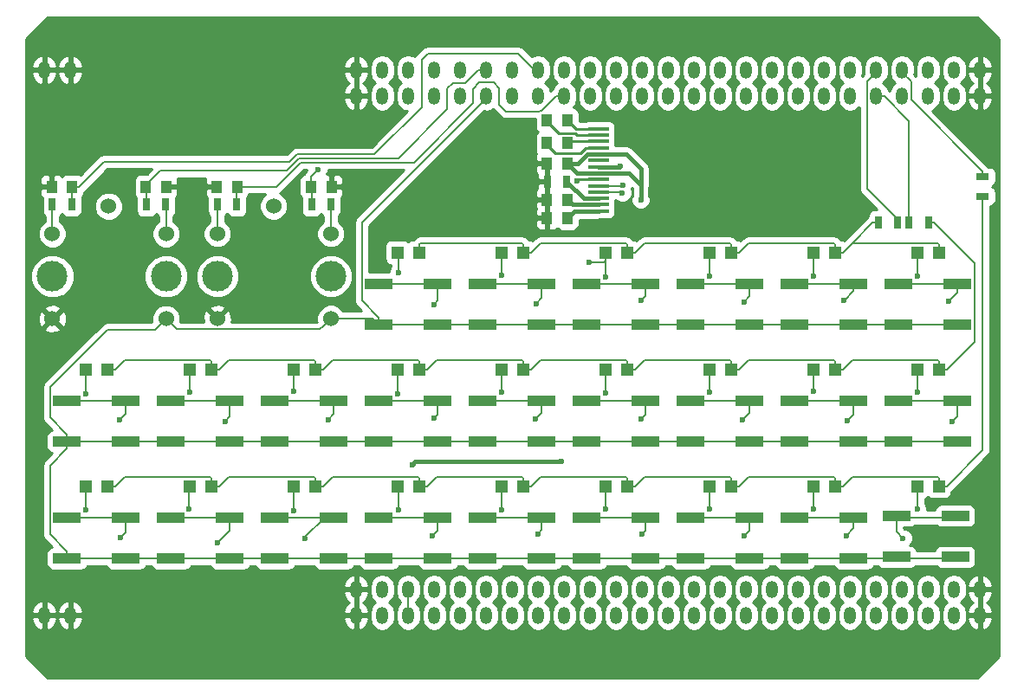
<source format=gtl>
G04 #@! TF.FileFunction,Copper,L1,Top,Signal*
%FSLAX46Y46*%
G04 Gerber Fmt 4.6, Leading zero omitted, Abs format (unit mm)*
G04 Created by KiCad (PCBNEW 4.0.5-e0-6337~52~ubuntu16.10.1) date Sun Jan 15 19:05:05 2017*
%MOMM*%
%LPD*%
G01*
G04 APERTURE LIST*
%ADD10C,0.100000*%
%ADD11R,1.000000X1.250000*%
%ADD12R,2.750000X1.000000*%
%ADD13O,1.200000X1.700000*%
%ADD14R,1.198880X1.198880*%
%ADD15R,1.300000X0.700000*%
%ADD16R,0.700000X1.300000*%
%ADD17C,1.524000*%
%ADD18C,3.000000*%
%ADD19R,2.000000X0.320000*%
%ADD20C,0.600000*%
%ADD21C,0.200000*%
%ADD22C,0.400000*%
%ADD23C,0.250000*%
%ADD24C,0.254000*%
G04 APERTURE END LIST*
D10*
D11*
X133666000Y-89500000D03*
X131666000Y-89500000D03*
D12*
X115235000Y-128370000D03*
X120985000Y-128370000D03*
X120985000Y-132370000D03*
X115235000Y-132370000D03*
D13*
X82540000Y-84590000D03*
X85080000Y-84590000D03*
X113020000Y-84590000D03*
X115560000Y-84590000D03*
X118100000Y-84590000D03*
X120640000Y-84590000D03*
X123180000Y-84590000D03*
X125720000Y-84590000D03*
X128260000Y-84590000D03*
X130800000Y-84590000D03*
X133340000Y-84590000D03*
X135880000Y-84590000D03*
X138420000Y-84590000D03*
X140960000Y-84590000D03*
X143500000Y-84590000D03*
X146040000Y-84590000D03*
X148580000Y-84590000D03*
X151120000Y-84590000D03*
X153660000Y-84590000D03*
X156200000Y-84590000D03*
X158740000Y-84590000D03*
X161280000Y-84590000D03*
X163820000Y-84590000D03*
X166360000Y-84590000D03*
X168900000Y-84590000D03*
X171440000Y-84590000D03*
X173980000Y-84590000D03*
X113020000Y-87130000D03*
X115560000Y-87130000D03*
X118100000Y-87130000D03*
X120640000Y-87130000D03*
X123180000Y-87130000D03*
X125720000Y-87130000D03*
X128260000Y-87130000D03*
X130800000Y-87130000D03*
X133340000Y-87130000D03*
X135880000Y-87130000D03*
X138420000Y-87130000D03*
X140960000Y-87130000D03*
X143500000Y-87130000D03*
X146040000Y-87130000D03*
X148580000Y-87130000D03*
X151120000Y-87130000D03*
X153660000Y-87130000D03*
X156200000Y-87130000D03*
X158740000Y-87130000D03*
X161280000Y-87130000D03*
X163820000Y-87130000D03*
X166360000Y-87130000D03*
X168900000Y-87130000D03*
X171440000Y-87130000D03*
X173980000Y-87130000D03*
X82540000Y-137930000D03*
X85080000Y-137930000D03*
X113020000Y-135390000D03*
X115560000Y-135390000D03*
X118100000Y-135390000D03*
X120640000Y-135390000D03*
X123180000Y-135390000D03*
X125720000Y-135390000D03*
X128260000Y-135390000D03*
X130800000Y-135390000D03*
X133340000Y-135390000D03*
X135880000Y-135390000D03*
X138420000Y-135390000D03*
X140960000Y-135390000D03*
X143500000Y-135390000D03*
X146040000Y-135390000D03*
X148580000Y-135390000D03*
X151120000Y-135390000D03*
X153660000Y-135390000D03*
X156200000Y-135390000D03*
X158740000Y-135390000D03*
X161280000Y-135390000D03*
X163820000Y-135390000D03*
X166360000Y-135390000D03*
X168900000Y-135390000D03*
X171440000Y-135390000D03*
X173980000Y-135390000D03*
X113020000Y-137930000D03*
X115560000Y-137930000D03*
X118100000Y-137930000D03*
X120640000Y-137930000D03*
X123180000Y-137930000D03*
X125720000Y-137930000D03*
X128260000Y-137930000D03*
X130800000Y-137930000D03*
X133340000Y-137930000D03*
X135880000Y-137930000D03*
X138420000Y-137930000D03*
X140960000Y-137930000D03*
X143500000Y-137930000D03*
X146040000Y-137930000D03*
X148580000Y-137930000D03*
X151120000Y-137930000D03*
X153660000Y-137930000D03*
X156200000Y-137930000D03*
X158740000Y-137930000D03*
X161280000Y-137930000D03*
X163820000Y-137930000D03*
X166360000Y-137930000D03*
X168900000Y-137930000D03*
X171440000Y-137930000D03*
X173980000Y-137930000D03*
D14*
X149639020Y-102430000D03*
X147540980Y-102430000D03*
X119159020Y-125290000D03*
X117060980Y-125290000D03*
X98839020Y-113860000D03*
X96740980Y-113860000D03*
D11*
X133666000Y-97270000D03*
X131666000Y-97270000D03*
X133666000Y-99048000D03*
X131666000Y-99048000D03*
D14*
X159799020Y-102430000D03*
X157700980Y-102430000D03*
D12*
X115235000Y-116940000D03*
X120985000Y-116940000D03*
X120985000Y-120940000D03*
X115235000Y-120940000D03*
X84755000Y-116940000D03*
X90505000Y-116940000D03*
X90505000Y-120940000D03*
X84755000Y-120940000D03*
D14*
X169959020Y-102430000D03*
X167860980Y-102430000D03*
D12*
X145715000Y-116940000D03*
X151465000Y-116940000D03*
X151465000Y-120940000D03*
X145715000Y-120940000D03*
X155875000Y-116940000D03*
X161625000Y-116940000D03*
X161625000Y-120940000D03*
X155875000Y-120940000D03*
X94915000Y-116940000D03*
X100665000Y-116940000D03*
X100665000Y-120940000D03*
X94915000Y-120940000D03*
X105075000Y-116940000D03*
X110825000Y-116940000D03*
X110825000Y-120940000D03*
X105075000Y-120940000D03*
X125395000Y-116940000D03*
X131145000Y-116940000D03*
X131145000Y-120940000D03*
X125395000Y-120940000D03*
X135555000Y-116940000D03*
X141305000Y-116940000D03*
X141305000Y-120940000D03*
X135555000Y-120940000D03*
X84755000Y-128370000D03*
X90505000Y-128370000D03*
X90505000Y-132370000D03*
X84755000Y-132370000D03*
X94915000Y-128370000D03*
X100665000Y-128370000D03*
X100665000Y-132370000D03*
X94915000Y-132370000D03*
X105075000Y-128370000D03*
X110825000Y-128370000D03*
X110825000Y-132370000D03*
X105075000Y-132370000D03*
X125395000Y-128370000D03*
X131145000Y-128370000D03*
X131145000Y-132370000D03*
X125395000Y-132370000D03*
X135555000Y-128370000D03*
X141305000Y-128370000D03*
X141305000Y-132370000D03*
X135555000Y-132370000D03*
X145715000Y-128370000D03*
X151465000Y-128370000D03*
X151465000Y-132370000D03*
X145715000Y-132370000D03*
X155875000Y-128370000D03*
X161625000Y-128370000D03*
X161625000Y-132370000D03*
X155875000Y-132370000D03*
X166035000Y-116940000D03*
X171785000Y-116940000D03*
X171785000Y-120940000D03*
X166035000Y-120940000D03*
X165806400Y-128200400D03*
X171556400Y-128200400D03*
X171556400Y-132200400D03*
X165806400Y-132200400D03*
X166035000Y-105510000D03*
X171785000Y-105510000D03*
X171785000Y-109510000D03*
X166035000Y-109510000D03*
X115235000Y-105510000D03*
X120985000Y-105510000D03*
X120985000Y-109510000D03*
X115235000Y-109510000D03*
X125395000Y-105510000D03*
X131145000Y-105510000D03*
X131145000Y-109510000D03*
X125395000Y-109510000D03*
X135555000Y-105510000D03*
X141305000Y-105510000D03*
X141305000Y-109510000D03*
X135555000Y-109510000D03*
X145715000Y-105510000D03*
X151465000Y-105510000D03*
X151465000Y-109510000D03*
X145715000Y-109510000D03*
X155875000Y-105510000D03*
X161625000Y-105510000D03*
X161625000Y-109510000D03*
X155875000Y-109510000D03*
D14*
X88679020Y-125290000D03*
X86580980Y-125290000D03*
X98839020Y-125290000D03*
X96740980Y-125290000D03*
X108999020Y-125290000D03*
X106900980Y-125290000D03*
X129319020Y-125290000D03*
X127220980Y-125290000D03*
X139479020Y-125290000D03*
X137380980Y-125290000D03*
X149639020Y-125290000D03*
X147540980Y-125290000D03*
X159799020Y-125290000D03*
X157700980Y-125290000D03*
X169959020Y-125290000D03*
X167860980Y-125290000D03*
X88679020Y-113860000D03*
X86580980Y-113860000D03*
X108999020Y-113860000D03*
X106900980Y-113860000D03*
X119159020Y-113860000D03*
X117060980Y-113860000D03*
X129319020Y-113860000D03*
X127220980Y-113860000D03*
X139479020Y-113860000D03*
X137380980Y-113860000D03*
X149639020Y-113860000D03*
X147540980Y-113860000D03*
X159799020Y-113860000D03*
X157700980Y-113860000D03*
X169959020Y-113860000D03*
X167860980Y-113860000D03*
X119159020Y-102430000D03*
X117060980Y-102430000D03*
X129319020Y-102430000D03*
X127220980Y-102430000D03*
X139479020Y-102430000D03*
X137380980Y-102430000D03*
D15*
X174250000Y-95050000D03*
X174250000Y-96950000D03*
D16*
X167050000Y-99500000D03*
X168950000Y-99500000D03*
X165950000Y-99500000D03*
X164050000Y-99500000D03*
D11*
X133666000Y-93714000D03*
X131666000Y-93714000D03*
X133666000Y-91750000D03*
X131666000Y-91750000D03*
D16*
X133616000Y-95492000D03*
X131716000Y-95492000D03*
D11*
X85251800Y-96003800D03*
X83251800Y-96003800D03*
X92472000Y-96003800D03*
X94472000Y-96003800D03*
X101406200Y-96003800D03*
X99406200Y-96003800D03*
X108601000Y-96003800D03*
X110601000Y-96003800D03*
D16*
X83314500Y-97731000D03*
X85214500Y-97731000D03*
X92522000Y-97731000D03*
X94422000Y-97731000D03*
X99443500Y-97731000D03*
X101343500Y-97731000D03*
X108651000Y-97731000D03*
X110551000Y-97731000D03*
D17*
X88824600Y-97916800D03*
X94424600Y-108916800D03*
X83324600Y-108916800D03*
X94424600Y-100616800D03*
X83324600Y-100616800D03*
D18*
X83324600Y-104766800D03*
X94424600Y-104766800D03*
D17*
X104950000Y-97900000D03*
X110550000Y-108900000D03*
X99450000Y-108900000D03*
X110550000Y-100600000D03*
X99450000Y-100600000D03*
D18*
X99450000Y-104750000D03*
X110550000Y-104750000D03*
D19*
X136700564Y-90330454D03*
X136700564Y-90950454D03*
X136700564Y-91570454D03*
X136700564Y-92190454D03*
X136700564Y-92810454D03*
X136700564Y-93430454D03*
X136700564Y-94050454D03*
X136700564Y-94670454D03*
X136700564Y-95290454D03*
X136700564Y-95910454D03*
X136700564Y-96530454D03*
X136700564Y-97150454D03*
X136700564Y-97770454D03*
X136700564Y-98390454D03*
D20*
X86614000Y-116230400D03*
X86588600Y-127584200D03*
X96697800Y-127508000D03*
X96748600Y-116078000D03*
X106922478Y-127706395D03*
X106934000Y-116052600D03*
X117119400Y-104444800D03*
X117144800Y-127584200D03*
X117094000Y-116255800D03*
X127203200Y-127609600D03*
X127228600Y-116078000D03*
X127228600Y-104673400D03*
X170916600Y-107238800D03*
X171246800Y-118973600D03*
X161010600Y-118922800D03*
X166471600Y-130378200D03*
X160909000Y-130124200D03*
X150799800Y-118770400D03*
X140868400Y-118719600D03*
X150952200Y-130175000D03*
X140970000Y-129971800D03*
X130556000Y-118745000D03*
X139042857Y-95826368D03*
X89941400Y-130352800D03*
X120599200Y-118668800D03*
X139039600Y-96621600D03*
X130759200Y-129946400D03*
X110312200Y-118770400D03*
X120497600Y-130124200D03*
X108051600Y-130378200D03*
X100203000Y-118973600D03*
X99466400Y-130810000D03*
X89916000Y-118846600D03*
X138791499Y-93970444D03*
X120624600Y-107518200D03*
X130581400Y-107442000D03*
X140843000Y-107162600D03*
X150901400Y-107289600D03*
X160710589Y-107112972D03*
X118491000Y-123215400D03*
X133045200Y-122910600D03*
X140819652Y-97286805D03*
X140819654Y-97286805D03*
X135788400Y-103378000D03*
X137388600Y-127558800D03*
X137388600Y-116179600D03*
X137390133Y-104814348D03*
X147543370Y-104780114D03*
X147523200Y-127508000D03*
X147523200Y-116078000D03*
X157708600Y-127533400D03*
X157708600Y-116027200D03*
X157708600Y-104749600D03*
X167868600Y-127508000D03*
X167868600Y-116103400D03*
X167868600Y-104775000D03*
X109321600Y-94310200D03*
X134594600Y-95402400D03*
D21*
X86580980Y-113860000D02*
X86580980Y-116197380D01*
X86580980Y-116197380D02*
X86614000Y-116230400D01*
X86588600Y-127584200D02*
X86588600Y-125297620D01*
X86588600Y-125297620D02*
X86580980Y-125290000D01*
X174250000Y-95050000D02*
X174250000Y-94500000D01*
X174250000Y-94500000D02*
X167260010Y-87510010D01*
X167260010Y-87510010D02*
X167260010Y-85740010D01*
X167260010Y-85740010D02*
X166360000Y-84840000D01*
X166360000Y-84840000D02*
X166360000Y-84590000D01*
X167050000Y-99500000D02*
X167050000Y-89560000D01*
X164620000Y-87130000D02*
X163820000Y-87130000D01*
X167050000Y-89560000D02*
X164620000Y-87130000D01*
X165950000Y-99500000D02*
X165950000Y-99200000D01*
X163820000Y-84840000D02*
X163820000Y-84590000D01*
X165950000Y-99200000D02*
X162919990Y-96169990D01*
X162919990Y-96169990D02*
X162919990Y-85740010D01*
X162919990Y-85740010D02*
X163820000Y-84840000D01*
X96697800Y-127508000D02*
X96697800Y-125333180D01*
X96697800Y-125333180D02*
X96740980Y-125290000D01*
X96740980Y-113860000D02*
X96740980Y-116070380D01*
X96740980Y-116070380D02*
X96748600Y-116078000D01*
X106922478Y-127706395D02*
X106922478Y-125311498D01*
X106922478Y-125311498D02*
X106900980Y-125290000D01*
X106900980Y-113860000D02*
X106900980Y-116019580D01*
X106900980Y-116019580D02*
X106934000Y-116052600D01*
X117119400Y-104444800D02*
X117119400Y-102488420D01*
X117119400Y-102488420D02*
X117060980Y-102430000D01*
X117144800Y-127584200D02*
X117144800Y-125373820D01*
X117144800Y-125373820D02*
X117060980Y-125290000D01*
X117060980Y-113860000D02*
X117060980Y-116222780D01*
X117060980Y-116222780D02*
X117094000Y-116255800D01*
X127203200Y-127609600D02*
X127203200Y-125307780D01*
X127203200Y-125307780D02*
X127220980Y-125290000D01*
X127228600Y-116078000D02*
X127228600Y-113867620D01*
X127228600Y-113867620D02*
X127220980Y-113860000D01*
X127220980Y-102430000D02*
X127220980Y-104665780D01*
X127220980Y-104665780D02*
X127228600Y-104673400D01*
X171785000Y-105510000D02*
X171785000Y-106370400D01*
X171785000Y-106370400D02*
X170916600Y-107238800D01*
X166035000Y-105510000D02*
X171785000Y-105510000D01*
X171785000Y-116940000D02*
X171785000Y-118435400D01*
X171785000Y-118435400D02*
X171246800Y-118973600D01*
X166035000Y-116940000D02*
X171785000Y-116940000D01*
X161625000Y-116940000D02*
X161625000Y-118308400D01*
X161625000Y-118308400D02*
X161010600Y-118922800D01*
X161625000Y-116940000D02*
X155875000Y-116940000D01*
X165806400Y-128200400D02*
X165806400Y-129713000D01*
X165806400Y-129713000D02*
X166471600Y-130378200D01*
X166035000Y-128370000D02*
X171785000Y-128370000D01*
X161625000Y-128370000D02*
X161625000Y-129408200D01*
X161625000Y-129408200D02*
X160909000Y-130124200D01*
X155875000Y-128370000D02*
X161625000Y-128370000D01*
X151465000Y-116940000D02*
X151465000Y-118105200D01*
X151465000Y-118105200D02*
X150799800Y-118770400D01*
X151465000Y-116940000D02*
X145715000Y-116940000D01*
X141305000Y-116940000D02*
X141305000Y-118283000D01*
X141305000Y-118283000D02*
X140868400Y-118719600D01*
X141305000Y-116940000D02*
X139730000Y-116940000D01*
X139730000Y-116940000D02*
X135555000Y-116940000D01*
X151465000Y-128370000D02*
X151465000Y-129662200D01*
X151465000Y-129662200D02*
X150952200Y-130175000D01*
X145715000Y-128370000D02*
X151465000Y-128370000D01*
X141305000Y-128370000D02*
X141305000Y-129636800D01*
X141305000Y-129636800D02*
X140970000Y-129971800D01*
X135555000Y-128370000D02*
X141305000Y-128370000D01*
X131145000Y-116940000D02*
X131145000Y-118156000D01*
X131145000Y-118156000D02*
X130556000Y-118745000D01*
X131145000Y-116940000D02*
X125395000Y-116940000D01*
X138958771Y-95910454D02*
X139042857Y-95826368D01*
X136700564Y-95910454D02*
X138958771Y-95910454D01*
X90505000Y-128370000D02*
X90505000Y-129789200D01*
X90505000Y-129789200D02*
X89941400Y-130352800D01*
X84755000Y-128370000D02*
X90505000Y-128370000D01*
X120985000Y-116940000D02*
X120985000Y-118283000D01*
X120985000Y-118283000D02*
X120599200Y-118668800D01*
X120985000Y-116940000D02*
X115235000Y-116940000D01*
X136700564Y-96530454D02*
X138948454Y-96530454D01*
X138948454Y-96530454D02*
X139039600Y-96621600D01*
X131145000Y-128370000D02*
X131145000Y-129560600D01*
X131145000Y-129560600D02*
X130759200Y-129946400D01*
X125395000Y-128370000D02*
X131145000Y-128370000D01*
X110825000Y-116940000D02*
X110825000Y-118257600D01*
X110825000Y-118257600D02*
X110312200Y-118770400D01*
X110825000Y-116940000D02*
X105075000Y-116940000D01*
X120985000Y-128370000D02*
X120985000Y-129636800D01*
X120985000Y-129636800D02*
X120497600Y-130124200D01*
X115235000Y-128370000D02*
X120985000Y-128370000D01*
X110825000Y-128370000D02*
X109950000Y-128370000D01*
X109950000Y-128370000D02*
X108051600Y-130268400D01*
X108051600Y-130268400D02*
X108051600Y-130378200D01*
X105075000Y-128370000D02*
X110825000Y-128370000D01*
X100665000Y-116940000D02*
X100665000Y-118511600D01*
X100665000Y-118511600D02*
X100203000Y-118973600D01*
X100665000Y-116940000D02*
X94915000Y-116940000D01*
X100665000Y-128370000D02*
X100665000Y-129611400D01*
X100665000Y-129611400D02*
X99466400Y-130810000D01*
X94915000Y-128370000D02*
X100665000Y-128370000D01*
X90505000Y-116940000D02*
X90505000Y-118257600D01*
X90505000Y-118257600D02*
X89916000Y-118846600D01*
X90505000Y-116940000D02*
X84755000Y-116940000D01*
D22*
X136700564Y-94050454D02*
X138711489Y-94050454D01*
X138711489Y-94050454D02*
X138791499Y-93970444D01*
D21*
X120985000Y-105510000D02*
X120985000Y-107157800D01*
X120985000Y-107157800D02*
X120624600Y-107518200D01*
X115235000Y-105510000D02*
X120985000Y-105510000D01*
X131145000Y-105510000D02*
X131145000Y-106878400D01*
X131145000Y-106878400D02*
X130581400Y-107442000D01*
X125395000Y-105510000D02*
X131145000Y-105510000D01*
X141305000Y-105510000D02*
X141305000Y-106700600D01*
X141305000Y-106700600D02*
X140843000Y-107162600D01*
X135555000Y-105510000D02*
X141305000Y-105510000D01*
X151465000Y-105510000D02*
X151465000Y-106726000D01*
X151465000Y-106726000D02*
X150901400Y-107289600D01*
X145715000Y-105510000D02*
X151465000Y-105510000D01*
X160722028Y-107112972D02*
X160710589Y-107112972D01*
X161625000Y-105510000D02*
X161625000Y-106210000D01*
X161625000Y-106210000D02*
X160722028Y-107112972D01*
X155875000Y-105510000D02*
X161625000Y-105510000D01*
D22*
X134669494Y-93714000D02*
X134566000Y-93714000D01*
X136700564Y-92810454D02*
X135573040Y-92810454D01*
X135573040Y-92810454D02*
X134669494Y-93714000D01*
X134566000Y-93714000D02*
X133666000Y-93714000D01*
X133045200Y-122910600D02*
X118795800Y-122910600D01*
X118795800Y-122910600D02*
X118491000Y-123215400D01*
X140819654Y-96862541D02*
X140819654Y-97286805D01*
X140819654Y-95908346D02*
X140819654Y-96862541D01*
X140868400Y-95859600D02*
X140819654Y-95908346D01*
X136700564Y-94670454D02*
X139679254Y-94670454D01*
X140868400Y-94259400D02*
X140868400Y-95859600D01*
X139679254Y-94670454D02*
X140868400Y-95859600D01*
X139420600Y-92811600D02*
X140868400Y-94259400D01*
X138101710Y-92811600D02*
X139420600Y-92811600D01*
X136700564Y-92810454D02*
X138100564Y-92810454D01*
X138100564Y-92810454D02*
X138101710Y-92811600D01*
X136700564Y-94670454D02*
X134622454Y-94670454D01*
X134622454Y-94670454D02*
X133666000Y-93714000D01*
D21*
X118100000Y-135390000D02*
X118100000Y-136440000D01*
X118100000Y-136440000D02*
X118100000Y-137930000D01*
X137380980Y-102430000D02*
X137380980Y-103229440D01*
X137380980Y-103229440D02*
X137232420Y-103378000D01*
X137232420Y-103378000D02*
X135788400Y-103378000D01*
X137388600Y-127558800D02*
X137388600Y-125297620D01*
X137388600Y-125297620D02*
X137380980Y-125290000D01*
X137388600Y-116179600D02*
X137388600Y-113867620D01*
X137388600Y-113867620D02*
X137380980Y-113860000D01*
X137380980Y-102430000D02*
X137380980Y-104805195D01*
X137380980Y-104805195D02*
X137390133Y-104814348D01*
X147540980Y-102430000D02*
X147540980Y-104777724D01*
X147540980Y-104777724D02*
X147543370Y-104780114D01*
X147523200Y-127508000D02*
X147523200Y-125307780D01*
X147523200Y-125307780D02*
X147540980Y-125290000D01*
X147523200Y-116078000D02*
X147523200Y-113877780D01*
X147523200Y-113877780D02*
X147540980Y-113860000D01*
X157708600Y-127533400D02*
X157708600Y-125297620D01*
X157708600Y-125297620D02*
X157700980Y-125290000D01*
X157708600Y-116027200D02*
X157708600Y-113867620D01*
X157708600Y-113867620D02*
X157700980Y-113860000D01*
X157700980Y-102430000D02*
X157700980Y-104741980D01*
X157700980Y-104741980D02*
X157708600Y-104749600D01*
X167868600Y-127508000D02*
X167868600Y-125297620D01*
X167868600Y-125297620D02*
X167860980Y-125290000D01*
X167868600Y-116103400D02*
X167868600Y-113867620D01*
X167868600Y-113867620D02*
X167860980Y-113860000D01*
X167860980Y-102430000D02*
X167860980Y-104767380D01*
X167860980Y-104767380D02*
X167868600Y-104775000D01*
X84755000Y-120940000D02*
X84755000Y-121640000D01*
X84755000Y-121640000D02*
X83079999Y-123315001D01*
X83079999Y-129994999D02*
X84755000Y-131670000D01*
X83079999Y-123315001D02*
X83079999Y-129994999D01*
X84755000Y-131670000D02*
X84755000Y-132370000D01*
X94424600Y-108916800D02*
X93362599Y-109978801D01*
X88723297Y-109978801D02*
X83079999Y-115622099D01*
X93362599Y-109978801D02*
X88723297Y-109978801D01*
X83079999Y-115622099D02*
X83079999Y-118564999D01*
X83079999Y-118564999D02*
X84755000Y-120240000D01*
X84755000Y-120240000D02*
X84755000Y-120940000D01*
X125720000Y-87380000D02*
X125720000Y-87130000D01*
X115235000Y-109510000D02*
X115235000Y-108810000D01*
X115235000Y-108810000D02*
X113559999Y-107134999D01*
X113559999Y-107134999D02*
X113559999Y-99540001D01*
X113559999Y-99540001D02*
X125720000Y-87380000D01*
X110550000Y-108900000D02*
X114625000Y-108900000D01*
X114625000Y-108900000D02*
X115235000Y-109510000D01*
X94424600Y-108916800D02*
X95469801Y-109962001D01*
X95469801Y-109962001D02*
X109487999Y-109962001D01*
X109487999Y-109962001D02*
X109788001Y-109661999D01*
X109788001Y-109661999D02*
X110550000Y-108900000D01*
X166035000Y-109510000D02*
X171785000Y-109510000D01*
X161625000Y-109510000D02*
X166035000Y-109510000D01*
X155875000Y-109510000D02*
X161625000Y-109510000D01*
X151465000Y-109510000D02*
X155875000Y-109510000D01*
X145715000Y-109510000D02*
X151465000Y-109510000D01*
X141305000Y-109510000D02*
X145715000Y-109510000D01*
X135555000Y-109510000D02*
X141305000Y-109510000D01*
X131145000Y-109510000D02*
X132720000Y-109510000D01*
X132720000Y-109510000D02*
X135555000Y-109510000D01*
X125395000Y-109510000D02*
X131145000Y-109510000D01*
X120985000Y-109510000D02*
X125395000Y-109510000D01*
X115235000Y-109510000D02*
X120985000Y-109510000D01*
X166035000Y-132370000D02*
X171785000Y-132370000D01*
X161625000Y-132370000D02*
X166035000Y-132370000D01*
X155875000Y-132370000D02*
X157450000Y-132370000D01*
X157450000Y-132370000D02*
X161625000Y-132370000D01*
X151465000Y-132370000D02*
X153040000Y-132370000D01*
X153040000Y-132370000D02*
X155875000Y-132370000D01*
X145715000Y-132370000D02*
X151465000Y-132370000D01*
X141305000Y-132370000D02*
X145715000Y-132370000D01*
X135555000Y-132370000D02*
X141305000Y-132370000D01*
X131145000Y-132370000D02*
X135555000Y-132370000D01*
X125395000Y-132370000D02*
X126970000Y-132370000D01*
X126970000Y-132370000D02*
X131145000Y-132370000D01*
X120985000Y-132370000D02*
X125395000Y-132370000D01*
X115235000Y-132370000D02*
X116810000Y-132370000D01*
X116810000Y-132370000D02*
X120985000Y-132370000D01*
X110825000Y-132370000D02*
X115235000Y-132370000D01*
X105075000Y-132370000D02*
X110825000Y-132370000D01*
X100665000Y-132370000D02*
X105075000Y-132370000D01*
X94915000Y-132370000D02*
X100665000Y-132370000D01*
X90505000Y-132370000D02*
X94915000Y-132370000D01*
X84755000Y-132370000D02*
X90505000Y-132370000D01*
X166035000Y-120940000D02*
X171785000Y-120940000D01*
X161625000Y-120940000D02*
X163200000Y-120940000D01*
X163200000Y-120940000D02*
X166035000Y-120940000D01*
X155875000Y-120940000D02*
X161625000Y-120940000D01*
X151465000Y-120940000D02*
X155875000Y-120940000D01*
X145715000Y-120940000D02*
X151465000Y-120940000D01*
X141305000Y-120940000D02*
X145715000Y-120940000D01*
X135555000Y-120940000D02*
X141305000Y-120940000D01*
X131145000Y-120940000D02*
X135555000Y-120940000D01*
X125395000Y-120940000D02*
X131145000Y-120940000D01*
X120985000Y-120940000D02*
X125395000Y-120940000D01*
X115235000Y-120940000D02*
X116810000Y-120940000D01*
X116810000Y-120940000D02*
X120985000Y-120940000D01*
X110825000Y-120940000D02*
X115235000Y-120940000D01*
X105075000Y-120940000D02*
X110825000Y-120940000D01*
X100665000Y-120940000D02*
X102240000Y-120940000D01*
X102240000Y-120940000D02*
X105075000Y-120940000D01*
X94915000Y-120940000D02*
X100665000Y-120940000D01*
X90505000Y-120940000D02*
X94915000Y-120940000D01*
X84755000Y-120940000D02*
X90505000Y-120940000D01*
X159799020Y-125290000D02*
X160598460Y-125290000D01*
X160598460Y-125290000D02*
X161497901Y-124390559D01*
X161497901Y-124390559D02*
X169859019Y-124390559D01*
X169859019Y-124390559D02*
X169959020Y-124490560D01*
X169959020Y-124490560D02*
X169959020Y-125290000D01*
X149639020Y-125290000D02*
X150438460Y-125290000D01*
X150438460Y-125290000D02*
X151337901Y-124390559D01*
X151337901Y-124390559D02*
X159699019Y-124390559D01*
X159699019Y-124390559D02*
X159799020Y-124490560D01*
X159799020Y-124490560D02*
X159799020Y-125290000D01*
X139479020Y-125290000D02*
X140278460Y-125290000D01*
X140278460Y-125290000D02*
X141177901Y-124390559D01*
X141177901Y-124390559D02*
X149539019Y-124390559D01*
X149539019Y-124390559D02*
X149639020Y-124490560D01*
X149639020Y-124490560D02*
X149639020Y-125290000D01*
X129319020Y-125290000D02*
X130118460Y-125290000D01*
X130118460Y-125290000D02*
X131017901Y-124390559D01*
X131017901Y-124390559D02*
X139379019Y-124390559D01*
X139379019Y-124390559D02*
X139479020Y-124490560D01*
X139479020Y-124490560D02*
X139479020Y-125290000D01*
X119159020Y-125290000D02*
X119958460Y-125290000D01*
X119958460Y-125290000D02*
X120857901Y-124390559D01*
X120857901Y-124390559D02*
X129219019Y-124390559D01*
X129219019Y-124390559D02*
X129319020Y-124490560D01*
X129319020Y-124490560D02*
X129319020Y-125290000D01*
X108999020Y-125290000D02*
X109798460Y-125290000D01*
X109798460Y-125290000D02*
X110697901Y-124390559D01*
X110697901Y-124390559D02*
X119059019Y-124390559D01*
X119059019Y-124390559D02*
X119159020Y-124490560D01*
X119159020Y-124490560D02*
X119159020Y-125290000D01*
X98839020Y-125290000D02*
X99638460Y-125290000D01*
X108899019Y-124390559D02*
X108999020Y-124490560D01*
X99638460Y-125290000D02*
X100537901Y-124390559D01*
X100537901Y-124390559D02*
X108899019Y-124390559D01*
X108999020Y-124490560D02*
X108999020Y-125290000D01*
X88679020Y-125290000D02*
X89478460Y-125290000D01*
X89478460Y-125290000D02*
X90377901Y-124390559D01*
X90377901Y-124390559D02*
X98739019Y-124390559D01*
X98739019Y-124390559D02*
X98839020Y-124490560D01*
X98839020Y-124490560D02*
X98839020Y-125290000D01*
X169959020Y-125290000D02*
X170758460Y-125290000D01*
X170758460Y-125290000D02*
X174250000Y-121798460D01*
X174250000Y-121798460D02*
X174250000Y-97500000D01*
X174250000Y-97500000D02*
X174250000Y-96950000D01*
X159799020Y-113860000D02*
X160598460Y-113860000D01*
X160598460Y-113860000D02*
X161497901Y-112960559D01*
X161497901Y-112960559D02*
X169859019Y-112960559D01*
X169859019Y-112960559D02*
X169959020Y-113060560D01*
X169959020Y-113060560D02*
X169959020Y-113860000D01*
X149639020Y-113860000D02*
X150438460Y-113860000D01*
X150438460Y-113860000D02*
X151337901Y-112960559D01*
X151337901Y-112960559D02*
X159699019Y-112960559D01*
X159699019Y-112960559D02*
X159799020Y-113060560D01*
X159799020Y-113060560D02*
X159799020Y-113860000D01*
X139479020Y-113860000D02*
X140278460Y-113860000D01*
X140278460Y-113860000D02*
X141177901Y-112960559D01*
X141177901Y-112960559D02*
X149539019Y-112960559D01*
X149539019Y-112960559D02*
X149639020Y-113060560D01*
X149639020Y-113060560D02*
X149639020Y-113860000D01*
X129319020Y-113860000D02*
X130118460Y-113860000D01*
X130118460Y-113860000D02*
X131017901Y-112960559D01*
X131017901Y-112960559D02*
X139379019Y-112960559D01*
X139379019Y-112960559D02*
X139479020Y-113060560D01*
X139479020Y-113060560D02*
X139479020Y-113860000D01*
X119159020Y-113860000D02*
X119958460Y-113860000D01*
X119958460Y-113860000D02*
X120857901Y-112960559D01*
X129219019Y-112960559D02*
X129319020Y-113060560D01*
X129319020Y-113060560D02*
X129319020Y-113860000D01*
X120857901Y-112960559D02*
X129219019Y-112960559D01*
X108999020Y-113860000D02*
X109798460Y-113860000D01*
X119059019Y-112960559D02*
X119159020Y-113060560D01*
X109798460Y-113860000D02*
X110697901Y-112960559D01*
X110697901Y-112960559D02*
X119059019Y-112960559D01*
X119159020Y-113060560D02*
X119159020Y-113860000D01*
X98839020Y-113860000D02*
X99638460Y-113860000D01*
X99638460Y-113860000D02*
X100537901Y-112960559D01*
X100537901Y-112960559D02*
X108899019Y-112960559D01*
X108899019Y-112960559D02*
X108999020Y-113060560D01*
X108999020Y-113060560D02*
X108999020Y-113860000D01*
X88679020Y-113860000D02*
X89478460Y-113860000D01*
X89478460Y-113860000D02*
X90377901Y-112960559D01*
X90377901Y-112960559D02*
X98739019Y-112960559D01*
X98739019Y-112960559D02*
X98839020Y-113060560D01*
X98839020Y-113060560D02*
X98839020Y-113860000D01*
X169959020Y-113860000D02*
X170758460Y-113860000D01*
X170758460Y-113860000D02*
X173460001Y-111158459D01*
X173460001Y-111158459D02*
X173460001Y-103460001D01*
X173460001Y-103460001D02*
X169500000Y-99500000D01*
X169500000Y-99500000D02*
X168950000Y-99500000D01*
D22*
X136700564Y-97770454D02*
X134166454Y-97770454D01*
X134166454Y-97770454D02*
X133666000Y-97270000D01*
X136700564Y-98390454D02*
X134323546Y-98390454D01*
X134323546Y-98390454D02*
X133666000Y-99048000D01*
D23*
X134496454Y-90330454D02*
X133666000Y-89500000D01*
X136700564Y-90330454D02*
X134496454Y-90330454D01*
X136700564Y-90950454D02*
X134576456Y-90950454D01*
X134426001Y-90799999D02*
X132840999Y-90799999D01*
X134576456Y-90950454D02*
X134426001Y-90799999D01*
X132840999Y-90799999D02*
X131666000Y-89625000D01*
X131666000Y-89625000D02*
X131666000Y-89500000D01*
X136700564Y-91570454D02*
X133845546Y-91570454D01*
X133845546Y-91570454D02*
X133666000Y-91750000D01*
X132491001Y-92700001D02*
X131666000Y-91875000D01*
X136700564Y-92190454D02*
X135450564Y-92190454D01*
X135450564Y-92190454D02*
X134941017Y-92700001D01*
X134941017Y-92700001D02*
X132491001Y-92700001D01*
X131666000Y-91875000D02*
X131666000Y-91750000D01*
D22*
X136700564Y-97150454D02*
X135274454Y-97150454D01*
X135274454Y-97150454D02*
X133616000Y-95492000D01*
D21*
X121920000Y-86385400D02*
X122453400Y-85852000D01*
X93888200Y-94462600D02*
X106197400Y-94462600D01*
X117125789Y-93237011D02*
X121920000Y-88442800D01*
X92472000Y-96003800D02*
X92472000Y-95878800D01*
X106197400Y-94462600D02*
X107422989Y-93237011D01*
X92472000Y-95878800D02*
X93888200Y-94462600D01*
X107422989Y-93237011D02*
X117125789Y-93237011D01*
X121920000Y-88442800D02*
X121920000Y-86385400D01*
X122453400Y-85852000D02*
X123658000Y-85852000D01*
X123658000Y-85852000D02*
X124920000Y-84590000D01*
X124920000Y-84590000D02*
X125720000Y-84590000D01*
X92522000Y-97731000D02*
X92522000Y-96053800D01*
X92522000Y-96053800D02*
X92472000Y-96003800D01*
X88407400Y-93548200D02*
X106527600Y-93548200D01*
X106527600Y-93548200D02*
X107238800Y-92837000D01*
X85951800Y-96003800D02*
X88407400Y-93548200D01*
X119405400Y-83591400D02*
X120040400Y-82956400D01*
X130437000Y-84590000D02*
X130800000Y-84590000D01*
X107238800Y-92837000D02*
X114808000Y-92837000D01*
X85251800Y-96003800D02*
X85951800Y-96003800D01*
X114808000Y-92837000D02*
X119405400Y-88239600D01*
X119405400Y-88239600D02*
X119405400Y-83591400D01*
X120040400Y-82956400D02*
X128803400Y-82956400D01*
X128803400Y-82956400D02*
X130437000Y-84590000D01*
X85251800Y-96003800D02*
X85251800Y-97693700D01*
X85251800Y-97693700D02*
X85214500Y-97731000D01*
X108601000Y-96003800D02*
X108601000Y-95030800D01*
X108601000Y-95030800D02*
X109321600Y-94310200D01*
X108651000Y-97731000D02*
X108651000Y-96053800D01*
X108651000Y-96053800D02*
X108601000Y-96003800D01*
X131095001Y-88574999D02*
X132540000Y-87130000D01*
X127000000Y-87985600D02*
X127660400Y-88646000D01*
X127000000Y-86385400D02*
X127000000Y-87985600D01*
X126441200Y-85826600D02*
X127000000Y-86385400D01*
X125069600Y-85826600D02*
X126441200Y-85826600D01*
X130865999Y-88646000D02*
X130865999Y-88634999D01*
X130865999Y-88634999D02*
X130925999Y-88574999D01*
X124460000Y-87824300D02*
X124460000Y-86436200D01*
X107588678Y-93637022D02*
X118647278Y-93637022D01*
X127660400Y-88646000D02*
X130865999Y-88646000D01*
X105221900Y-96003800D02*
X107588678Y-93637022D01*
X101406200Y-96003800D02*
X105221900Y-96003800D01*
X130925999Y-88574999D02*
X131095001Y-88574999D01*
X118647278Y-93637022D02*
X124460000Y-87824300D01*
X124460000Y-86436200D02*
X125069600Y-85826600D01*
X132540000Y-87130000D02*
X133340000Y-87130000D01*
X101343500Y-97731000D02*
X101343500Y-96066500D01*
X101343500Y-96066500D02*
X101406200Y-96003800D01*
X161497901Y-101530559D02*
X161497901Y-101502099D01*
X161497901Y-101502099D02*
X163500000Y-99500000D01*
X163500000Y-99500000D02*
X164050000Y-99500000D01*
X159799020Y-102430000D02*
X160598460Y-102430000D01*
X160598460Y-102430000D02*
X161497901Y-101530559D01*
X161497901Y-101530559D02*
X169859019Y-101530559D01*
X169859019Y-101530559D02*
X169959020Y-101630560D01*
X169959020Y-101630560D02*
X169959020Y-102430000D01*
X149639020Y-102430000D02*
X150438460Y-102430000D01*
X150438460Y-102430000D02*
X151337901Y-101530559D01*
X151337901Y-101530559D02*
X159699019Y-101530559D01*
X159699019Y-101530559D02*
X159799020Y-101630560D01*
X159799020Y-101630560D02*
X159799020Y-102430000D01*
X139479020Y-102430000D02*
X140278460Y-102430000D01*
X140278460Y-102430000D02*
X141177901Y-101530559D01*
X141177901Y-101530559D02*
X149539019Y-101530559D01*
X149539019Y-101530559D02*
X149639020Y-101630560D01*
X149639020Y-101630560D02*
X149639020Y-102430000D01*
X129319020Y-102430000D02*
X130118460Y-102430000D01*
X130118460Y-102430000D02*
X131017901Y-101530559D01*
X131017901Y-101530559D02*
X139379019Y-101530559D01*
X139379019Y-101530559D02*
X139479020Y-101630560D01*
X139479020Y-101630560D02*
X139479020Y-102430000D01*
X119159020Y-102430000D02*
X119159020Y-101630560D01*
X119159020Y-101630560D02*
X119259021Y-101530559D01*
X119259021Y-101530559D02*
X129219019Y-101530559D01*
X129219019Y-101530559D02*
X129319020Y-101630560D01*
X129319020Y-101630560D02*
X129319020Y-102430000D01*
X83314500Y-97731000D02*
X83314500Y-100606700D01*
X83314500Y-100606700D02*
X83324600Y-100616800D01*
X94424600Y-100616800D02*
X94424600Y-97733600D01*
X94424600Y-97733600D02*
X94422000Y-97731000D01*
X99450000Y-100600000D02*
X99450000Y-97737500D01*
X99450000Y-97737500D02*
X99443500Y-97731000D01*
X110550000Y-100600000D02*
X110550000Y-97732000D01*
X110550000Y-97732000D02*
X110551000Y-97731000D01*
D23*
X136700564Y-95290454D02*
X134706546Y-95290454D01*
X134706546Y-95290454D02*
X134594600Y-95402400D01*
D24*
G36*
X175820000Y-81574091D02*
X175820000Y-141945909D01*
X173695908Y-144070000D01*
X82844091Y-144070000D01*
X80720000Y-141945908D01*
X80720000Y-138252696D01*
X81294744Y-138252696D01*
X81417353Y-138723701D01*
X81710875Y-139111933D01*
X82130624Y-139358286D01*
X82222391Y-139373462D01*
X82413000Y-139248731D01*
X82413000Y-138057000D01*
X82667000Y-138057000D01*
X82667000Y-139248731D01*
X82857609Y-139373462D01*
X82949376Y-139358286D01*
X83369125Y-139111933D01*
X83662647Y-138723701D01*
X83785256Y-138252696D01*
X83834744Y-138252696D01*
X83957353Y-138723701D01*
X84250875Y-139111933D01*
X84670624Y-139358286D01*
X84762391Y-139373462D01*
X84953000Y-139248731D01*
X84953000Y-138057000D01*
X85207000Y-138057000D01*
X85207000Y-139248731D01*
X85397609Y-139373462D01*
X85489376Y-139358286D01*
X85909125Y-139111933D01*
X86202647Y-138723701D01*
X86325256Y-138252696D01*
X111774744Y-138252696D01*
X111897353Y-138723701D01*
X112190875Y-139111933D01*
X112610624Y-139358286D01*
X112702391Y-139373462D01*
X112893000Y-139248731D01*
X112893000Y-138057000D01*
X113147000Y-138057000D01*
X113147000Y-139248731D01*
X113337609Y-139373462D01*
X113429376Y-139358286D01*
X113849125Y-139111933D01*
X114142647Y-138723701D01*
X114265256Y-138252696D01*
X114102547Y-138057000D01*
X113147000Y-138057000D01*
X112893000Y-138057000D01*
X111937453Y-138057000D01*
X111774744Y-138252696D01*
X86325256Y-138252696D01*
X86162547Y-138057000D01*
X85207000Y-138057000D01*
X84953000Y-138057000D01*
X83997453Y-138057000D01*
X83834744Y-138252696D01*
X83785256Y-138252696D01*
X83622547Y-138057000D01*
X82667000Y-138057000D01*
X82413000Y-138057000D01*
X81457453Y-138057000D01*
X81294744Y-138252696D01*
X80720000Y-138252696D01*
X80720000Y-137607304D01*
X81294744Y-137607304D01*
X81457453Y-137803000D01*
X82413000Y-137803000D01*
X82413000Y-136611269D01*
X82667000Y-136611269D01*
X82667000Y-137803000D01*
X83622547Y-137803000D01*
X83785256Y-137607304D01*
X83834744Y-137607304D01*
X83997453Y-137803000D01*
X84953000Y-137803000D01*
X84953000Y-136611269D01*
X85207000Y-136611269D01*
X85207000Y-137803000D01*
X86162547Y-137803000D01*
X86325256Y-137607304D01*
X86202647Y-137136299D01*
X85909125Y-136748067D01*
X85489376Y-136501714D01*
X85397609Y-136486538D01*
X85207000Y-136611269D01*
X84953000Y-136611269D01*
X84762391Y-136486538D01*
X84670624Y-136501714D01*
X84250875Y-136748067D01*
X83957353Y-137136299D01*
X83834744Y-137607304D01*
X83785256Y-137607304D01*
X83662647Y-137136299D01*
X83369125Y-136748067D01*
X82949376Y-136501714D01*
X82857609Y-136486538D01*
X82667000Y-136611269D01*
X82413000Y-136611269D01*
X82222391Y-136486538D01*
X82130624Y-136501714D01*
X81710875Y-136748067D01*
X81417353Y-137136299D01*
X81294744Y-137607304D01*
X80720000Y-137607304D01*
X80720000Y-135712696D01*
X111774744Y-135712696D01*
X111897353Y-136183701D01*
X112190875Y-136571933D01*
X112340928Y-136660000D01*
X112190875Y-136748067D01*
X111897353Y-137136299D01*
X111774744Y-137607304D01*
X111937453Y-137803000D01*
X112893000Y-137803000D01*
X112893000Y-135517000D01*
X113147000Y-135517000D01*
X113147000Y-137803000D01*
X114102547Y-137803000D01*
X114265256Y-137607304D01*
X114142647Y-137136299D01*
X113849125Y-136748067D01*
X113699072Y-136660000D01*
X113849125Y-136571933D01*
X114142647Y-136183701D01*
X114265256Y-135712696D01*
X114102547Y-135517000D01*
X113147000Y-135517000D01*
X112893000Y-135517000D01*
X111937453Y-135517000D01*
X111774744Y-135712696D01*
X80720000Y-135712696D01*
X80720000Y-135067304D01*
X111774744Y-135067304D01*
X111937453Y-135263000D01*
X112893000Y-135263000D01*
X112893000Y-134071269D01*
X113147000Y-134071269D01*
X113147000Y-135263000D01*
X114102547Y-135263000D01*
X114229002Y-135110907D01*
X114325000Y-135110907D01*
X114325000Y-135669093D01*
X114419009Y-136141707D01*
X114686723Y-136542370D01*
X114862769Y-136660000D01*
X114686723Y-136777630D01*
X114419009Y-137178293D01*
X114325000Y-137650907D01*
X114325000Y-138209093D01*
X114419009Y-138681707D01*
X114686723Y-139082370D01*
X115087386Y-139350084D01*
X115560000Y-139444093D01*
X116032614Y-139350084D01*
X116433277Y-139082370D01*
X116700991Y-138681707D01*
X116795000Y-138209093D01*
X116795000Y-137650907D01*
X116700991Y-137178293D01*
X116433277Y-136777630D01*
X116257231Y-136660000D01*
X116433277Y-136542370D01*
X116700991Y-136141707D01*
X116795000Y-135669093D01*
X116795000Y-135110907D01*
X116865000Y-135110907D01*
X116865000Y-135669093D01*
X116959009Y-136141707D01*
X117226723Y-136542370D01*
X117365000Y-136634764D01*
X117365000Y-136685236D01*
X117226723Y-136777630D01*
X116959009Y-137178293D01*
X116865000Y-137650907D01*
X116865000Y-138209093D01*
X116959009Y-138681707D01*
X117226723Y-139082370D01*
X117627386Y-139350084D01*
X118100000Y-139444093D01*
X118572614Y-139350084D01*
X118973277Y-139082370D01*
X119240991Y-138681707D01*
X119335000Y-138209093D01*
X119335000Y-137650907D01*
X119240991Y-137178293D01*
X118973277Y-136777630D01*
X118835000Y-136685236D01*
X118835000Y-136634764D01*
X118973277Y-136542370D01*
X119240991Y-136141707D01*
X119335000Y-135669093D01*
X119335000Y-135110907D01*
X119405000Y-135110907D01*
X119405000Y-135669093D01*
X119499009Y-136141707D01*
X119766723Y-136542370D01*
X119942769Y-136660000D01*
X119766723Y-136777630D01*
X119499009Y-137178293D01*
X119405000Y-137650907D01*
X119405000Y-138209093D01*
X119499009Y-138681707D01*
X119766723Y-139082370D01*
X120167386Y-139350084D01*
X120640000Y-139444093D01*
X121112614Y-139350084D01*
X121513277Y-139082370D01*
X121780991Y-138681707D01*
X121875000Y-138209093D01*
X121875000Y-137650907D01*
X121780991Y-137178293D01*
X121513277Y-136777630D01*
X121337231Y-136660000D01*
X121513277Y-136542370D01*
X121780991Y-136141707D01*
X121875000Y-135669093D01*
X121875000Y-135110907D01*
X121945000Y-135110907D01*
X121945000Y-135669093D01*
X122039009Y-136141707D01*
X122306723Y-136542370D01*
X122482769Y-136660000D01*
X122306723Y-136777630D01*
X122039009Y-137178293D01*
X121945000Y-137650907D01*
X121945000Y-138209093D01*
X122039009Y-138681707D01*
X122306723Y-139082370D01*
X122707386Y-139350084D01*
X123180000Y-139444093D01*
X123652614Y-139350084D01*
X124053277Y-139082370D01*
X124320991Y-138681707D01*
X124415000Y-138209093D01*
X124415000Y-137650907D01*
X124320991Y-137178293D01*
X124053277Y-136777630D01*
X123877231Y-136660000D01*
X124053277Y-136542370D01*
X124320991Y-136141707D01*
X124415000Y-135669093D01*
X124415000Y-135110907D01*
X124485000Y-135110907D01*
X124485000Y-135669093D01*
X124579009Y-136141707D01*
X124846723Y-136542370D01*
X125022769Y-136660000D01*
X124846723Y-136777630D01*
X124579009Y-137178293D01*
X124485000Y-137650907D01*
X124485000Y-138209093D01*
X124579009Y-138681707D01*
X124846723Y-139082370D01*
X125247386Y-139350084D01*
X125720000Y-139444093D01*
X126192614Y-139350084D01*
X126593277Y-139082370D01*
X126860991Y-138681707D01*
X126955000Y-138209093D01*
X126955000Y-137650907D01*
X126860991Y-137178293D01*
X126593277Y-136777630D01*
X126417231Y-136660000D01*
X126593277Y-136542370D01*
X126860991Y-136141707D01*
X126955000Y-135669093D01*
X126955000Y-135110907D01*
X127025000Y-135110907D01*
X127025000Y-135669093D01*
X127119009Y-136141707D01*
X127386723Y-136542370D01*
X127562769Y-136660000D01*
X127386723Y-136777630D01*
X127119009Y-137178293D01*
X127025000Y-137650907D01*
X127025000Y-138209093D01*
X127119009Y-138681707D01*
X127386723Y-139082370D01*
X127787386Y-139350084D01*
X128260000Y-139444093D01*
X128732614Y-139350084D01*
X129133277Y-139082370D01*
X129400991Y-138681707D01*
X129495000Y-138209093D01*
X129495000Y-137650907D01*
X129400991Y-137178293D01*
X129133277Y-136777630D01*
X128957231Y-136660000D01*
X129133277Y-136542370D01*
X129400991Y-136141707D01*
X129495000Y-135669093D01*
X129495000Y-135110907D01*
X129565000Y-135110907D01*
X129565000Y-135669093D01*
X129659009Y-136141707D01*
X129926723Y-136542370D01*
X130102769Y-136660000D01*
X129926723Y-136777630D01*
X129659009Y-137178293D01*
X129565000Y-137650907D01*
X129565000Y-138209093D01*
X129659009Y-138681707D01*
X129926723Y-139082370D01*
X130327386Y-139350084D01*
X130800000Y-139444093D01*
X131272614Y-139350084D01*
X131673277Y-139082370D01*
X131940991Y-138681707D01*
X132035000Y-138209093D01*
X132035000Y-137650907D01*
X131940991Y-137178293D01*
X131673277Y-136777630D01*
X131497231Y-136660000D01*
X131673277Y-136542370D01*
X131940991Y-136141707D01*
X132035000Y-135669093D01*
X132035000Y-135110907D01*
X132105000Y-135110907D01*
X132105000Y-135669093D01*
X132199009Y-136141707D01*
X132466723Y-136542370D01*
X132642769Y-136660000D01*
X132466723Y-136777630D01*
X132199009Y-137178293D01*
X132105000Y-137650907D01*
X132105000Y-138209093D01*
X132199009Y-138681707D01*
X132466723Y-139082370D01*
X132867386Y-139350084D01*
X133340000Y-139444093D01*
X133812614Y-139350084D01*
X134213277Y-139082370D01*
X134480991Y-138681707D01*
X134575000Y-138209093D01*
X134575000Y-137650907D01*
X134480991Y-137178293D01*
X134213277Y-136777630D01*
X134037231Y-136660000D01*
X134213277Y-136542370D01*
X134480991Y-136141707D01*
X134575000Y-135669093D01*
X134575000Y-135110907D01*
X134645000Y-135110907D01*
X134645000Y-135669093D01*
X134739009Y-136141707D01*
X135006723Y-136542370D01*
X135182769Y-136660000D01*
X135006723Y-136777630D01*
X134739009Y-137178293D01*
X134645000Y-137650907D01*
X134645000Y-138209093D01*
X134739009Y-138681707D01*
X135006723Y-139082370D01*
X135407386Y-139350084D01*
X135880000Y-139444093D01*
X136352614Y-139350084D01*
X136753277Y-139082370D01*
X137020991Y-138681707D01*
X137115000Y-138209093D01*
X137115000Y-137650907D01*
X137020991Y-137178293D01*
X136753277Y-136777630D01*
X136577231Y-136660000D01*
X136753277Y-136542370D01*
X137020991Y-136141707D01*
X137115000Y-135669093D01*
X137115000Y-135110907D01*
X137185000Y-135110907D01*
X137185000Y-135669093D01*
X137279009Y-136141707D01*
X137546723Y-136542370D01*
X137722769Y-136660000D01*
X137546723Y-136777630D01*
X137279009Y-137178293D01*
X137185000Y-137650907D01*
X137185000Y-138209093D01*
X137279009Y-138681707D01*
X137546723Y-139082370D01*
X137947386Y-139350084D01*
X138420000Y-139444093D01*
X138892614Y-139350084D01*
X139293277Y-139082370D01*
X139560991Y-138681707D01*
X139655000Y-138209093D01*
X139655000Y-137650907D01*
X139560991Y-137178293D01*
X139293277Y-136777630D01*
X139117231Y-136660000D01*
X139293277Y-136542370D01*
X139560991Y-136141707D01*
X139655000Y-135669093D01*
X139655000Y-135110907D01*
X139725000Y-135110907D01*
X139725000Y-135669093D01*
X139819009Y-136141707D01*
X140086723Y-136542370D01*
X140262769Y-136660000D01*
X140086723Y-136777630D01*
X139819009Y-137178293D01*
X139725000Y-137650907D01*
X139725000Y-138209093D01*
X139819009Y-138681707D01*
X140086723Y-139082370D01*
X140487386Y-139350084D01*
X140960000Y-139444093D01*
X141432614Y-139350084D01*
X141833277Y-139082370D01*
X142100991Y-138681707D01*
X142195000Y-138209093D01*
X142195000Y-137650907D01*
X142100991Y-137178293D01*
X141833277Y-136777630D01*
X141657231Y-136660000D01*
X141833277Y-136542370D01*
X142100991Y-136141707D01*
X142195000Y-135669093D01*
X142195000Y-135110907D01*
X142265000Y-135110907D01*
X142265000Y-135669093D01*
X142359009Y-136141707D01*
X142626723Y-136542370D01*
X142802769Y-136660000D01*
X142626723Y-136777630D01*
X142359009Y-137178293D01*
X142265000Y-137650907D01*
X142265000Y-138209093D01*
X142359009Y-138681707D01*
X142626723Y-139082370D01*
X143027386Y-139350084D01*
X143500000Y-139444093D01*
X143972614Y-139350084D01*
X144373277Y-139082370D01*
X144640991Y-138681707D01*
X144735000Y-138209093D01*
X144735000Y-137650907D01*
X144640991Y-137178293D01*
X144373277Y-136777630D01*
X144197231Y-136660000D01*
X144373277Y-136542370D01*
X144640991Y-136141707D01*
X144735000Y-135669093D01*
X144735000Y-135110907D01*
X144805000Y-135110907D01*
X144805000Y-135669093D01*
X144899009Y-136141707D01*
X145166723Y-136542370D01*
X145342769Y-136660000D01*
X145166723Y-136777630D01*
X144899009Y-137178293D01*
X144805000Y-137650907D01*
X144805000Y-138209093D01*
X144899009Y-138681707D01*
X145166723Y-139082370D01*
X145567386Y-139350084D01*
X146040000Y-139444093D01*
X146512614Y-139350084D01*
X146913277Y-139082370D01*
X147180991Y-138681707D01*
X147275000Y-138209093D01*
X147275000Y-137650907D01*
X147180991Y-137178293D01*
X146913277Y-136777630D01*
X146737231Y-136660000D01*
X146913277Y-136542370D01*
X147180991Y-136141707D01*
X147275000Y-135669093D01*
X147275000Y-135110907D01*
X147345000Y-135110907D01*
X147345000Y-135669093D01*
X147439009Y-136141707D01*
X147706723Y-136542370D01*
X147882769Y-136660000D01*
X147706723Y-136777630D01*
X147439009Y-137178293D01*
X147345000Y-137650907D01*
X147345000Y-138209093D01*
X147439009Y-138681707D01*
X147706723Y-139082370D01*
X148107386Y-139350084D01*
X148580000Y-139444093D01*
X149052614Y-139350084D01*
X149453277Y-139082370D01*
X149720991Y-138681707D01*
X149815000Y-138209093D01*
X149815000Y-137650907D01*
X149720991Y-137178293D01*
X149453277Y-136777630D01*
X149277231Y-136660000D01*
X149453277Y-136542370D01*
X149720991Y-136141707D01*
X149815000Y-135669093D01*
X149815000Y-135110907D01*
X149885000Y-135110907D01*
X149885000Y-135669093D01*
X149979009Y-136141707D01*
X150246723Y-136542370D01*
X150422769Y-136660000D01*
X150246723Y-136777630D01*
X149979009Y-137178293D01*
X149885000Y-137650907D01*
X149885000Y-138209093D01*
X149979009Y-138681707D01*
X150246723Y-139082370D01*
X150647386Y-139350084D01*
X151120000Y-139444093D01*
X151592614Y-139350084D01*
X151993277Y-139082370D01*
X152260991Y-138681707D01*
X152355000Y-138209093D01*
X152355000Y-137650907D01*
X152260991Y-137178293D01*
X151993277Y-136777630D01*
X151817231Y-136660000D01*
X151993277Y-136542370D01*
X152260991Y-136141707D01*
X152355000Y-135669093D01*
X152355000Y-135110907D01*
X152425000Y-135110907D01*
X152425000Y-135669093D01*
X152519009Y-136141707D01*
X152786723Y-136542370D01*
X152962769Y-136660000D01*
X152786723Y-136777630D01*
X152519009Y-137178293D01*
X152425000Y-137650907D01*
X152425000Y-138209093D01*
X152519009Y-138681707D01*
X152786723Y-139082370D01*
X153187386Y-139350084D01*
X153660000Y-139444093D01*
X154132614Y-139350084D01*
X154533277Y-139082370D01*
X154800991Y-138681707D01*
X154895000Y-138209093D01*
X154895000Y-137650907D01*
X154800991Y-137178293D01*
X154533277Y-136777630D01*
X154357231Y-136660000D01*
X154533277Y-136542370D01*
X154800991Y-136141707D01*
X154895000Y-135669093D01*
X154895000Y-135110907D01*
X154965000Y-135110907D01*
X154965000Y-135669093D01*
X155059009Y-136141707D01*
X155326723Y-136542370D01*
X155502769Y-136660000D01*
X155326723Y-136777630D01*
X155059009Y-137178293D01*
X154965000Y-137650907D01*
X154965000Y-138209093D01*
X155059009Y-138681707D01*
X155326723Y-139082370D01*
X155727386Y-139350084D01*
X156200000Y-139444093D01*
X156672614Y-139350084D01*
X157073277Y-139082370D01*
X157340991Y-138681707D01*
X157435000Y-138209093D01*
X157435000Y-137650907D01*
X157340991Y-137178293D01*
X157073277Y-136777630D01*
X156897231Y-136660000D01*
X157073277Y-136542370D01*
X157340991Y-136141707D01*
X157435000Y-135669093D01*
X157435000Y-135110907D01*
X157505000Y-135110907D01*
X157505000Y-135669093D01*
X157599009Y-136141707D01*
X157866723Y-136542370D01*
X158042769Y-136660000D01*
X157866723Y-136777630D01*
X157599009Y-137178293D01*
X157505000Y-137650907D01*
X157505000Y-138209093D01*
X157599009Y-138681707D01*
X157866723Y-139082370D01*
X158267386Y-139350084D01*
X158740000Y-139444093D01*
X159212614Y-139350084D01*
X159613277Y-139082370D01*
X159880991Y-138681707D01*
X159975000Y-138209093D01*
X159975000Y-137650907D01*
X159880991Y-137178293D01*
X159613277Y-136777630D01*
X159437231Y-136660000D01*
X159613277Y-136542370D01*
X159880991Y-136141707D01*
X159975000Y-135669093D01*
X159975000Y-135110907D01*
X160045000Y-135110907D01*
X160045000Y-135669093D01*
X160139009Y-136141707D01*
X160406723Y-136542370D01*
X160582769Y-136660000D01*
X160406723Y-136777630D01*
X160139009Y-137178293D01*
X160045000Y-137650907D01*
X160045000Y-138209093D01*
X160139009Y-138681707D01*
X160406723Y-139082370D01*
X160807386Y-139350084D01*
X161280000Y-139444093D01*
X161752614Y-139350084D01*
X162153277Y-139082370D01*
X162420991Y-138681707D01*
X162515000Y-138209093D01*
X162515000Y-137650907D01*
X162420991Y-137178293D01*
X162153277Y-136777630D01*
X161977231Y-136660000D01*
X162153277Y-136542370D01*
X162420991Y-136141707D01*
X162515000Y-135669093D01*
X162515000Y-135110907D01*
X162585000Y-135110907D01*
X162585000Y-135669093D01*
X162679009Y-136141707D01*
X162946723Y-136542370D01*
X163122769Y-136660000D01*
X162946723Y-136777630D01*
X162679009Y-137178293D01*
X162585000Y-137650907D01*
X162585000Y-138209093D01*
X162679009Y-138681707D01*
X162946723Y-139082370D01*
X163347386Y-139350084D01*
X163820000Y-139444093D01*
X164292614Y-139350084D01*
X164693277Y-139082370D01*
X164960991Y-138681707D01*
X165055000Y-138209093D01*
X165055000Y-137650907D01*
X164960991Y-137178293D01*
X164693277Y-136777630D01*
X164517231Y-136660000D01*
X164693277Y-136542370D01*
X164960991Y-136141707D01*
X165055000Y-135669093D01*
X165055000Y-135110907D01*
X165125000Y-135110907D01*
X165125000Y-135669093D01*
X165219009Y-136141707D01*
X165486723Y-136542370D01*
X165662769Y-136660000D01*
X165486723Y-136777630D01*
X165219009Y-137178293D01*
X165125000Y-137650907D01*
X165125000Y-138209093D01*
X165219009Y-138681707D01*
X165486723Y-139082370D01*
X165887386Y-139350084D01*
X166360000Y-139444093D01*
X166832614Y-139350084D01*
X167233277Y-139082370D01*
X167500991Y-138681707D01*
X167595000Y-138209093D01*
X167595000Y-137650907D01*
X167500991Y-137178293D01*
X167233277Y-136777630D01*
X167057231Y-136660000D01*
X167233277Y-136542370D01*
X167500991Y-136141707D01*
X167595000Y-135669093D01*
X167595000Y-135110907D01*
X167665000Y-135110907D01*
X167665000Y-135669093D01*
X167759009Y-136141707D01*
X168026723Y-136542370D01*
X168202769Y-136660000D01*
X168026723Y-136777630D01*
X167759009Y-137178293D01*
X167665000Y-137650907D01*
X167665000Y-138209093D01*
X167759009Y-138681707D01*
X168026723Y-139082370D01*
X168427386Y-139350084D01*
X168900000Y-139444093D01*
X169372614Y-139350084D01*
X169773277Y-139082370D01*
X170040991Y-138681707D01*
X170135000Y-138209093D01*
X170135000Y-137650907D01*
X170040991Y-137178293D01*
X169773277Y-136777630D01*
X169597231Y-136660000D01*
X169773277Y-136542370D01*
X170040991Y-136141707D01*
X170135000Y-135669093D01*
X170135000Y-135110907D01*
X170205000Y-135110907D01*
X170205000Y-135669093D01*
X170299009Y-136141707D01*
X170566723Y-136542370D01*
X170742769Y-136660000D01*
X170566723Y-136777630D01*
X170299009Y-137178293D01*
X170205000Y-137650907D01*
X170205000Y-138209093D01*
X170299009Y-138681707D01*
X170566723Y-139082370D01*
X170967386Y-139350084D01*
X171440000Y-139444093D01*
X171912614Y-139350084D01*
X172313277Y-139082370D01*
X172580991Y-138681707D01*
X172666326Y-138252696D01*
X172734744Y-138252696D01*
X172857353Y-138723701D01*
X173150875Y-139111933D01*
X173570624Y-139358286D01*
X173662391Y-139373462D01*
X173853000Y-139248731D01*
X173853000Y-138057000D01*
X174107000Y-138057000D01*
X174107000Y-139248731D01*
X174297609Y-139373462D01*
X174389376Y-139358286D01*
X174809125Y-139111933D01*
X175102647Y-138723701D01*
X175225256Y-138252696D01*
X175062547Y-138057000D01*
X174107000Y-138057000D01*
X173853000Y-138057000D01*
X172897453Y-138057000D01*
X172734744Y-138252696D01*
X172666326Y-138252696D01*
X172675000Y-138209093D01*
X172675000Y-137650907D01*
X172580991Y-137178293D01*
X172313277Y-136777630D01*
X172137231Y-136660000D01*
X172313277Y-136542370D01*
X172580991Y-136141707D01*
X172666326Y-135712696D01*
X172734744Y-135712696D01*
X172857353Y-136183701D01*
X173150875Y-136571933D01*
X173300928Y-136660000D01*
X173150875Y-136748067D01*
X172857353Y-137136299D01*
X172734744Y-137607304D01*
X172897453Y-137803000D01*
X173853000Y-137803000D01*
X173853000Y-135517000D01*
X174107000Y-135517000D01*
X174107000Y-137803000D01*
X175062547Y-137803000D01*
X175225256Y-137607304D01*
X175102647Y-137136299D01*
X174809125Y-136748067D01*
X174659072Y-136660000D01*
X174809125Y-136571933D01*
X175102647Y-136183701D01*
X175225256Y-135712696D01*
X175062547Y-135517000D01*
X174107000Y-135517000D01*
X173853000Y-135517000D01*
X172897453Y-135517000D01*
X172734744Y-135712696D01*
X172666326Y-135712696D01*
X172675000Y-135669093D01*
X172675000Y-135110907D01*
X172666327Y-135067304D01*
X172734744Y-135067304D01*
X172897453Y-135263000D01*
X173853000Y-135263000D01*
X173853000Y-134071269D01*
X174107000Y-134071269D01*
X174107000Y-135263000D01*
X175062547Y-135263000D01*
X175225256Y-135067304D01*
X175102647Y-134596299D01*
X174809125Y-134208067D01*
X174389376Y-133961714D01*
X174297609Y-133946538D01*
X174107000Y-134071269D01*
X173853000Y-134071269D01*
X173662391Y-133946538D01*
X173570624Y-133961714D01*
X173150875Y-134208067D01*
X172857353Y-134596299D01*
X172734744Y-135067304D01*
X172666327Y-135067304D01*
X172580991Y-134638293D01*
X172313277Y-134237630D01*
X171912614Y-133969916D01*
X171440000Y-133875907D01*
X170967386Y-133969916D01*
X170566723Y-134237630D01*
X170299009Y-134638293D01*
X170205000Y-135110907D01*
X170135000Y-135110907D01*
X170040991Y-134638293D01*
X169773277Y-134237630D01*
X169372614Y-133969916D01*
X168900000Y-133875907D01*
X168427386Y-133969916D01*
X168026723Y-134237630D01*
X167759009Y-134638293D01*
X167665000Y-135110907D01*
X167595000Y-135110907D01*
X167500991Y-134638293D01*
X167233277Y-134237630D01*
X166832614Y-133969916D01*
X166360000Y-133875907D01*
X165887386Y-133969916D01*
X165486723Y-134237630D01*
X165219009Y-134638293D01*
X165125000Y-135110907D01*
X165055000Y-135110907D01*
X164960991Y-134638293D01*
X164693277Y-134237630D01*
X164292614Y-133969916D01*
X163820000Y-133875907D01*
X163347386Y-133969916D01*
X162946723Y-134237630D01*
X162679009Y-134638293D01*
X162585000Y-135110907D01*
X162515000Y-135110907D01*
X162420991Y-134638293D01*
X162153277Y-134237630D01*
X161752614Y-133969916D01*
X161280000Y-133875907D01*
X160807386Y-133969916D01*
X160406723Y-134237630D01*
X160139009Y-134638293D01*
X160045000Y-135110907D01*
X159975000Y-135110907D01*
X159880991Y-134638293D01*
X159613277Y-134237630D01*
X159212614Y-133969916D01*
X158740000Y-133875907D01*
X158267386Y-133969916D01*
X157866723Y-134237630D01*
X157599009Y-134638293D01*
X157505000Y-135110907D01*
X157435000Y-135110907D01*
X157340991Y-134638293D01*
X157073277Y-134237630D01*
X156672614Y-133969916D01*
X156200000Y-133875907D01*
X155727386Y-133969916D01*
X155326723Y-134237630D01*
X155059009Y-134638293D01*
X154965000Y-135110907D01*
X154895000Y-135110907D01*
X154800991Y-134638293D01*
X154533277Y-134237630D01*
X154132614Y-133969916D01*
X153660000Y-133875907D01*
X153187386Y-133969916D01*
X152786723Y-134237630D01*
X152519009Y-134638293D01*
X152425000Y-135110907D01*
X152355000Y-135110907D01*
X152260991Y-134638293D01*
X151993277Y-134237630D01*
X151592614Y-133969916D01*
X151120000Y-133875907D01*
X150647386Y-133969916D01*
X150246723Y-134237630D01*
X149979009Y-134638293D01*
X149885000Y-135110907D01*
X149815000Y-135110907D01*
X149720991Y-134638293D01*
X149453277Y-134237630D01*
X149052614Y-133969916D01*
X148580000Y-133875907D01*
X148107386Y-133969916D01*
X147706723Y-134237630D01*
X147439009Y-134638293D01*
X147345000Y-135110907D01*
X147275000Y-135110907D01*
X147180991Y-134638293D01*
X146913277Y-134237630D01*
X146512614Y-133969916D01*
X146040000Y-133875907D01*
X145567386Y-133969916D01*
X145166723Y-134237630D01*
X144899009Y-134638293D01*
X144805000Y-135110907D01*
X144735000Y-135110907D01*
X144640991Y-134638293D01*
X144373277Y-134237630D01*
X143972614Y-133969916D01*
X143500000Y-133875907D01*
X143027386Y-133969916D01*
X142626723Y-134237630D01*
X142359009Y-134638293D01*
X142265000Y-135110907D01*
X142195000Y-135110907D01*
X142100991Y-134638293D01*
X141833277Y-134237630D01*
X141432614Y-133969916D01*
X140960000Y-133875907D01*
X140487386Y-133969916D01*
X140086723Y-134237630D01*
X139819009Y-134638293D01*
X139725000Y-135110907D01*
X139655000Y-135110907D01*
X139560991Y-134638293D01*
X139293277Y-134237630D01*
X138892614Y-133969916D01*
X138420000Y-133875907D01*
X137947386Y-133969916D01*
X137546723Y-134237630D01*
X137279009Y-134638293D01*
X137185000Y-135110907D01*
X137115000Y-135110907D01*
X137020991Y-134638293D01*
X136753277Y-134237630D01*
X136352614Y-133969916D01*
X135880000Y-133875907D01*
X135407386Y-133969916D01*
X135006723Y-134237630D01*
X134739009Y-134638293D01*
X134645000Y-135110907D01*
X134575000Y-135110907D01*
X134480991Y-134638293D01*
X134213277Y-134237630D01*
X133812614Y-133969916D01*
X133340000Y-133875907D01*
X132867386Y-133969916D01*
X132466723Y-134237630D01*
X132199009Y-134638293D01*
X132105000Y-135110907D01*
X132035000Y-135110907D01*
X131940991Y-134638293D01*
X131673277Y-134237630D01*
X131272614Y-133969916D01*
X130800000Y-133875907D01*
X130327386Y-133969916D01*
X129926723Y-134237630D01*
X129659009Y-134638293D01*
X129565000Y-135110907D01*
X129495000Y-135110907D01*
X129400991Y-134638293D01*
X129133277Y-134237630D01*
X128732614Y-133969916D01*
X128260000Y-133875907D01*
X127787386Y-133969916D01*
X127386723Y-134237630D01*
X127119009Y-134638293D01*
X127025000Y-135110907D01*
X126955000Y-135110907D01*
X126860991Y-134638293D01*
X126593277Y-134237630D01*
X126192614Y-133969916D01*
X125720000Y-133875907D01*
X125247386Y-133969916D01*
X124846723Y-134237630D01*
X124579009Y-134638293D01*
X124485000Y-135110907D01*
X124415000Y-135110907D01*
X124320991Y-134638293D01*
X124053277Y-134237630D01*
X123652614Y-133969916D01*
X123180000Y-133875907D01*
X122707386Y-133969916D01*
X122306723Y-134237630D01*
X122039009Y-134638293D01*
X121945000Y-135110907D01*
X121875000Y-135110907D01*
X121780991Y-134638293D01*
X121513277Y-134237630D01*
X121112614Y-133969916D01*
X120640000Y-133875907D01*
X120167386Y-133969916D01*
X119766723Y-134237630D01*
X119499009Y-134638293D01*
X119405000Y-135110907D01*
X119335000Y-135110907D01*
X119240991Y-134638293D01*
X118973277Y-134237630D01*
X118572614Y-133969916D01*
X118100000Y-133875907D01*
X117627386Y-133969916D01*
X117226723Y-134237630D01*
X116959009Y-134638293D01*
X116865000Y-135110907D01*
X116795000Y-135110907D01*
X116700991Y-134638293D01*
X116433277Y-134237630D01*
X116032614Y-133969916D01*
X115560000Y-133875907D01*
X115087386Y-133969916D01*
X114686723Y-134237630D01*
X114419009Y-134638293D01*
X114325000Y-135110907D01*
X114229002Y-135110907D01*
X114265256Y-135067304D01*
X114142647Y-134596299D01*
X113849125Y-134208067D01*
X113429376Y-133961714D01*
X113337609Y-133946538D01*
X113147000Y-134071269D01*
X112893000Y-134071269D01*
X112702391Y-133946538D01*
X112610624Y-133961714D01*
X112190875Y-134208067D01*
X111897353Y-134596299D01*
X111774744Y-135067304D01*
X80720000Y-135067304D01*
X80720000Y-109897013D01*
X82523992Y-109897013D01*
X82593457Y-110139197D01*
X83116902Y-110325944D01*
X83671968Y-110298162D01*
X84055743Y-110139197D01*
X84125208Y-109897013D01*
X83324600Y-109096405D01*
X82523992Y-109897013D01*
X80720000Y-109897013D01*
X80720000Y-108709102D01*
X81915456Y-108709102D01*
X81943238Y-109264168D01*
X82102203Y-109647943D01*
X82344387Y-109717408D01*
X83144995Y-108916800D01*
X83504205Y-108916800D01*
X84304813Y-109717408D01*
X84546997Y-109647943D01*
X84733744Y-109124498D01*
X84705962Y-108569432D01*
X84546997Y-108185657D01*
X84304813Y-108116192D01*
X83504205Y-108916800D01*
X83144995Y-108916800D01*
X82344387Y-108116192D01*
X82102203Y-108185657D01*
X81915456Y-108709102D01*
X80720000Y-108709102D01*
X80720000Y-107936587D01*
X82523992Y-107936587D01*
X83324600Y-108737195D01*
X84125208Y-107936587D01*
X84055743Y-107694403D01*
X83532298Y-107507656D01*
X82977232Y-107535438D01*
X82593457Y-107694403D01*
X82523992Y-107936587D01*
X80720000Y-107936587D01*
X80720000Y-105189615D01*
X81189230Y-105189615D01*
X81513580Y-105974600D01*
X82113641Y-106575709D01*
X82898059Y-106901428D01*
X83747415Y-106902170D01*
X84532400Y-106577820D01*
X85133509Y-105977759D01*
X85459228Y-105193341D01*
X85459231Y-105189615D01*
X92289230Y-105189615D01*
X92613580Y-105974600D01*
X93213641Y-106575709D01*
X93998059Y-106901428D01*
X94847415Y-106902170D01*
X95632400Y-106577820D01*
X96233509Y-105977759D01*
X96559228Y-105193341D01*
X96559245Y-105172815D01*
X97314630Y-105172815D01*
X97638980Y-105957800D01*
X98239041Y-106558909D01*
X99023459Y-106884628D01*
X99872815Y-106885370D01*
X100657800Y-106561020D01*
X101258909Y-105960959D01*
X101584628Y-105176541D01*
X101584631Y-105172815D01*
X108414630Y-105172815D01*
X108738980Y-105957800D01*
X109339041Y-106558909D01*
X110123459Y-106884628D01*
X110972815Y-106885370D01*
X111757800Y-106561020D01*
X112358909Y-105960959D01*
X112684628Y-105176541D01*
X112685370Y-104327185D01*
X112361020Y-103542200D01*
X111760959Y-102941091D01*
X110976541Y-102615372D01*
X110127185Y-102614630D01*
X109342200Y-102938980D01*
X108741091Y-103539041D01*
X108415372Y-104323459D01*
X108414630Y-105172815D01*
X101584631Y-105172815D01*
X101585370Y-104327185D01*
X101261020Y-103542200D01*
X100660959Y-102941091D01*
X99876541Y-102615372D01*
X99027185Y-102614630D01*
X98242200Y-102938980D01*
X97641091Y-103539041D01*
X97315372Y-104323459D01*
X97314630Y-105172815D01*
X96559245Y-105172815D01*
X96559970Y-104343985D01*
X96235620Y-103559000D01*
X95635559Y-102957891D01*
X94851141Y-102632172D01*
X94001785Y-102631430D01*
X93216800Y-102955780D01*
X92615691Y-103555841D01*
X92289972Y-104340259D01*
X92289230Y-105189615D01*
X85459231Y-105189615D01*
X85459970Y-104343985D01*
X85135620Y-103559000D01*
X84535559Y-102957891D01*
X83751141Y-102632172D01*
X82901785Y-102631430D01*
X82116800Y-102955780D01*
X81515691Y-103555841D01*
X81189972Y-104340259D01*
X81189230Y-105189615D01*
X80720000Y-105189615D01*
X80720000Y-100893461D01*
X81927358Y-100893461D01*
X82139590Y-101407103D01*
X82532230Y-101800429D01*
X83045500Y-102013557D01*
X83601261Y-102014042D01*
X84114903Y-101801810D01*
X84508229Y-101409170D01*
X84721357Y-100895900D01*
X84721842Y-100340139D01*
X84509610Y-99826497D01*
X84116970Y-99433171D01*
X84049500Y-99405155D01*
X84049500Y-98887844D01*
X84115941Y-98845090D01*
X84260931Y-98632890D01*
X84263581Y-98619803D01*
X84400410Y-98832441D01*
X84612610Y-98977431D01*
X84864500Y-99028440D01*
X85564500Y-99028440D01*
X85799817Y-98984162D01*
X86015941Y-98845090D01*
X86160931Y-98632890D01*
X86211940Y-98381000D01*
X86211940Y-98193461D01*
X87427358Y-98193461D01*
X87639590Y-98707103D01*
X88032230Y-99100429D01*
X88545500Y-99313557D01*
X89101261Y-99314042D01*
X89614903Y-99101810D01*
X90008229Y-98709170D01*
X90221357Y-98195900D01*
X90221842Y-97640139D01*
X90009610Y-97126497D01*
X89616970Y-96733171D01*
X89103700Y-96520043D01*
X88547939Y-96519558D01*
X88034297Y-96731790D01*
X87640971Y-97124430D01*
X87427843Y-97637700D01*
X87427358Y-98193461D01*
X86211940Y-98193461D01*
X86211940Y-97081000D01*
X86211816Y-97080340D01*
X86348231Y-96880690D01*
X86399240Y-96628800D01*
X86399240Y-96571821D01*
X86471523Y-96523523D01*
X88711847Y-94283200D01*
X93028153Y-94283200D01*
X92579994Y-94731360D01*
X91972000Y-94731360D01*
X91736683Y-94775638D01*
X91520559Y-94914710D01*
X91375569Y-95126910D01*
X91324560Y-95378800D01*
X91324560Y-96628800D01*
X91368838Y-96864117D01*
X91507910Y-97080241D01*
X91524560Y-97091617D01*
X91524560Y-98381000D01*
X91568838Y-98616317D01*
X91707910Y-98832441D01*
X91920110Y-98977431D01*
X92172000Y-99028440D01*
X92872000Y-99028440D01*
X93107317Y-98984162D01*
X93323441Y-98845090D01*
X93468431Y-98632890D01*
X93471081Y-98619803D01*
X93607910Y-98832441D01*
X93689600Y-98888257D01*
X93689600Y-99408939D01*
X93634297Y-99431790D01*
X93240971Y-99824430D01*
X93027843Y-100337700D01*
X93027358Y-100893461D01*
X93239590Y-101407103D01*
X93632230Y-101800429D01*
X94145500Y-102013557D01*
X94701261Y-102014042D01*
X95214903Y-101801810D01*
X95608229Y-101409170D01*
X95821357Y-100895900D01*
X95821842Y-100340139D01*
X95609610Y-99826497D01*
X95216970Y-99433171D01*
X95159600Y-99409349D01*
X95159600Y-98886171D01*
X95223441Y-98845090D01*
X95368431Y-98632890D01*
X95419440Y-98381000D01*
X95419440Y-97081000D01*
X95419184Y-97079641D01*
X95510327Y-96988499D01*
X95607000Y-96755110D01*
X95607000Y-96289550D01*
X95448250Y-96130800D01*
X94599000Y-96130800D01*
X94599000Y-96150800D01*
X94345000Y-96150800D01*
X94345000Y-96130800D01*
X94325000Y-96130800D01*
X94325000Y-95876800D01*
X94345000Y-95876800D01*
X94345000Y-95856800D01*
X94599000Y-95856800D01*
X94599000Y-95876800D01*
X95448250Y-95876800D01*
X95607000Y-95718050D01*
X95607000Y-95252490D01*
X95584264Y-95197600D01*
X98293936Y-95197600D01*
X98271200Y-95252490D01*
X98271200Y-95718050D01*
X98429950Y-95876800D01*
X99279200Y-95876800D01*
X99279200Y-95856800D01*
X99533200Y-95856800D01*
X99533200Y-95876800D01*
X99553200Y-95876800D01*
X99553200Y-96130800D01*
X99533200Y-96130800D01*
X99533200Y-96150800D01*
X99279200Y-96150800D01*
X99279200Y-96130800D01*
X98429950Y-96130800D01*
X98271200Y-96289550D01*
X98271200Y-96755110D01*
X98367873Y-96988499D01*
X98448471Y-97069096D01*
X98446060Y-97081000D01*
X98446060Y-98381000D01*
X98490338Y-98616317D01*
X98629410Y-98832441D01*
X98715000Y-98890922D01*
X98715000Y-99392139D01*
X98659697Y-99414990D01*
X98266371Y-99807630D01*
X98053243Y-100320900D01*
X98052758Y-100876661D01*
X98264990Y-101390303D01*
X98657630Y-101783629D01*
X99170900Y-101996757D01*
X99726661Y-101997242D01*
X100240303Y-101785010D01*
X100633629Y-101392370D01*
X100846757Y-100879100D01*
X100847242Y-100323339D01*
X100635010Y-99809697D01*
X100242370Y-99416371D01*
X100185000Y-99392549D01*
X100185000Y-98883661D01*
X100244941Y-98845090D01*
X100389931Y-98632890D01*
X100392581Y-98619803D01*
X100529410Y-98832441D01*
X100741610Y-98977431D01*
X100993500Y-99028440D01*
X101693500Y-99028440D01*
X101928817Y-98984162D01*
X102144941Y-98845090D01*
X102289931Y-98632890D01*
X102340940Y-98381000D01*
X102340940Y-97103637D01*
X102357641Y-97092890D01*
X102502631Y-96880690D01*
X102531364Y-96738800D01*
X104135845Y-96738800D01*
X103766371Y-97107630D01*
X103553243Y-97620900D01*
X103552758Y-98176661D01*
X103764990Y-98690303D01*
X104157630Y-99083629D01*
X104670900Y-99296757D01*
X105226661Y-99297242D01*
X105740303Y-99085010D01*
X106133629Y-98692370D01*
X106346757Y-98179100D01*
X106347242Y-97623339D01*
X106135010Y-97109697D01*
X105742370Y-96716371D01*
X105563909Y-96642268D01*
X105741623Y-96523523D01*
X107893125Y-94372022D01*
X108220332Y-94372022D01*
X108081277Y-94511077D01*
X107921949Y-94749528D01*
X107918741Y-94765654D01*
X107865683Y-94775638D01*
X107649559Y-94914710D01*
X107504569Y-95126910D01*
X107453560Y-95378800D01*
X107453560Y-96628800D01*
X107497838Y-96864117D01*
X107636910Y-97080241D01*
X107653560Y-97091617D01*
X107653560Y-98381000D01*
X107697838Y-98616317D01*
X107836910Y-98832441D01*
X108049110Y-98977431D01*
X108301000Y-99028440D01*
X109001000Y-99028440D01*
X109236317Y-98984162D01*
X109452441Y-98845090D01*
X109597431Y-98632890D01*
X109600081Y-98619803D01*
X109736910Y-98832441D01*
X109815000Y-98885798D01*
X109815000Y-99392139D01*
X109759697Y-99414990D01*
X109366371Y-99807630D01*
X109153243Y-100320900D01*
X109152758Y-100876661D01*
X109364990Y-101390303D01*
X109757630Y-101783629D01*
X110270900Y-101996757D01*
X110826661Y-101997242D01*
X111340303Y-101785010D01*
X111733629Y-101392370D01*
X111946757Y-100879100D01*
X111947242Y-100323339D01*
X111735010Y-99809697D01*
X111342370Y-99416371D01*
X111285000Y-99392549D01*
X111285000Y-98888487D01*
X111352441Y-98845090D01*
X111497431Y-98632890D01*
X111548440Y-98381000D01*
X111548440Y-97081000D01*
X111548184Y-97079641D01*
X111639327Y-96988499D01*
X111736000Y-96755110D01*
X111736000Y-96289550D01*
X111577250Y-96130800D01*
X110728000Y-96130800D01*
X110728000Y-96150800D01*
X110474000Y-96150800D01*
X110474000Y-96130800D01*
X110454000Y-96130800D01*
X110454000Y-95876800D01*
X110474000Y-95876800D01*
X110474000Y-94902550D01*
X110728000Y-94902550D01*
X110728000Y-95876800D01*
X111577250Y-95876800D01*
X111736000Y-95718050D01*
X111736000Y-95252490D01*
X111639327Y-95019101D01*
X111460698Y-94840473D01*
X111227309Y-94743800D01*
X110886750Y-94743800D01*
X110728000Y-94902550D01*
X110474000Y-94902550D01*
X110315250Y-94743800D01*
X110153957Y-94743800D01*
X110256438Y-94496999D01*
X110256547Y-94372022D01*
X117688532Y-94372022D01*
X113040276Y-99020278D01*
X112880948Y-99258729D01*
X112824999Y-99540001D01*
X112824999Y-107134999D01*
X112864066Y-107331401D01*
X112880948Y-107416271D01*
X113040276Y-107654722D01*
X113550554Y-108165000D01*
X111757861Y-108165000D01*
X111735010Y-108109697D01*
X111342370Y-107716371D01*
X110829100Y-107503243D01*
X110273339Y-107502758D01*
X109759697Y-107714990D01*
X109366371Y-108107630D01*
X109153243Y-108620900D01*
X109152758Y-109176661D01*
X109173558Y-109227001D01*
X100816581Y-109227001D01*
X100859144Y-109107698D01*
X100831362Y-108552632D01*
X100672397Y-108168857D01*
X100430213Y-108099392D01*
X99629605Y-108900000D01*
X99643748Y-108914143D01*
X99464143Y-109093748D01*
X99450000Y-109079605D01*
X99435858Y-109093748D01*
X99256253Y-108914143D01*
X99270395Y-108900000D01*
X98469787Y-108099392D01*
X98227603Y-108168857D01*
X98040856Y-108692302D01*
X98067619Y-109227001D01*
X95808443Y-109227001D01*
X95821357Y-109195900D01*
X95821842Y-108640139D01*
X95609610Y-108126497D01*
X95403261Y-107919787D01*
X98649392Y-107919787D01*
X99450000Y-108720395D01*
X100250608Y-107919787D01*
X100181143Y-107677603D01*
X99657698Y-107490856D01*
X99102632Y-107518638D01*
X98718857Y-107677603D01*
X98649392Y-107919787D01*
X95403261Y-107919787D01*
X95216970Y-107733171D01*
X94703700Y-107520043D01*
X94147939Y-107519558D01*
X93634297Y-107731790D01*
X93240971Y-108124430D01*
X93027843Y-108637700D01*
X93027358Y-109193461D01*
X93048158Y-109243801D01*
X88723297Y-109243801D01*
X88442025Y-109299750D01*
X88203574Y-109459077D01*
X82560276Y-115102376D01*
X82400948Y-115340827D01*
X82344999Y-115622099D01*
X82344999Y-118564999D01*
X82389119Y-118786801D01*
X82400948Y-118846271D01*
X82560276Y-119084722D01*
X83285832Y-119810279D01*
X83144683Y-119836838D01*
X82928559Y-119975910D01*
X82783569Y-120188110D01*
X82732560Y-120440000D01*
X82732560Y-121440000D01*
X82776838Y-121675317D01*
X82915910Y-121891441D01*
X83128110Y-122036431D01*
X83286956Y-122068598D01*
X82560276Y-122795278D01*
X82400948Y-123033729D01*
X82344999Y-123315001D01*
X82344999Y-129994999D01*
X82380804Y-130175000D01*
X82400948Y-130276271D01*
X82560276Y-130514722D01*
X83285832Y-131240279D01*
X83144683Y-131266838D01*
X82928559Y-131405910D01*
X82783569Y-131618110D01*
X82732560Y-131870000D01*
X82732560Y-132870000D01*
X82776838Y-133105317D01*
X82915910Y-133321441D01*
X83128110Y-133466431D01*
X83380000Y-133517440D01*
X86130000Y-133517440D01*
X86365317Y-133473162D01*
X86581441Y-133334090D01*
X86726431Y-133121890D01*
X86729851Y-133105000D01*
X88526778Y-133105000D01*
X88526838Y-133105317D01*
X88665910Y-133321441D01*
X88878110Y-133466431D01*
X89130000Y-133517440D01*
X91880000Y-133517440D01*
X92115317Y-133473162D01*
X92331441Y-133334090D01*
X92476431Y-133121890D01*
X92479851Y-133105000D01*
X92936778Y-133105000D01*
X92936838Y-133105317D01*
X93075910Y-133321441D01*
X93288110Y-133466431D01*
X93540000Y-133517440D01*
X96290000Y-133517440D01*
X96525317Y-133473162D01*
X96741441Y-133334090D01*
X96886431Y-133121890D01*
X96889851Y-133105000D01*
X98686778Y-133105000D01*
X98686838Y-133105317D01*
X98825910Y-133321441D01*
X99038110Y-133466431D01*
X99290000Y-133517440D01*
X102040000Y-133517440D01*
X102275317Y-133473162D01*
X102491441Y-133334090D01*
X102636431Y-133121890D01*
X102639851Y-133105000D01*
X103096778Y-133105000D01*
X103096838Y-133105317D01*
X103235910Y-133321441D01*
X103448110Y-133466431D01*
X103700000Y-133517440D01*
X106450000Y-133517440D01*
X106685317Y-133473162D01*
X106901441Y-133334090D01*
X107046431Y-133121890D01*
X107049851Y-133105000D01*
X108846778Y-133105000D01*
X108846838Y-133105317D01*
X108985910Y-133321441D01*
X109198110Y-133466431D01*
X109450000Y-133517440D01*
X112200000Y-133517440D01*
X112435317Y-133473162D01*
X112651441Y-133334090D01*
X112796431Y-133121890D01*
X112799851Y-133105000D01*
X113256778Y-133105000D01*
X113256838Y-133105317D01*
X113395910Y-133321441D01*
X113608110Y-133466431D01*
X113860000Y-133517440D01*
X116610000Y-133517440D01*
X116845317Y-133473162D01*
X117061441Y-133334090D01*
X117206431Y-133121890D01*
X117209851Y-133105000D01*
X119006778Y-133105000D01*
X119006838Y-133105317D01*
X119145910Y-133321441D01*
X119358110Y-133466431D01*
X119610000Y-133517440D01*
X122360000Y-133517440D01*
X122595317Y-133473162D01*
X122811441Y-133334090D01*
X122956431Y-133121890D01*
X122959851Y-133105000D01*
X123416778Y-133105000D01*
X123416838Y-133105317D01*
X123555910Y-133321441D01*
X123768110Y-133466431D01*
X124020000Y-133517440D01*
X126770000Y-133517440D01*
X127005317Y-133473162D01*
X127221441Y-133334090D01*
X127366431Y-133121890D01*
X127369851Y-133105000D01*
X129166778Y-133105000D01*
X129166838Y-133105317D01*
X129305910Y-133321441D01*
X129518110Y-133466431D01*
X129770000Y-133517440D01*
X132520000Y-133517440D01*
X132755317Y-133473162D01*
X132971441Y-133334090D01*
X133116431Y-133121890D01*
X133119851Y-133105000D01*
X133576778Y-133105000D01*
X133576838Y-133105317D01*
X133715910Y-133321441D01*
X133928110Y-133466431D01*
X134180000Y-133517440D01*
X136930000Y-133517440D01*
X137165317Y-133473162D01*
X137381441Y-133334090D01*
X137526431Y-133121890D01*
X137529851Y-133105000D01*
X139326778Y-133105000D01*
X139326838Y-133105317D01*
X139465910Y-133321441D01*
X139678110Y-133466431D01*
X139930000Y-133517440D01*
X142680000Y-133517440D01*
X142915317Y-133473162D01*
X143131441Y-133334090D01*
X143276431Y-133121890D01*
X143279851Y-133105000D01*
X143736778Y-133105000D01*
X143736838Y-133105317D01*
X143875910Y-133321441D01*
X144088110Y-133466431D01*
X144340000Y-133517440D01*
X147090000Y-133517440D01*
X147325317Y-133473162D01*
X147541441Y-133334090D01*
X147686431Y-133121890D01*
X147689851Y-133105000D01*
X149486778Y-133105000D01*
X149486838Y-133105317D01*
X149625910Y-133321441D01*
X149838110Y-133466431D01*
X150090000Y-133517440D01*
X152840000Y-133517440D01*
X153075317Y-133473162D01*
X153291441Y-133334090D01*
X153436431Y-133121890D01*
X153439851Y-133105000D01*
X153896778Y-133105000D01*
X153896838Y-133105317D01*
X154035910Y-133321441D01*
X154248110Y-133466431D01*
X154500000Y-133517440D01*
X157250000Y-133517440D01*
X157485317Y-133473162D01*
X157701441Y-133334090D01*
X157846431Y-133121890D01*
X157849851Y-133105000D01*
X159646778Y-133105000D01*
X159646838Y-133105317D01*
X159785910Y-133321441D01*
X159998110Y-133466431D01*
X160250000Y-133517440D01*
X163000000Y-133517440D01*
X163235317Y-133473162D01*
X163451441Y-133334090D01*
X163596431Y-133121890D01*
X163599851Y-133105000D01*
X163937169Y-133105000D01*
X163967310Y-133151841D01*
X164179510Y-133296831D01*
X164431400Y-133347840D01*
X167181400Y-133347840D01*
X167416717Y-133303562D01*
X167632841Y-133164490D01*
X167673489Y-133105000D01*
X169687169Y-133105000D01*
X169717310Y-133151841D01*
X169929510Y-133296831D01*
X170181400Y-133347840D01*
X172931400Y-133347840D01*
X173166717Y-133303562D01*
X173382841Y-133164490D01*
X173527831Y-132952290D01*
X173578840Y-132700400D01*
X173578840Y-131700400D01*
X173534562Y-131465083D01*
X173395490Y-131248959D01*
X173183290Y-131103969D01*
X172931400Y-131052960D01*
X170181400Y-131052960D01*
X169946083Y-131097238D01*
X169729959Y-131236310D01*
X169584969Y-131448510D01*
X169547204Y-131635000D01*
X167816534Y-131635000D01*
X167784562Y-131465083D01*
X167645490Y-131248959D01*
X167433290Y-131103969D01*
X167181400Y-131052960D01*
X167119107Y-131052960D01*
X167263792Y-130908527D01*
X167406438Y-130564999D01*
X167406762Y-130193033D01*
X167264717Y-129849257D01*
X167001927Y-129586008D01*
X166658399Y-129443362D01*
X166576137Y-129443290D01*
X166541400Y-129408554D01*
X166541400Y-129347840D01*
X167181400Y-129347840D01*
X167416717Y-129303562D01*
X167632841Y-129164490D01*
X167673489Y-129105000D01*
X169687169Y-129105000D01*
X169717310Y-129151841D01*
X169929510Y-129296831D01*
X170181400Y-129347840D01*
X172931400Y-129347840D01*
X173166717Y-129303562D01*
X173382841Y-129164490D01*
X173527831Y-128952290D01*
X173578840Y-128700400D01*
X173578840Y-127700400D01*
X173534562Y-127465083D01*
X173395490Y-127248959D01*
X173183290Y-127103969D01*
X172931400Y-127052960D01*
X170181400Y-127052960D01*
X169946083Y-127097238D01*
X169729959Y-127236310D01*
X169584969Y-127448510D01*
X169547204Y-127635000D01*
X168803490Y-127635000D01*
X168803762Y-127322833D01*
X168661717Y-126979057D01*
X168603600Y-126920838D01*
X168603600Y-126509939D01*
X168695737Y-126492602D01*
X168911861Y-126353530D01*
X168912543Y-126352533D01*
X169107690Y-126485871D01*
X169359580Y-126536880D01*
X170558460Y-126536880D01*
X170793777Y-126492602D01*
X171009901Y-126353530D01*
X171154891Y-126141330D01*
X171205900Y-125889440D01*
X171205900Y-125858021D01*
X171278183Y-125809723D01*
X174769723Y-122318184D01*
X174929051Y-122079732D01*
X174949732Y-121975762D01*
X174985000Y-121798460D01*
X174985000Y-97931446D01*
X175135317Y-97903162D01*
X175351441Y-97764090D01*
X175496431Y-97551890D01*
X175547440Y-97300000D01*
X175547440Y-96600000D01*
X175503162Y-96364683D01*
X175364090Y-96148559D01*
X175151890Y-96003569D01*
X175138803Y-96000919D01*
X175351441Y-95864090D01*
X175496431Y-95651890D01*
X175547440Y-95400000D01*
X175547440Y-94700000D01*
X175503162Y-94464683D01*
X175364090Y-94248559D01*
X175151890Y-94103569D01*
X174900000Y-94052560D01*
X174818022Y-94052560D01*
X174769724Y-93980277D01*
X169345019Y-88555573D01*
X169372614Y-88550084D01*
X169773277Y-88282370D01*
X170040991Y-87881707D01*
X170135000Y-87409093D01*
X170135000Y-86850907D01*
X170040991Y-86378293D01*
X169773277Y-85977630D01*
X169597231Y-85860000D01*
X169773277Y-85742370D01*
X170040991Y-85341707D01*
X170135000Y-84869093D01*
X170135000Y-84310907D01*
X170205000Y-84310907D01*
X170205000Y-84869093D01*
X170299009Y-85341707D01*
X170566723Y-85742370D01*
X170742769Y-85860000D01*
X170566723Y-85977630D01*
X170299009Y-86378293D01*
X170205000Y-86850907D01*
X170205000Y-87409093D01*
X170299009Y-87881707D01*
X170566723Y-88282370D01*
X170967386Y-88550084D01*
X171440000Y-88644093D01*
X171912614Y-88550084D01*
X172313277Y-88282370D01*
X172580991Y-87881707D01*
X172666326Y-87452696D01*
X172734744Y-87452696D01*
X172857353Y-87923701D01*
X173150875Y-88311933D01*
X173570624Y-88558286D01*
X173662391Y-88573462D01*
X173853000Y-88448731D01*
X173853000Y-87257000D01*
X174107000Y-87257000D01*
X174107000Y-88448731D01*
X174297609Y-88573462D01*
X174389376Y-88558286D01*
X174809125Y-88311933D01*
X175102647Y-87923701D01*
X175225256Y-87452696D01*
X175062547Y-87257000D01*
X174107000Y-87257000D01*
X173853000Y-87257000D01*
X172897453Y-87257000D01*
X172734744Y-87452696D01*
X172666326Y-87452696D01*
X172675000Y-87409093D01*
X172675000Y-86850907D01*
X172580991Y-86378293D01*
X172313277Y-85977630D01*
X172137231Y-85860000D01*
X172313277Y-85742370D01*
X172580991Y-85341707D01*
X172666326Y-84912696D01*
X172734744Y-84912696D01*
X172857353Y-85383701D01*
X173150875Y-85771933D01*
X173300928Y-85860000D01*
X173150875Y-85948067D01*
X172857353Y-86336299D01*
X172734744Y-86807304D01*
X172897453Y-87003000D01*
X173853000Y-87003000D01*
X173853000Y-84717000D01*
X174107000Y-84717000D01*
X174107000Y-87003000D01*
X175062547Y-87003000D01*
X175225256Y-86807304D01*
X175102647Y-86336299D01*
X174809125Y-85948067D01*
X174659072Y-85860000D01*
X174809125Y-85771933D01*
X175102647Y-85383701D01*
X175225256Y-84912696D01*
X175062547Y-84717000D01*
X174107000Y-84717000D01*
X173853000Y-84717000D01*
X172897453Y-84717000D01*
X172734744Y-84912696D01*
X172666326Y-84912696D01*
X172675000Y-84869093D01*
X172675000Y-84310907D01*
X172666327Y-84267304D01*
X172734744Y-84267304D01*
X172897453Y-84463000D01*
X173853000Y-84463000D01*
X173853000Y-83271269D01*
X174107000Y-83271269D01*
X174107000Y-84463000D01*
X175062547Y-84463000D01*
X175225256Y-84267304D01*
X175102647Y-83796299D01*
X174809125Y-83408067D01*
X174389376Y-83161714D01*
X174297609Y-83146538D01*
X174107000Y-83271269D01*
X173853000Y-83271269D01*
X173662391Y-83146538D01*
X173570624Y-83161714D01*
X173150875Y-83408067D01*
X172857353Y-83796299D01*
X172734744Y-84267304D01*
X172666327Y-84267304D01*
X172580991Y-83838293D01*
X172313277Y-83437630D01*
X171912614Y-83169916D01*
X171440000Y-83075907D01*
X170967386Y-83169916D01*
X170566723Y-83437630D01*
X170299009Y-83838293D01*
X170205000Y-84310907D01*
X170135000Y-84310907D01*
X170040991Y-83838293D01*
X169773277Y-83437630D01*
X169372614Y-83169916D01*
X168900000Y-83075907D01*
X168427386Y-83169916D01*
X168026723Y-83437630D01*
X167759009Y-83838293D01*
X167665000Y-84310907D01*
X167665000Y-84869093D01*
X167723714Y-85164267D01*
X167567382Y-85007936D01*
X167595000Y-84869093D01*
X167595000Y-84310907D01*
X167500991Y-83838293D01*
X167233277Y-83437630D01*
X166832614Y-83169916D01*
X166360000Y-83075907D01*
X165887386Y-83169916D01*
X165486723Y-83437630D01*
X165219009Y-83838293D01*
X165125000Y-84310907D01*
X165125000Y-84869093D01*
X165219009Y-85341707D01*
X165486723Y-85742370D01*
X165662769Y-85860000D01*
X165486723Y-85977630D01*
X165219009Y-86378293D01*
X165167366Y-86637920D01*
X165139723Y-86610277D01*
X164986812Y-86508105D01*
X164960991Y-86378293D01*
X164693277Y-85977630D01*
X164517231Y-85860000D01*
X164693277Y-85742370D01*
X164960991Y-85341707D01*
X165055000Y-84869093D01*
X165055000Y-84310907D01*
X164960991Y-83838293D01*
X164693277Y-83437630D01*
X164292614Y-83169916D01*
X163820000Y-83075907D01*
X163347386Y-83169916D01*
X162946723Y-83437630D01*
X162679009Y-83838293D01*
X162585000Y-84310907D01*
X162585000Y-84869093D01*
X162612618Y-85007936D01*
X162456286Y-85164268D01*
X162515000Y-84869093D01*
X162515000Y-84310907D01*
X162420991Y-83838293D01*
X162153277Y-83437630D01*
X161752614Y-83169916D01*
X161280000Y-83075907D01*
X160807386Y-83169916D01*
X160406723Y-83437630D01*
X160139009Y-83838293D01*
X160045000Y-84310907D01*
X160045000Y-84869093D01*
X160139009Y-85341707D01*
X160406723Y-85742370D01*
X160582769Y-85860000D01*
X160406723Y-85977630D01*
X160139009Y-86378293D01*
X160045000Y-86850907D01*
X160045000Y-87409093D01*
X160139009Y-87881707D01*
X160406723Y-88282370D01*
X160807386Y-88550084D01*
X161280000Y-88644093D01*
X161752614Y-88550084D01*
X162153277Y-88282370D01*
X162184990Y-88234908D01*
X162184990Y-96169990D01*
X162232668Y-96409683D01*
X162240939Y-96451262D01*
X162400267Y-96689713D01*
X163913114Y-98202560D01*
X163700000Y-98202560D01*
X163464683Y-98246838D01*
X163248559Y-98385910D01*
X163103569Y-98598110D01*
X163052560Y-98850000D01*
X163052560Y-98931978D01*
X162980277Y-98980276D01*
X160978178Y-100982376D01*
X160920871Y-101068142D01*
X160712452Y-101276561D01*
X160650350Y-101234129D01*
X160398460Y-101183120D01*
X160367042Y-101183120D01*
X160318744Y-101110837D01*
X160218742Y-101010836D01*
X159980291Y-100851508D01*
X159699019Y-100795559D01*
X151337901Y-100795559D01*
X151056629Y-100851508D01*
X150818178Y-101010835D01*
X150552452Y-101276561D01*
X150490350Y-101234129D01*
X150238460Y-101183120D01*
X150207042Y-101183120D01*
X150158744Y-101110837D01*
X150058742Y-101010836D01*
X149820291Y-100851508D01*
X149539019Y-100795559D01*
X141177901Y-100795559D01*
X140896629Y-100851508D01*
X140658178Y-101010835D01*
X140392452Y-101276561D01*
X140330350Y-101234129D01*
X140078460Y-101183120D01*
X140047042Y-101183120D01*
X139998744Y-101110837D01*
X139898742Y-101010836D01*
X139660291Y-100851508D01*
X139379019Y-100795559D01*
X131017901Y-100795559D01*
X130736629Y-100851508D01*
X130498178Y-101010835D01*
X130232452Y-101276561D01*
X130170350Y-101234129D01*
X129918460Y-101183120D01*
X129887042Y-101183120D01*
X129838744Y-101110837D01*
X129738742Y-101010836D01*
X129500291Y-100851508D01*
X129219019Y-100795559D01*
X119259021Y-100795559D01*
X118977749Y-100851508D01*
X118739298Y-101010835D01*
X118639297Y-101110837D01*
X118590999Y-101183120D01*
X118559580Y-101183120D01*
X118324263Y-101227398D01*
X118108139Y-101366470D01*
X118107457Y-101367467D01*
X117912310Y-101234129D01*
X117660420Y-101183120D01*
X116461540Y-101183120D01*
X116226223Y-101227398D01*
X116010099Y-101366470D01*
X115865109Y-101578670D01*
X115814100Y-101830560D01*
X115814100Y-103029440D01*
X115858378Y-103264757D01*
X115997450Y-103480881D01*
X116209650Y-103625871D01*
X116384400Y-103661259D01*
X116384400Y-103857381D01*
X116327208Y-103914473D01*
X116184562Y-104258001D01*
X116184471Y-104362560D01*
X114294999Y-104362560D01*
X114294999Y-99844447D01*
X114805696Y-99333750D01*
X130531000Y-99333750D01*
X130531000Y-99799310D01*
X130627673Y-100032699D01*
X130806302Y-100211327D01*
X131039691Y-100308000D01*
X131380250Y-100308000D01*
X131539000Y-100149250D01*
X131539000Y-99175000D01*
X130689750Y-99175000D01*
X130531000Y-99333750D01*
X114805696Y-99333750D01*
X116583696Y-97555750D01*
X130531000Y-97555750D01*
X130531000Y-98021310D01*
X130588033Y-98159000D01*
X130531000Y-98296690D01*
X130531000Y-98762250D01*
X130689750Y-98921000D01*
X131539000Y-98921000D01*
X131539000Y-97397000D01*
X130689750Y-97397000D01*
X130531000Y-97555750D01*
X116583696Y-97555750D01*
X117620756Y-96518690D01*
X130531000Y-96518690D01*
X130531000Y-96984250D01*
X130689750Y-97143000D01*
X131539000Y-97143000D01*
X131539000Y-96668250D01*
X131589000Y-96618250D01*
X131589000Y-95619000D01*
X130889750Y-95619000D01*
X130731000Y-95777750D01*
X130731000Y-96181975D01*
X130627673Y-96285301D01*
X130531000Y-96518690D01*
X117620756Y-96518690D01*
X120139696Y-93999750D01*
X130531000Y-93999750D01*
X130531000Y-94465310D01*
X130627673Y-94698699D01*
X130731000Y-94802025D01*
X130731000Y-95206250D01*
X130889750Y-95365000D01*
X131589000Y-95365000D01*
X131589000Y-94365750D01*
X131539000Y-94315750D01*
X131539000Y-93841000D01*
X130689750Y-93841000D01*
X130531000Y-93999750D01*
X120139696Y-93999750D01*
X125532625Y-88606822D01*
X125720000Y-88644093D01*
X126192614Y-88550084D01*
X126412164Y-88403385D01*
X126480277Y-88505323D01*
X127140677Y-89165724D01*
X127379128Y-89325051D01*
X127660400Y-89381000D01*
X130518560Y-89381000D01*
X130518560Y-90125000D01*
X130562838Y-90360317D01*
X130701910Y-90576441D01*
X130771711Y-90624134D01*
X130714559Y-90660910D01*
X130569569Y-90873110D01*
X130518560Y-91125000D01*
X130518560Y-92375000D01*
X130562838Y-92610317D01*
X130634810Y-92722164D01*
X130627673Y-92729301D01*
X130531000Y-92962690D01*
X130531000Y-93428250D01*
X130689750Y-93587000D01*
X131539000Y-93587000D01*
X131539000Y-93567000D01*
X131793000Y-93567000D01*
X131793000Y-93587000D01*
X131813000Y-93587000D01*
X131813000Y-93841000D01*
X131793000Y-93841000D01*
X131793000Y-94815250D01*
X131843000Y-94865250D01*
X131843000Y-95365000D01*
X131863000Y-95365000D01*
X131863000Y-95619000D01*
X131843000Y-95619000D01*
X131843000Y-96118750D01*
X131793000Y-96168750D01*
X131793000Y-97143000D01*
X131813000Y-97143000D01*
X131813000Y-97397000D01*
X131793000Y-97397000D01*
X131793000Y-98921000D01*
X131813000Y-98921000D01*
X131813000Y-99175000D01*
X131793000Y-99175000D01*
X131793000Y-100149250D01*
X131951750Y-100308000D01*
X132292309Y-100308000D01*
X132525698Y-100211327D01*
X132666936Y-100070090D01*
X132701910Y-100124441D01*
X132914110Y-100269431D01*
X133166000Y-100320440D01*
X134166000Y-100320440D01*
X134401317Y-100276162D01*
X134617441Y-100137090D01*
X134762431Y-99924890D01*
X134813440Y-99673000D01*
X134813440Y-99225454D01*
X136700564Y-99225454D01*
X136839117Y-99197894D01*
X137700564Y-99197894D01*
X137935881Y-99153616D01*
X138152005Y-99014544D01*
X138296995Y-98802344D01*
X138348004Y-98550454D01*
X138348004Y-98230454D01*
X138318743Y-98074947D01*
X138348004Y-97930454D01*
X138348004Y-97610454D01*
X138318743Y-97454947D01*
X138348004Y-97310454D01*
X138348004Y-97265454D01*
X138361194Y-97265454D01*
X138509273Y-97413792D01*
X138852801Y-97556438D01*
X139224767Y-97556762D01*
X139568543Y-97414717D01*
X139831792Y-97151927D01*
X139974438Y-96808399D01*
X139974762Y-96436433D01*
X139888564Y-96227817D01*
X139937617Y-96109685D01*
X139984654Y-96156722D01*
X139984654Y-96859566D01*
X139884814Y-97100006D01*
X139884490Y-97471972D01*
X140026535Y-97815748D01*
X140289325Y-98078997D01*
X140632853Y-98221643D01*
X141004819Y-98221967D01*
X141004821Y-98221967D01*
X141348597Y-98079922D01*
X141611846Y-97817132D01*
X141754492Y-97473604D01*
X141754816Y-97101638D01*
X141654654Y-96859227D01*
X141654654Y-96104661D01*
X141703400Y-95859600D01*
X141703400Y-94259400D01*
X141639839Y-93939859D01*
X141458834Y-93668966D01*
X140011034Y-92221166D01*
X139841452Y-92107855D01*
X139740141Y-92040161D01*
X139420600Y-91976600D01*
X138337871Y-91976600D01*
X138318743Y-91874947D01*
X138348004Y-91730454D01*
X138348004Y-91410454D01*
X138318743Y-91254947D01*
X138348004Y-91110454D01*
X138348004Y-90790454D01*
X138318743Y-90634947D01*
X138348004Y-90490454D01*
X138348004Y-90170454D01*
X138303726Y-89935137D01*
X138164654Y-89719013D01*
X137952454Y-89574023D01*
X137700564Y-89523014D01*
X135700564Y-89523014D01*
X135465247Y-89567292D01*
X135460333Y-89570454D01*
X134813440Y-89570454D01*
X134813440Y-88875000D01*
X134769162Y-88639683D01*
X134630090Y-88423559D01*
X134417890Y-88278569D01*
X134239900Y-88242525D01*
X134480991Y-87881707D01*
X134575000Y-87409093D01*
X134575000Y-86850907D01*
X134480991Y-86378293D01*
X134213277Y-85977630D01*
X134037231Y-85860000D01*
X134213277Y-85742370D01*
X134480991Y-85341707D01*
X134575000Y-84869093D01*
X134575000Y-84310907D01*
X134645000Y-84310907D01*
X134645000Y-84869093D01*
X134739009Y-85341707D01*
X135006723Y-85742370D01*
X135182769Y-85860000D01*
X135006723Y-85977630D01*
X134739009Y-86378293D01*
X134645000Y-86850907D01*
X134645000Y-87409093D01*
X134739009Y-87881707D01*
X135006723Y-88282370D01*
X135407386Y-88550084D01*
X135880000Y-88644093D01*
X136352614Y-88550084D01*
X136753277Y-88282370D01*
X137020991Y-87881707D01*
X137115000Y-87409093D01*
X137115000Y-86850907D01*
X137020991Y-86378293D01*
X136753277Y-85977630D01*
X136577231Y-85860000D01*
X136753277Y-85742370D01*
X137020991Y-85341707D01*
X137115000Y-84869093D01*
X137115000Y-84310907D01*
X137185000Y-84310907D01*
X137185000Y-84869093D01*
X137279009Y-85341707D01*
X137546723Y-85742370D01*
X137722769Y-85860000D01*
X137546723Y-85977630D01*
X137279009Y-86378293D01*
X137185000Y-86850907D01*
X137185000Y-87409093D01*
X137279009Y-87881707D01*
X137546723Y-88282370D01*
X137947386Y-88550084D01*
X138420000Y-88644093D01*
X138892614Y-88550084D01*
X139293277Y-88282370D01*
X139560991Y-87881707D01*
X139655000Y-87409093D01*
X139655000Y-86850907D01*
X139560991Y-86378293D01*
X139293277Y-85977630D01*
X139117231Y-85860000D01*
X139293277Y-85742370D01*
X139560991Y-85341707D01*
X139655000Y-84869093D01*
X139655000Y-84310907D01*
X139725000Y-84310907D01*
X139725000Y-84869093D01*
X139819009Y-85341707D01*
X140086723Y-85742370D01*
X140262769Y-85860000D01*
X140086723Y-85977630D01*
X139819009Y-86378293D01*
X139725000Y-86850907D01*
X139725000Y-87409093D01*
X139819009Y-87881707D01*
X140086723Y-88282370D01*
X140487386Y-88550084D01*
X140960000Y-88644093D01*
X141432614Y-88550084D01*
X141833277Y-88282370D01*
X142100991Y-87881707D01*
X142195000Y-87409093D01*
X142195000Y-86850907D01*
X142100991Y-86378293D01*
X141833277Y-85977630D01*
X141657231Y-85860000D01*
X141833277Y-85742370D01*
X142100991Y-85341707D01*
X142195000Y-84869093D01*
X142195000Y-84310907D01*
X142265000Y-84310907D01*
X142265000Y-84869093D01*
X142359009Y-85341707D01*
X142626723Y-85742370D01*
X142802769Y-85860000D01*
X142626723Y-85977630D01*
X142359009Y-86378293D01*
X142265000Y-86850907D01*
X142265000Y-87409093D01*
X142359009Y-87881707D01*
X142626723Y-88282370D01*
X143027386Y-88550084D01*
X143500000Y-88644093D01*
X143972614Y-88550084D01*
X144373277Y-88282370D01*
X144640991Y-87881707D01*
X144735000Y-87409093D01*
X144735000Y-86850907D01*
X144640991Y-86378293D01*
X144373277Y-85977630D01*
X144197231Y-85860000D01*
X144373277Y-85742370D01*
X144640991Y-85341707D01*
X144735000Y-84869093D01*
X144735000Y-84310907D01*
X144805000Y-84310907D01*
X144805000Y-84869093D01*
X144899009Y-85341707D01*
X145166723Y-85742370D01*
X145342769Y-85860000D01*
X145166723Y-85977630D01*
X144899009Y-86378293D01*
X144805000Y-86850907D01*
X144805000Y-87409093D01*
X144899009Y-87881707D01*
X145166723Y-88282370D01*
X145567386Y-88550084D01*
X146040000Y-88644093D01*
X146512614Y-88550084D01*
X146913277Y-88282370D01*
X147180991Y-87881707D01*
X147275000Y-87409093D01*
X147275000Y-86850907D01*
X147180991Y-86378293D01*
X146913277Y-85977630D01*
X146737231Y-85860000D01*
X146913277Y-85742370D01*
X147180991Y-85341707D01*
X147275000Y-84869093D01*
X147275000Y-84310907D01*
X147345000Y-84310907D01*
X147345000Y-84869093D01*
X147439009Y-85341707D01*
X147706723Y-85742370D01*
X147882769Y-85860000D01*
X147706723Y-85977630D01*
X147439009Y-86378293D01*
X147345000Y-86850907D01*
X147345000Y-87409093D01*
X147439009Y-87881707D01*
X147706723Y-88282370D01*
X148107386Y-88550084D01*
X148580000Y-88644093D01*
X149052614Y-88550084D01*
X149453277Y-88282370D01*
X149720991Y-87881707D01*
X149815000Y-87409093D01*
X149815000Y-86850907D01*
X149720991Y-86378293D01*
X149453277Y-85977630D01*
X149277231Y-85860000D01*
X149453277Y-85742370D01*
X149720991Y-85341707D01*
X149815000Y-84869093D01*
X149815000Y-84310907D01*
X149885000Y-84310907D01*
X149885000Y-84869093D01*
X149979009Y-85341707D01*
X150246723Y-85742370D01*
X150422769Y-85860000D01*
X150246723Y-85977630D01*
X149979009Y-86378293D01*
X149885000Y-86850907D01*
X149885000Y-87409093D01*
X149979009Y-87881707D01*
X150246723Y-88282370D01*
X150647386Y-88550084D01*
X151120000Y-88644093D01*
X151592614Y-88550084D01*
X151993277Y-88282370D01*
X152260991Y-87881707D01*
X152355000Y-87409093D01*
X152355000Y-86850907D01*
X152260991Y-86378293D01*
X151993277Y-85977630D01*
X151817231Y-85860000D01*
X151993277Y-85742370D01*
X152260991Y-85341707D01*
X152355000Y-84869093D01*
X152355000Y-84310907D01*
X152425000Y-84310907D01*
X152425000Y-84869093D01*
X152519009Y-85341707D01*
X152786723Y-85742370D01*
X152962769Y-85860000D01*
X152786723Y-85977630D01*
X152519009Y-86378293D01*
X152425000Y-86850907D01*
X152425000Y-87409093D01*
X152519009Y-87881707D01*
X152786723Y-88282370D01*
X153187386Y-88550084D01*
X153660000Y-88644093D01*
X154132614Y-88550084D01*
X154533277Y-88282370D01*
X154800991Y-87881707D01*
X154895000Y-87409093D01*
X154895000Y-86850907D01*
X154800991Y-86378293D01*
X154533277Y-85977630D01*
X154357231Y-85860000D01*
X154533277Y-85742370D01*
X154800991Y-85341707D01*
X154895000Y-84869093D01*
X154895000Y-84310907D01*
X154965000Y-84310907D01*
X154965000Y-84869093D01*
X155059009Y-85341707D01*
X155326723Y-85742370D01*
X155502769Y-85860000D01*
X155326723Y-85977630D01*
X155059009Y-86378293D01*
X154965000Y-86850907D01*
X154965000Y-87409093D01*
X155059009Y-87881707D01*
X155326723Y-88282370D01*
X155727386Y-88550084D01*
X156200000Y-88644093D01*
X156672614Y-88550084D01*
X157073277Y-88282370D01*
X157340991Y-87881707D01*
X157435000Y-87409093D01*
X157435000Y-86850907D01*
X157340991Y-86378293D01*
X157073277Y-85977630D01*
X156897231Y-85860000D01*
X157073277Y-85742370D01*
X157340991Y-85341707D01*
X157435000Y-84869093D01*
X157435000Y-84310907D01*
X157505000Y-84310907D01*
X157505000Y-84869093D01*
X157599009Y-85341707D01*
X157866723Y-85742370D01*
X158042769Y-85860000D01*
X157866723Y-85977630D01*
X157599009Y-86378293D01*
X157505000Y-86850907D01*
X157505000Y-87409093D01*
X157599009Y-87881707D01*
X157866723Y-88282370D01*
X158267386Y-88550084D01*
X158740000Y-88644093D01*
X159212614Y-88550084D01*
X159613277Y-88282370D01*
X159880991Y-87881707D01*
X159975000Y-87409093D01*
X159975000Y-86850907D01*
X159880991Y-86378293D01*
X159613277Y-85977630D01*
X159437231Y-85860000D01*
X159613277Y-85742370D01*
X159880991Y-85341707D01*
X159975000Y-84869093D01*
X159975000Y-84310907D01*
X159880991Y-83838293D01*
X159613277Y-83437630D01*
X159212614Y-83169916D01*
X158740000Y-83075907D01*
X158267386Y-83169916D01*
X157866723Y-83437630D01*
X157599009Y-83838293D01*
X157505000Y-84310907D01*
X157435000Y-84310907D01*
X157340991Y-83838293D01*
X157073277Y-83437630D01*
X156672614Y-83169916D01*
X156200000Y-83075907D01*
X155727386Y-83169916D01*
X155326723Y-83437630D01*
X155059009Y-83838293D01*
X154965000Y-84310907D01*
X154895000Y-84310907D01*
X154800991Y-83838293D01*
X154533277Y-83437630D01*
X154132614Y-83169916D01*
X153660000Y-83075907D01*
X153187386Y-83169916D01*
X152786723Y-83437630D01*
X152519009Y-83838293D01*
X152425000Y-84310907D01*
X152355000Y-84310907D01*
X152260991Y-83838293D01*
X151993277Y-83437630D01*
X151592614Y-83169916D01*
X151120000Y-83075907D01*
X150647386Y-83169916D01*
X150246723Y-83437630D01*
X149979009Y-83838293D01*
X149885000Y-84310907D01*
X149815000Y-84310907D01*
X149720991Y-83838293D01*
X149453277Y-83437630D01*
X149052614Y-83169916D01*
X148580000Y-83075907D01*
X148107386Y-83169916D01*
X147706723Y-83437630D01*
X147439009Y-83838293D01*
X147345000Y-84310907D01*
X147275000Y-84310907D01*
X147180991Y-83838293D01*
X146913277Y-83437630D01*
X146512614Y-83169916D01*
X146040000Y-83075907D01*
X145567386Y-83169916D01*
X145166723Y-83437630D01*
X144899009Y-83838293D01*
X144805000Y-84310907D01*
X144735000Y-84310907D01*
X144640991Y-83838293D01*
X144373277Y-83437630D01*
X143972614Y-83169916D01*
X143500000Y-83075907D01*
X143027386Y-83169916D01*
X142626723Y-83437630D01*
X142359009Y-83838293D01*
X142265000Y-84310907D01*
X142195000Y-84310907D01*
X142100991Y-83838293D01*
X141833277Y-83437630D01*
X141432614Y-83169916D01*
X140960000Y-83075907D01*
X140487386Y-83169916D01*
X140086723Y-83437630D01*
X139819009Y-83838293D01*
X139725000Y-84310907D01*
X139655000Y-84310907D01*
X139560991Y-83838293D01*
X139293277Y-83437630D01*
X138892614Y-83169916D01*
X138420000Y-83075907D01*
X137947386Y-83169916D01*
X137546723Y-83437630D01*
X137279009Y-83838293D01*
X137185000Y-84310907D01*
X137115000Y-84310907D01*
X137020991Y-83838293D01*
X136753277Y-83437630D01*
X136352614Y-83169916D01*
X135880000Y-83075907D01*
X135407386Y-83169916D01*
X135006723Y-83437630D01*
X134739009Y-83838293D01*
X134645000Y-84310907D01*
X134575000Y-84310907D01*
X134480991Y-83838293D01*
X134213277Y-83437630D01*
X133812614Y-83169916D01*
X133340000Y-83075907D01*
X132867386Y-83169916D01*
X132466723Y-83437630D01*
X132199009Y-83838293D01*
X132105000Y-84310907D01*
X132105000Y-84869093D01*
X132199009Y-85341707D01*
X132466723Y-85742370D01*
X132642769Y-85860000D01*
X132466723Y-85977630D01*
X132199009Y-86378293D01*
X132173188Y-86508105D01*
X132020276Y-86610277D01*
X131992634Y-86637919D01*
X131940991Y-86378293D01*
X131673277Y-85977630D01*
X131497231Y-85860000D01*
X131673277Y-85742370D01*
X131940991Y-85341707D01*
X132035000Y-84869093D01*
X132035000Y-84310907D01*
X131940991Y-83838293D01*
X131673277Y-83437630D01*
X131272614Y-83169916D01*
X130800000Y-83075907D01*
X130327386Y-83169916D01*
X130164919Y-83278473D01*
X129323123Y-82436677D01*
X129084672Y-82277349D01*
X128803400Y-82221400D01*
X120040400Y-82221400D01*
X119759128Y-82277349D01*
X119520677Y-82436676D01*
X118885677Y-83071677D01*
X118743667Y-83284210D01*
X118572614Y-83169916D01*
X118100000Y-83075907D01*
X117627386Y-83169916D01*
X117226723Y-83437630D01*
X116959009Y-83838293D01*
X116865000Y-84310907D01*
X116865000Y-84869093D01*
X116959009Y-85341707D01*
X117226723Y-85742370D01*
X117402769Y-85860000D01*
X117226723Y-85977630D01*
X116959009Y-86378293D01*
X116865000Y-86850907D01*
X116865000Y-87409093D01*
X116959009Y-87881707D01*
X117226723Y-88282370D01*
X117627386Y-88550084D01*
X117984445Y-88621108D01*
X114503554Y-92102000D01*
X107238800Y-92102000D01*
X106957528Y-92157949D01*
X106719077Y-92317276D01*
X106223154Y-92813200D01*
X88407400Y-92813200D01*
X88126128Y-92869149D01*
X87887677Y-93028476D01*
X86080977Y-94835177D01*
X86003690Y-94782369D01*
X85751800Y-94731360D01*
X84751800Y-94731360D01*
X84516483Y-94775638D01*
X84300359Y-94914710D01*
X84253831Y-94982806D01*
X84111498Y-94840473D01*
X83878109Y-94743800D01*
X83537550Y-94743800D01*
X83378800Y-94902550D01*
X83378800Y-95876800D01*
X83398800Y-95876800D01*
X83398800Y-96130800D01*
X83378800Y-96130800D01*
X83378800Y-96150800D01*
X83124800Y-96150800D01*
X83124800Y-96130800D01*
X82275550Y-96130800D01*
X82116800Y-96289550D01*
X82116800Y-96755110D01*
X82213473Y-96988499D01*
X82317060Y-97092085D01*
X82317060Y-98381000D01*
X82361338Y-98616317D01*
X82500410Y-98832441D01*
X82579500Y-98886481D01*
X82579500Y-99413113D01*
X82534297Y-99431790D01*
X82140971Y-99824430D01*
X81927843Y-100337700D01*
X81927358Y-100893461D01*
X80720000Y-100893461D01*
X80720000Y-95252490D01*
X82116800Y-95252490D01*
X82116800Y-95718050D01*
X82275550Y-95876800D01*
X83124800Y-95876800D01*
X83124800Y-94902550D01*
X82966050Y-94743800D01*
X82625491Y-94743800D01*
X82392102Y-94840473D01*
X82213473Y-95019101D01*
X82116800Y-95252490D01*
X80720000Y-95252490D01*
X80720000Y-87452696D01*
X111774744Y-87452696D01*
X111897353Y-87923701D01*
X112190875Y-88311933D01*
X112610624Y-88558286D01*
X112702391Y-88573462D01*
X112893000Y-88448731D01*
X112893000Y-87257000D01*
X113147000Y-87257000D01*
X113147000Y-88448731D01*
X113337609Y-88573462D01*
X113429376Y-88558286D01*
X113849125Y-88311933D01*
X114142647Y-87923701D01*
X114265256Y-87452696D01*
X114102547Y-87257000D01*
X113147000Y-87257000D01*
X112893000Y-87257000D01*
X111937453Y-87257000D01*
X111774744Y-87452696D01*
X80720000Y-87452696D01*
X80720000Y-84912696D01*
X81294744Y-84912696D01*
X81417353Y-85383701D01*
X81710875Y-85771933D01*
X82130624Y-86018286D01*
X82222391Y-86033462D01*
X82413000Y-85908731D01*
X82413000Y-84717000D01*
X82667000Y-84717000D01*
X82667000Y-85908731D01*
X82857609Y-86033462D01*
X82949376Y-86018286D01*
X83369125Y-85771933D01*
X83662647Y-85383701D01*
X83785256Y-84912696D01*
X83834744Y-84912696D01*
X83957353Y-85383701D01*
X84250875Y-85771933D01*
X84670624Y-86018286D01*
X84762391Y-86033462D01*
X84953000Y-85908731D01*
X84953000Y-84717000D01*
X85207000Y-84717000D01*
X85207000Y-85908731D01*
X85397609Y-86033462D01*
X85489376Y-86018286D01*
X85909125Y-85771933D01*
X86202647Y-85383701D01*
X86325256Y-84912696D01*
X111774744Y-84912696D01*
X111897353Y-85383701D01*
X112190875Y-85771933D01*
X112340928Y-85860000D01*
X112190875Y-85948067D01*
X111897353Y-86336299D01*
X111774744Y-86807304D01*
X111937453Y-87003000D01*
X112893000Y-87003000D01*
X112893000Y-84717000D01*
X113147000Y-84717000D01*
X113147000Y-87003000D01*
X114102547Y-87003000D01*
X114265256Y-86807304D01*
X114142647Y-86336299D01*
X113849125Y-85948067D01*
X113699072Y-85860000D01*
X113849125Y-85771933D01*
X114142647Y-85383701D01*
X114265256Y-84912696D01*
X114102547Y-84717000D01*
X113147000Y-84717000D01*
X112893000Y-84717000D01*
X111937453Y-84717000D01*
X111774744Y-84912696D01*
X86325256Y-84912696D01*
X86162547Y-84717000D01*
X85207000Y-84717000D01*
X84953000Y-84717000D01*
X83997453Y-84717000D01*
X83834744Y-84912696D01*
X83785256Y-84912696D01*
X83622547Y-84717000D01*
X82667000Y-84717000D01*
X82413000Y-84717000D01*
X81457453Y-84717000D01*
X81294744Y-84912696D01*
X80720000Y-84912696D01*
X80720000Y-84267304D01*
X81294744Y-84267304D01*
X81457453Y-84463000D01*
X82413000Y-84463000D01*
X82413000Y-83271269D01*
X82667000Y-83271269D01*
X82667000Y-84463000D01*
X83622547Y-84463000D01*
X83785256Y-84267304D01*
X83834744Y-84267304D01*
X83997453Y-84463000D01*
X84953000Y-84463000D01*
X84953000Y-83271269D01*
X85207000Y-83271269D01*
X85207000Y-84463000D01*
X86162547Y-84463000D01*
X86325256Y-84267304D01*
X111774744Y-84267304D01*
X111937453Y-84463000D01*
X112893000Y-84463000D01*
X112893000Y-83271269D01*
X113147000Y-83271269D01*
X113147000Y-84463000D01*
X114102547Y-84463000D01*
X114229002Y-84310907D01*
X114325000Y-84310907D01*
X114325000Y-84869093D01*
X114419009Y-85341707D01*
X114686723Y-85742370D01*
X114862769Y-85860000D01*
X114686723Y-85977630D01*
X114419009Y-86378293D01*
X114325000Y-86850907D01*
X114325000Y-87409093D01*
X114419009Y-87881707D01*
X114686723Y-88282370D01*
X115087386Y-88550084D01*
X115560000Y-88644093D01*
X116032614Y-88550084D01*
X116433277Y-88282370D01*
X116700991Y-87881707D01*
X116795000Y-87409093D01*
X116795000Y-86850907D01*
X116700991Y-86378293D01*
X116433277Y-85977630D01*
X116257231Y-85860000D01*
X116433277Y-85742370D01*
X116700991Y-85341707D01*
X116795000Y-84869093D01*
X116795000Y-84310907D01*
X116700991Y-83838293D01*
X116433277Y-83437630D01*
X116032614Y-83169916D01*
X115560000Y-83075907D01*
X115087386Y-83169916D01*
X114686723Y-83437630D01*
X114419009Y-83838293D01*
X114325000Y-84310907D01*
X114229002Y-84310907D01*
X114265256Y-84267304D01*
X114142647Y-83796299D01*
X113849125Y-83408067D01*
X113429376Y-83161714D01*
X113337609Y-83146538D01*
X113147000Y-83271269D01*
X112893000Y-83271269D01*
X112702391Y-83146538D01*
X112610624Y-83161714D01*
X112190875Y-83408067D01*
X111897353Y-83796299D01*
X111774744Y-84267304D01*
X86325256Y-84267304D01*
X86202647Y-83796299D01*
X85909125Y-83408067D01*
X85489376Y-83161714D01*
X85397609Y-83146538D01*
X85207000Y-83271269D01*
X84953000Y-83271269D01*
X84762391Y-83146538D01*
X84670624Y-83161714D01*
X84250875Y-83408067D01*
X83957353Y-83796299D01*
X83834744Y-84267304D01*
X83785256Y-84267304D01*
X83662647Y-83796299D01*
X83369125Y-83408067D01*
X82949376Y-83161714D01*
X82857609Y-83146538D01*
X82667000Y-83271269D01*
X82413000Y-83271269D01*
X82222391Y-83146538D01*
X82130624Y-83161714D01*
X81710875Y-83408067D01*
X81417353Y-83796299D01*
X81294744Y-84267304D01*
X80720000Y-84267304D01*
X80720000Y-81574092D01*
X82844091Y-79450000D01*
X173695908Y-79450000D01*
X175820000Y-81574091D01*
X175820000Y-81574091D01*
G37*
X175820000Y-81574091D02*
X175820000Y-141945909D01*
X173695908Y-144070000D01*
X82844091Y-144070000D01*
X80720000Y-141945908D01*
X80720000Y-138252696D01*
X81294744Y-138252696D01*
X81417353Y-138723701D01*
X81710875Y-139111933D01*
X82130624Y-139358286D01*
X82222391Y-139373462D01*
X82413000Y-139248731D01*
X82413000Y-138057000D01*
X82667000Y-138057000D01*
X82667000Y-139248731D01*
X82857609Y-139373462D01*
X82949376Y-139358286D01*
X83369125Y-139111933D01*
X83662647Y-138723701D01*
X83785256Y-138252696D01*
X83834744Y-138252696D01*
X83957353Y-138723701D01*
X84250875Y-139111933D01*
X84670624Y-139358286D01*
X84762391Y-139373462D01*
X84953000Y-139248731D01*
X84953000Y-138057000D01*
X85207000Y-138057000D01*
X85207000Y-139248731D01*
X85397609Y-139373462D01*
X85489376Y-139358286D01*
X85909125Y-139111933D01*
X86202647Y-138723701D01*
X86325256Y-138252696D01*
X111774744Y-138252696D01*
X111897353Y-138723701D01*
X112190875Y-139111933D01*
X112610624Y-139358286D01*
X112702391Y-139373462D01*
X112893000Y-139248731D01*
X112893000Y-138057000D01*
X113147000Y-138057000D01*
X113147000Y-139248731D01*
X113337609Y-139373462D01*
X113429376Y-139358286D01*
X113849125Y-139111933D01*
X114142647Y-138723701D01*
X114265256Y-138252696D01*
X114102547Y-138057000D01*
X113147000Y-138057000D01*
X112893000Y-138057000D01*
X111937453Y-138057000D01*
X111774744Y-138252696D01*
X86325256Y-138252696D01*
X86162547Y-138057000D01*
X85207000Y-138057000D01*
X84953000Y-138057000D01*
X83997453Y-138057000D01*
X83834744Y-138252696D01*
X83785256Y-138252696D01*
X83622547Y-138057000D01*
X82667000Y-138057000D01*
X82413000Y-138057000D01*
X81457453Y-138057000D01*
X81294744Y-138252696D01*
X80720000Y-138252696D01*
X80720000Y-137607304D01*
X81294744Y-137607304D01*
X81457453Y-137803000D01*
X82413000Y-137803000D01*
X82413000Y-136611269D01*
X82667000Y-136611269D01*
X82667000Y-137803000D01*
X83622547Y-137803000D01*
X83785256Y-137607304D01*
X83834744Y-137607304D01*
X83997453Y-137803000D01*
X84953000Y-137803000D01*
X84953000Y-136611269D01*
X85207000Y-136611269D01*
X85207000Y-137803000D01*
X86162547Y-137803000D01*
X86325256Y-137607304D01*
X86202647Y-137136299D01*
X85909125Y-136748067D01*
X85489376Y-136501714D01*
X85397609Y-136486538D01*
X85207000Y-136611269D01*
X84953000Y-136611269D01*
X84762391Y-136486538D01*
X84670624Y-136501714D01*
X84250875Y-136748067D01*
X83957353Y-137136299D01*
X83834744Y-137607304D01*
X83785256Y-137607304D01*
X83662647Y-137136299D01*
X83369125Y-136748067D01*
X82949376Y-136501714D01*
X82857609Y-136486538D01*
X82667000Y-136611269D01*
X82413000Y-136611269D01*
X82222391Y-136486538D01*
X82130624Y-136501714D01*
X81710875Y-136748067D01*
X81417353Y-137136299D01*
X81294744Y-137607304D01*
X80720000Y-137607304D01*
X80720000Y-135712696D01*
X111774744Y-135712696D01*
X111897353Y-136183701D01*
X112190875Y-136571933D01*
X112340928Y-136660000D01*
X112190875Y-136748067D01*
X111897353Y-137136299D01*
X111774744Y-137607304D01*
X111937453Y-137803000D01*
X112893000Y-137803000D01*
X112893000Y-135517000D01*
X113147000Y-135517000D01*
X113147000Y-137803000D01*
X114102547Y-137803000D01*
X114265256Y-137607304D01*
X114142647Y-137136299D01*
X113849125Y-136748067D01*
X113699072Y-136660000D01*
X113849125Y-136571933D01*
X114142647Y-136183701D01*
X114265256Y-135712696D01*
X114102547Y-135517000D01*
X113147000Y-135517000D01*
X112893000Y-135517000D01*
X111937453Y-135517000D01*
X111774744Y-135712696D01*
X80720000Y-135712696D01*
X80720000Y-135067304D01*
X111774744Y-135067304D01*
X111937453Y-135263000D01*
X112893000Y-135263000D01*
X112893000Y-134071269D01*
X113147000Y-134071269D01*
X113147000Y-135263000D01*
X114102547Y-135263000D01*
X114229002Y-135110907D01*
X114325000Y-135110907D01*
X114325000Y-135669093D01*
X114419009Y-136141707D01*
X114686723Y-136542370D01*
X114862769Y-136660000D01*
X114686723Y-136777630D01*
X114419009Y-137178293D01*
X114325000Y-137650907D01*
X114325000Y-138209093D01*
X114419009Y-138681707D01*
X114686723Y-139082370D01*
X115087386Y-139350084D01*
X115560000Y-139444093D01*
X116032614Y-139350084D01*
X116433277Y-139082370D01*
X116700991Y-138681707D01*
X116795000Y-138209093D01*
X116795000Y-137650907D01*
X116700991Y-137178293D01*
X116433277Y-136777630D01*
X116257231Y-136660000D01*
X116433277Y-136542370D01*
X116700991Y-136141707D01*
X116795000Y-135669093D01*
X116795000Y-135110907D01*
X116865000Y-135110907D01*
X116865000Y-135669093D01*
X116959009Y-136141707D01*
X117226723Y-136542370D01*
X117365000Y-136634764D01*
X117365000Y-136685236D01*
X117226723Y-136777630D01*
X116959009Y-137178293D01*
X116865000Y-137650907D01*
X116865000Y-138209093D01*
X116959009Y-138681707D01*
X117226723Y-139082370D01*
X117627386Y-139350084D01*
X118100000Y-139444093D01*
X118572614Y-139350084D01*
X118973277Y-139082370D01*
X119240991Y-138681707D01*
X119335000Y-138209093D01*
X119335000Y-137650907D01*
X119240991Y-137178293D01*
X118973277Y-136777630D01*
X118835000Y-136685236D01*
X118835000Y-136634764D01*
X118973277Y-136542370D01*
X119240991Y-136141707D01*
X119335000Y-135669093D01*
X119335000Y-135110907D01*
X119405000Y-135110907D01*
X119405000Y-135669093D01*
X119499009Y-136141707D01*
X119766723Y-136542370D01*
X119942769Y-136660000D01*
X119766723Y-136777630D01*
X119499009Y-137178293D01*
X119405000Y-137650907D01*
X119405000Y-138209093D01*
X119499009Y-138681707D01*
X119766723Y-139082370D01*
X120167386Y-139350084D01*
X120640000Y-139444093D01*
X121112614Y-139350084D01*
X121513277Y-139082370D01*
X121780991Y-138681707D01*
X121875000Y-138209093D01*
X121875000Y-137650907D01*
X121780991Y-137178293D01*
X121513277Y-136777630D01*
X121337231Y-136660000D01*
X121513277Y-136542370D01*
X121780991Y-136141707D01*
X121875000Y-135669093D01*
X121875000Y-135110907D01*
X121945000Y-135110907D01*
X121945000Y-135669093D01*
X122039009Y-136141707D01*
X122306723Y-136542370D01*
X122482769Y-136660000D01*
X122306723Y-136777630D01*
X122039009Y-137178293D01*
X121945000Y-137650907D01*
X121945000Y-138209093D01*
X122039009Y-138681707D01*
X122306723Y-139082370D01*
X122707386Y-139350084D01*
X123180000Y-139444093D01*
X123652614Y-139350084D01*
X124053277Y-139082370D01*
X124320991Y-138681707D01*
X124415000Y-138209093D01*
X124415000Y-137650907D01*
X124320991Y-137178293D01*
X124053277Y-136777630D01*
X123877231Y-136660000D01*
X124053277Y-136542370D01*
X124320991Y-136141707D01*
X124415000Y-135669093D01*
X124415000Y-135110907D01*
X124485000Y-135110907D01*
X124485000Y-135669093D01*
X124579009Y-136141707D01*
X124846723Y-136542370D01*
X125022769Y-136660000D01*
X124846723Y-136777630D01*
X124579009Y-137178293D01*
X124485000Y-137650907D01*
X124485000Y-138209093D01*
X124579009Y-138681707D01*
X124846723Y-139082370D01*
X125247386Y-139350084D01*
X125720000Y-139444093D01*
X126192614Y-139350084D01*
X126593277Y-139082370D01*
X126860991Y-138681707D01*
X126955000Y-138209093D01*
X126955000Y-137650907D01*
X126860991Y-137178293D01*
X126593277Y-136777630D01*
X126417231Y-136660000D01*
X126593277Y-136542370D01*
X126860991Y-136141707D01*
X126955000Y-135669093D01*
X126955000Y-135110907D01*
X127025000Y-135110907D01*
X127025000Y-135669093D01*
X127119009Y-136141707D01*
X127386723Y-136542370D01*
X127562769Y-136660000D01*
X127386723Y-136777630D01*
X127119009Y-137178293D01*
X127025000Y-137650907D01*
X127025000Y-138209093D01*
X127119009Y-138681707D01*
X127386723Y-139082370D01*
X127787386Y-139350084D01*
X128260000Y-139444093D01*
X128732614Y-139350084D01*
X129133277Y-139082370D01*
X129400991Y-138681707D01*
X129495000Y-138209093D01*
X129495000Y-137650907D01*
X129400991Y-137178293D01*
X129133277Y-136777630D01*
X128957231Y-136660000D01*
X129133277Y-136542370D01*
X129400991Y-136141707D01*
X129495000Y-135669093D01*
X129495000Y-135110907D01*
X129565000Y-135110907D01*
X129565000Y-135669093D01*
X129659009Y-136141707D01*
X129926723Y-136542370D01*
X130102769Y-136660000D01*
X129926723Y-136777630D01*
X129659009Y-137178293D01*
X129565000Y-137650907D01*
X129565000Y-138209093D01*
X129659009Y-138681707D01*
X129926723Y-139082370D01*
X130327386Y-139350084D01*
X130800000Y-139444093D01*
X131272614Y-139350084D01*
X131673277Y-139082370D01*
X131940991Y-138681707D01*
X132035000Y-138209093D01*
X132035000Y-137650907D01*
X131940991Y-137178293D01*
X131673277Y-136777630D01*
X131497231Y-136660000D01*
X131673277Y-136542370D01*
X131940991Y-136141707D01*
X132035000Y-135669093D01*
X132035000Y-135110907D01*
X132105000Y-135110907D01*
X132105000Y-135669093D01*
X132199009Y-136141707D01*
X132466723Y-136542370D01*
X132642769Y-136660000D01*
X132466723Y-136777630D01*
X132199009Y-137178293D01*
X132105000Y-137650907D01*
X132105000Y-138209093D01*
X132199009Y-138681707D01*
X132466723Y-139082370D01*
X132867386Y-139350084D01*
X133340000Y-139444093D01*
X133812614Y-139350084D01*
X134213277Y-139082370D01*
X134480991Y-138681707D01*
X134575000Y-138209093D01*
X134575000Y-137650907D01*
X134480991Y-137178293D01*
X134213277Y-136777630D01*
X134037231Y-136660000D01*
X134213277Y-136542370D01*
X134480991Y-136141707D01*
X134575000Y-135669093D01*
X134575000Y-135110907D01*
X134645000Y-135110907D01*
X134645000Y-135669093D01*
X134739009Y-136141707D01*
X135006723Y-136542370D01*
X135182769Y-136660000D01*
X135006723Y-136777630D01*
X134739009Y-137178293D01*
X134645000Y-137650907D01*
X134645000Y-138209093D01*
X134739009Y-138681707D01*
X135006723Y-139082370D01*
X135407386Y-139350084D01*
X135880000Y-139444093D01*
X136352614Y-139350084D01*
X136753277Y-139082370D01*
X137020991Y-138681707D01*
X137115000Y-138209093D01*
X137115000Y-137650907D01*
X137020991Y-137178293D01*
X136753277Y-136777630D01*
X136577231Y-136660000D01*
X136753277Y-136542370D01*
X137020991Y-136141707D01*
X137115000Y-135669093D01*
X137115000Y-135110907D01*
X137185000Y-135110907D01*
X137185000Y-135669093D01*
X137279009Y-136141707D01*
X137546723Y-136542370D01*
X137722769Y-136660000D01*
X137546723Y-136777630D01*
X137279009Y-137178293D01*
X137185000Y-137650907D01*
X137185000Y-138209093D01*
X137279009Y-138681707D01*
X137546723Y-139082370D01*
X137947386Y-139350084D01*
X138420000Y-139444093D01*
X138892614Y-139350084D01*
X139293277Y-139082370D01*
X139560991Y-138681707D01*
X139655000Y-138209093D01*
X139655000Y-137650907D01*
X139560991Y-137178293D01*
X139293277Y-136777630D01*
X139117231Y-136660000D01*
X139293277Y-136542370D01*
X139560991Y-136141707D01*
X139655000Y-135669093D01*
X139655000Y-135110907D01*
X139725000Y-135110907D01*
X139725000Y-135669093D01*
X139819009Y-136141707D01*
X140086723Y-136542370D01*
X140262769Y-136660000D01*
X140086723Y-136777630D01*
X139819009Y-137178293D01*
X139725000Y-137650907D01*
X139725000Y-138209093D01*
X139819009Y-138681707D01*
X140086723Y-139082370D01*
X140487386Y-139350084D01*
X140960000Y-139444093D01*
X141432614Y-139350084D01*
X141833277Y-139082370D01*
X142100991Y-138681707D01*
X142195000Y-138209093D01*
X142195000Y-137650907D01*
X142100991Y-137178293D01*
X141833277Y-136777630D01*
X141657231Y-136660000D01*
X141833277Y-136542370D01*
X142100991Y-136141707D01*
X142195000Y-135669093D01*
X142195000Y-135110907D01*
X142265000Y-135110907D01*
X142265000Y-135669093D01*
X142359009Y-136141707D01*
X142626723Y-136542370D01*
X142802769Y-136660000D01*
X142626723Y-136777630D01*
X142359009Y-137178293D01*
X142265000Y-137650907D01*
X142265000Y-138209093D01*
X142359009Y-138681707D01*
X142626723Y-139082370D01*
X143027386Y-139350084D01*
X143500000Y-139444093D01*
X143972614Y-139350084D01*
X144373277Y-139082370D01*
X144640991Y-138681707D01*
X144735000Y-138209093D01*
X144735000Y-137650907D01*
X144640991Y-137178293D01*
X144373277Y-136777630D01*
X144197231Y-136660000D01*
X144373277Y-136542370D01*
X144640991Y-136141707D01*
X144735000Y-135669093D01*
X144735000Y-135110907D01*
X144805000Y-135110907D01*
X144805000Y-135669093D01*
X144899009Y-136141707D01*
X145166723Y-136542370D01*
X145342769Y-136660000D01*
X145166723Y-136777630D01*
X144899009Y-137178293D01*
X144805000Y-137650907D01*
X144805000Y-138209093D01*
X144899009Y-138681707D01*
X145166723Y-139082370D01*
X145567386Y-139350084D01*
X146040000Y-139444093D01*
X146512614Y-139350084D01*
X146913277Y-139082370D01*
X147180991Y-138681707D01*
X147275000Y-138209093D01*
X147275000Y-137650907D01*
X147180991Y-137178293D01*
X146913277Y-136777630D01*
X146737231Y-136660000D01*
X146913277Y-136542370D01*
X147180991Y-136141707D01*
X147275000Y-135669093D01*
X147275000Y-135110907D01*
X147345000Y-135110907D01*
X147345000Y-135669093D01*
X147439009Y-136141707D01*
X147706723Y-136542370D01*
X147882769Y-136660000D01*
X147706723Y-136777630D01*
X147439009Y-137178293D01*
X147345000Y-137650907D01*
X147345000Y-138209093D01*
X147439009Y-138681707D01*
X147706723Y-139082370D01*
X148107386Y-139350084D01*
X148580000Y-139444093D01*
X149052614Y-139350084D01*
X149453277Y-139082370D01*
X149720991Y-138681707D01*
X149815000Y-138209093D01*
X149815000Y-137650907D01*
X149720991Y-137178293D01*
X149453277Y-136777630D01*
X149277231Y-136660000D01*
X149453277Y-136542370D01*
X149720991Y-136141707D01*
X149815000Y-135669093D01*
X149815000Y-135110907D01*
X149885000Y-135110907D01*
X149885000Y-135669093D01*
X149979009Y-136141707D01*
X150246723Y-136542370D01*
X150422769Y-136660000D01*
X150246723Y-136777630D01*
X149979009Y-137178293D01*
X149885000Y-137650907D01*
X149885000Y-138209093D01*
X149979009Y-138681707D01*
X150246723Y-139082370D01*
X150647386Y-139350084D01*
X151120000Y-139444093D01*
X151592614Y-139350084D01*
X151993277Y-139082370D01*
X152260991Y-138681707D01*
X152355000Y-138209093D01*
X152355000Y-137650907D01*
X152260991Y-137178293D01*
X151993277Y-136777630D01*
X151817231Y-136660000D01*
X151993277Y-136542370D01*
X152260991Y-136141707D01*
X152355000Y-135669093D01*
X152355000Y-135110907D01*
X152425000Y-135110907D01*
X152425000Y-135669093D01*
X152519009Y-136141707D01*
X152786723Y-136542370D01*
X152962769Y-136660000D01*
X152786723Y-136777630D01*
X152519009Y-137178293D01*
X152425000Y-137650907D01*
X152425000Y-138209093D01*
X152519009Y-138681707D01*
X152786723Y-139082370D01*
X153187386Y-139350084D01*
X153660000Y-139444093D01*
X154132614Y-139350084D01*
X154533277Y-139082370D01*
X154800991Y-138681707D01*
X154895000Y-138209093D01*
X154895000Y-137650907D01*
X154800991Y-137178293D01*
X154533277Y-136777630D01*
X154357231Y-136660000D01*
X154533277Y-136542370D01*
X154800991Y-136141707D01*
X154895000Y-135669093D01*
X154895000Y-135110907D01*
X154965000Y-135110907D01*
X154965000Y-135669093D01*
X155059009Y-136141707D01*
X155326723Y-136542370D01*
X155502769Y-136660000D01*
X155326723Y-136777630D01*
X155059009Y-137178293D01*
X154965000Y-137650907D01*
X154965000Y-138209093D01*
X155059009Y-138681707D01*
X155326723Y-139082370D01*
X155727386Y-139350084D01*
X156200000Y-139444093D01*
X156672614Y-139350084D01*
X157073277Y-139082370D01*
X157340991Y-138681707D01*
X157435000Y-138209093D01*
X157435000Y-137650907D01*
X157340991Y-137178293D01*
X157073277Y-136777630D01*
X156897231Y-136660000D01*
X157073277Y-136542370D01*
X157340991Y-136141707D01*
X157435000Y-135669093D01*
X157435000Y-135110907D01*
X157505000Y-135110907D01*
X157505000Y-135669093D01*
X157599009Y-136141707D01*
X157866723Y-136542370D01*
X158042769Y-136660000D01*
X157866723Y-136777630D01*
X157599009Y-137178293D01*
X157505000Y-137650907D01*
X157505000Y-138209093D01*
X157599009Y-138681707D01*
X157866723Y-139082370D01*
X158267386Y-139350084D01*
X158740000Y-139444093D01*
X159212614Y-139350084D01*
X159613277Y-139082370D01*
X159880991Y-138681707D01*
X159975000Y-138209093D01*
X159975000Y-137650907D01*
X159880991Y-137178293D01*
X159613277Y-136777630D01*
X159437231Y-136660000D01*
X159613277Y-136542370D01*
X159880991Y-136141707D01*
X159975000Y-135669093D01*
X159975000Y-135110907D01*
X160045000Y-135110907D01*
X160045000Y-135669093D01*
X160139009Y-136141707D01*
X160406723Y-136542370D01*
X160582769Y-136660000D01*
X160406723Y-136777630D01*
X160139009Y-137178293D01*
X160045000Y-137650907D01*
X160045000Y-138209093D01*
X160139009Y-138681707D01*
X160406723Y-139082370D01*
X160807386Y-139350084D01*
X161280000Y-139444093D01*
X161752614Y-139350084D01*
X162153277Y-139082370D01*
X162420991Y-138681707D01*
X162515000Y-138209093D01*
X162515000Y-137650907D01*
X162420991Y-137178293D01*
X162153277Y-136777630D01*
X161977231Y-136660000D01*
X162153277Y-136542370D01*
X162420991Y-136141707D01*
X162515000Y-135669093D01*
X162515000Y-135110907D01*
X162585000Y-135110907D01*
X162585000Y-135669093D01*
X162679009Y-136141707D01*
X162946723Y-136542370D01*
X163122769Y-136660000D01*
X162946723Y-136777630D01*
X162679009Y-137178293D01*
X162585000Y-137650907D01*
X162585000Y-138209093D01*
X162679009Y-138681707D01*
X162946723Y-139082370D01*
X163347386Y-139350084D01*
X163820000Y-139444093D01*
X164292614Y-139350084D01*
X164693277Y-139082370D01*
X164960991Y-138681707D01*
X165055000Y-138209093D01*
X165055000Y-137650907D01*
X164960991Y-137178293D01*
X164693277Y-136777630D01*
X164517231Y-136660000D01*
X164693277Y-136542370D01*
X164960991Y-136141707D01*
X165055000Y-135669093D01*
X165055000Y-135110907D01*
X165125000Y-135110907D01*
X165125000Y-135669093D01*
X165219009Y-136141707D01*
X165486723Y-136542370D01*
X165662769Y-136660000D01*
X165486723Y-136777630D01*
X165219009Y-137178293D01*
X165125000Y-137650907D01*
X165125000Y-138209093D01*
X165219009Y-138681707D01*
X165486723Y-139082370D01*
X165887386Y-139350084D01*
X166360000Y-139444093D01*
X166832614Y-139350084D01*
X167233277Y-139082370D01*
X167500991Y-138681707D01*
X167595000Y-138209093D01*
X167595000Y-137650907D01*
X167500991Y-137178293D01*
X167233277Y-136777630D01*
X167057231Y-136660000D01*
X167233277Y-136542370D01*
X167500991Y-136141707D01*
X167595000Y-135669093D01*
X167595000Y-135110907D01*
X167665000Y-135110907D01*
X167665000Y-135669093D01*
X167759009Y-136141707D01*
X168026723Y-136542370D01*
X168202769Y-136660000D01*
X168026723Y-136777630D01*
X167759009Y-137178293D01*
X167665000Y-137650907D01*
X167665000Y-138209093D01*
X167759009Y-138681707D01*
X168026723Y-139082370D01*
X168427386Y-139350084D01*
X168900000Y-139444093D01*
X169372614Y-139350084D01*
X169773277Y-139082370D01*
X170040991Y-138681707D01*
X170135000Y-138209093D01*
X170135000Y-137650907D01*
X170040991Y-137178293D01*
X169773277Y-136777630D01*
X169597231Y-136660000D01*
X169773277Y-136542370D01*
X170040991Y-136141707D01*
X170135000Y-135669093D01*
X170135000Y-135110907D01*
X170205000Y-135110907D01*
X170205000Y-135669093D01*
X170299009Y-136141707D01*
X170566723Y-136542370D01*
X170742769Y-136660000D01*
X170566723Y-136777630D01*
X170299009Y-137178293D01*
X170205000Y-137650907D01*
X170205000Y-138209093D01*
X170299009Y-138681707D01*
X170566723Y-139082370D01*
X170967386Y-139350084D01*
X171440000Y-139444093D01*
X171912614Y-139350084D01*
X172313277Y-139082370D01*
X172580991Y-138681707D01*
X172666326Y-138252696D01*
X172734744Y-138252696D01*
X172857353Y-138723701D01*
X173150875Y-139111933D01*
X173570624Y-139358286D01*
X173662391Y-139373462D01*
X173853000Y-139248731D01*
X173853000Y-138057000D01*
X174107000Y-138057000D01*
X174107000Y-139248731D01*
X174297609Y-139373462D01*
X174389376Y-139358286D01*
X174809125Y-139111933D01*
X175102647Y-138723701D01*
X175225256Y-138252696D01*
X175062547Y-138057000D01*
X174107000Y-138057000D01*
X173853000Y-138057000D01*
X172897453Y-138057000D01*
X172734744Y-138252696D01*
X172666326Y-138252696D01*
X172675000Y-138209093D01*
X172675000Y-137650907D01*
X172580991Y-137178293D01*
X172313277Y-136777630D01*
X172137231Y-136660000D01*
X172313277Y-136542370D01*
X172580991Y-136141707D01*
X172666326Y-135712696D01*
X172734744Y-135712696D01*
X172857353Y-136183701D01*
X173150875Y-136571933D01*
X173300928Y-136660000D01*
X173150875Y-136748067D01*
X172857353Y-137136299D01*
X172734744Y-137607304D01*
X172897453Y-137803000D01*
X173853000Y-137803000D01*
X173853000Y-135517000D01*
X174107000Y-135517000D01*
X174107000Y-137803000D01*
X175062547Y-137803000D01*
X175225256Y-137607304D01*
X175102647Y-137136299D01*
X174809125Y-136748067D01*
X174659072Y-136660000D01*
X174809125Y-136571933D01*
X175102647Y-136183701D01*
X175225256Y-135712696D01*
X175062547Y-135517000D01*
X174107000Y-135517000D01*
X173853000Y-135517000D01*
X172897453Y-135517000D01*
X172734744Y-135712696D01*
X172666326Y-135712696D01*
X172675000Y-135669093D01*
X172675000Y-135110907D01*
X172666327Y-135067304D01*
X172734744Y-135067304D01*
X172897453Y-135263000D01*
X173853000Y-135263000D01*
X173853000Y-134071269D01*
X174107000Y-134071269D01*
X174107000Y-135263000D01*
X175062547Y-135263000D01*
X175225256Y-135067304D01*
X175102647Y-134596299D01*
X174809125Y-134208067D01*
X174389376Y-133961714D01*
X174297609Y-133946538D01*
X174107000Y-134071269D01*
X173853000Y-134071269D01*
X173662391Y-133946538D01*
X173570624Y-133961714D01*
X173150875Y-134208067D01*
X172857353Y-134596299D01*
X172734744Y-135067304D01*
X172666327Y-135067304D01*
X172580991Y-134638293D01*
X172313277Y-134237630D01*
X171912614Y-133969916D01*
X171440000Y-133875907D01*
X170967386Y-133969916D01*
X170566723Y-134237630D01*
X170299009Y-134638293D01*
X170205000Y-135110907D01*
X170135000Y-135110907D01*
X170040991Y-134638293D01*
X169773277Y-134237630D01*
X169372614Y-133969916D01*
X168900000Y-133875907D01*
X168427386Y-133969916D01*
X168026723Y-134237630D01*
X167759009Y-134638293D01*
X167665000Y-135110907D01*
X167595000Y-135110907D01*
X167500991Y-134638293D01*
X167233277Y-134237630D01*
X166832614Y-133969916D01*
X166360000Y-133875907D01*
X165887386Y-133969916D01*
X165486723Y-134237630D01*
X165219009Y-134638293D01*
X165125000Y-135110907D01*
X165055000Y-135110907D01*
X164960991Y-134638293D01*
X164693277Y-134237630D01*
X164292614Y-133969916D01*
X163820000Y-133875907D01*
X163347386Y-133969916D01*
X162946723Y-134237630D01*
X162679009Y-134638293D01*
X162585000Y-135110907D01*
X162515000Y-135110907D01*
X162420991Y-134638293D01*
X162153277Y-134237630D01*
X161752614Y-133969916D01*
X161280000Y-133875907D01*
X160807386Y-133969916D01*
X160406723Y-134237630D01*
X160139009Y-134638293D01*
X160045000Y-135110907D01*
X159975000Y-135110907D01*
X159880991Y-134638293D01*
X159613277Y-134237630D01*
X159212614Y-133969916D01*
X158740000Y-133875907D01*
X158267386Y-133969916D01*
X157866723Y-134237630D01*
X157599009Y-134638293D01*
X157505000Y-135110907D01*
X157435000Y-135110907D01*
X157340991Y-134638293D01*
X157073277Y-134237630D01*
X156672614Y-133969916D01*
X156200000Y-133875907D01*
X155727386Y-133969916D01*
X155326723Y-134237630D01*
X155059009Y-134638293D01*
X154965000Y-135110907D01*
X154895000Y-135110907D01*
X154800991Y-134638293D01*
X154533277Y-134237630D01*
X154132614Y-133969916D01*
X153660000Y-133875907D01*
X153187386Y-133969916D01*
X152786723Y-134237630D01*
X152519009Y-134638293D01*
X152425000Y-135110907D01*
X152355000Y-135110907D01*
X152260991Y-134638293D01*
X151993277Y-134237630D01*
X151592614Y-133969916D01*
X151120000Y-133875907D01*
X150647386Y-133969916D01*
X150246723Y-134237630D01*
X149979009Y-134638293D01*
X149885000Y-135110907D01*
X149815000Y-135110907D01*
X149720991Y-134638293D01*
X149453277Y-134237630D01*
X149052614Y-133969916D01*
X148580000Y-133875907D01*
X148107386Y-133969916D01*
X147706723Y-134237630D01*
X147439009Y-134638293D01*
X147345000Y-135110907D01*
X147275000Y-135110907D01*
X147180991Y-134638293D01*
X146913277Y-134237630D01*
X146512614Y-133969916D01*
X146040000Y-133875907D01*
X145567386Y-133969916D01*
X145166723Y-134237630D01*
X144899009Y-134638293D01*
X144805000Y-135110907D01*
X144735000Y-135110907D01*
X144640991Y-134638293D01*
X144373277Y-134237630D01*
X143972614Y-133969916D01*
X143500000Y-133875907D01*
X143027386Y-133969916D01*
X142626723Y-134237630D01*
X142359009Y-134638293D01*
X142265000Y-135110907D01*
X142195000Y-135110907D01*
X142100991Y-134638293D01*
X141833277Y-134237630D01*
X141432614Y-133969916D01*
X140960000Y-133875907D01*
X140487386Y-133969916D01*
X140086723Y-134237630D01*
X139819009Y-134638293D01*
X139725000Y-135110907D01*
X139655000Y-135110907D01*
X139560991Y-134638293D01*
X139293277Y-134237630D01*
X138892614Y-133969916D01*
X138420000Y-133875907D01*
X137947386Y-133969916D01*
X137546723Y-134237630D01*
X137279009Y-134638293D01*
X137185000Y-135110907D01*
X137115000Y-135110907D01*
X137020991Y-134638293D01*
X136753277Y-134237630D01*
X136352614Y-133969916D01*
X135880000Y-133875907D01*
X135407386Y-133969916D01*
X135006723Y-134237630D01*
X134739009Y-134638293D01*
X134645000Y-135110907D01*
X134575000Y-135110907D01*
X134480991Y-134638293D01*
X134213277Y-134237630D01*
X133812614Y-133969916D01*
X133340000Y-133875907D01*
X132867386Y-133969916D01*
X132466723Y-134237630D01*
X132199009Y-134638293D01*
X132105000Y-135110907D01*
X132035000Y-135110907D01*
X131940991Y-134638293D01*
X131673277Y-134237630D01*
X131272614Y-133969916D01*
X130800000Y-133875907D01*
X130327386Y-133969916D01*
X129926723Y-134237630D01*
X129659009Y-134638293D01*
X129565000Y-135110907D01*
X129495000Y-135110907D01*
X129400991Y-134638293D01*
X129133277Y-134237630D01*
X128732614Y-133969916D01*
X128260000Y-133875907D01*
X127787386Y-133969916D01*
X127386723Y-134237630D01*
X127119009Y-134638293D01*
X127025000Y-135110907D01*
X126955000Y-135110907D01*
X126860991Y-134638293D01*
X126593277Y-134237630D01*
X126192614Y-133969916D01*
X125720000Y-133875907D01*
X125247386Y-133969916D01*
X124846723Y-134237630D01*
X124579009Y-134638293D01*
X124485000Y-135110907D01*
X124415000Y-135110907D01*
X124320991Y-134638293D01*
X124053277Y-134237630D01*
X123652614Y-133969916D01*
X123180000Y-133875907D01*
X122707386Y-133969916D01*
X122306723Y-134237630D01*
X122039009Y-134638293D01*
X121945000Y-135110907D01*
X121875000Y-135110907D01*
X121780991Y-134638293D01*
X121513277Y-134237630D01*
X121112614Y-133969916D01*
X120640000Y-133875907D01*
X120167386Y-133969916D01*
X119766723Y-134237630D01*
X119499009Y-134638293D01*
X119405000Y-135110907D01*
X119335000Y-135110907D01*
X119240991Y-134638293D01*
X118973277Y-134237630D01*
X118572614Y-133969916D01*
X118100000Y-133875907D01*
X117627386Y-133969916D01*
X117226723Y-134237630D01*
X116959009Y-134638293D01*
X116865000Y-135110907D01*
X116795000Y-135110907D01*
X116700991Y-134638293D01*
X116433277Y-134237630D01*
X116032614Y-133969916D01*
X115560000Y-133875907D01*
X115087386Y-133969916D01*
X114686723Y-134237630D01*
X114419009Y-134638293D01*
X114325000Y-135110907D01*
X114229002Y-135110907D01*
X114265256Y-135067304D01*
X114142647Y-134596299D01*
X113849125Y-134208067D01*
X113429376Y-133961714D01*
X113337609Y-133946538D01*
X113147000Y-134071269D01*
X112893000Y-134071269D01*
X112702391Y-133946538D01*
X112610624Y-133961714D01*
X112190875Y-134208067D01*
X111897353Y-134596299D01*
X111774744Y-135067304D01*
X80720000Y-135067304D01*
X80720000Y-109897013D01*
X82523992Y-109897013D01*
X82593457Y-110139197D01*
X83116902Y-110325944D01*
X83671968Y-110298162D01*
X84055743Y-110139197D01*
X84125208Y-109897013D01*
X83324600Y-109096405D01*
X82523992Y-109897013D01*
X80720000Y-109897013D01*
X80720000Y-108709102D01*
X81915456Y-108709102D01*
X81943238Y-109264168D01*
X82102203Y-109647943D01*
X82344387Y-109717408D01*
X83144995Y-108916800D01*
X83504205Y-108916800D01*
X84304813Y-109717408D01*
X84546997Y-109647943D01*
X84733744Y-109124498D01*
X84705962Y-108569432D01*
X84546997Y-108185657D01*
X84304813Y-108116192D01*
X83504205Y-108916800D01*
X83144995Y-108916800D01*
X82344387Y-108116192D01*
X82102203Y-108185657D01*
X81915456Y-108709102D01*
X80720000Y-108709102D01*
X80720000Y-107936587D01*
X82523992Y-107936587D01*
X83324600Y-108737195D01*
X84125208Y-107936587D01*
X84055743Y-107694403D01*
X83532298Y-107507656D01*
X82977232Y-107535438D01*
X82593457Y-107694403D01*
X82523992Y-107936587D01*
X80720000Y-107936587D01*
X80720000Y-105189615D01*
X81189230Y-105189615D01*
X81513580Y-105974600D01*
X82113641Y-106575709D01*
X82898059Y-106901428D01*
X83747415Y-106902170D01*
X84532400Y-106577820D01*
X85133509Y-105977759D01*
X85459228Y-105193341D01*
X85459231Y-105189615D01*
X92289230Y-105189615D01*
X92613580Y-105974600D01*
X93213641Y-106575709D01*
X93998059Y-106901428D01*
X94847415Y-106902170D01*
X95632400Y-106577820D01*
X96233509Y-105977759D01*
X96559228Y-105193341D01*
X96559245Y-105172815D01*
X97314630Y-105172815D01*
X97638980Y-105957800D01*
X98239041Y-106558909D01*
X99023459Y-106884628D01*
X99872815Y-106885370D01*
X100657800Y-106561020D01*
X101258909Y-105960959D01*
X101584628Y-105176541D01*
X101584631Y-105172815D01*
X108414630Y-105172815D01*
X108738980Y-105957800D01*
X109339041Y-106558909D01*
X110123459Y-106884628D01*
X110972815Y-106885370D01*
X111757800Y-106561020D01*
X112358909Y-105960959D01*
X112684628Y-105176541D01*
X112685370Y-104327185D01*
X112361020Y-103542200D01*
X111760959Y-102941091D01*
X110976541Y-102615372D01*
X110127185Y-102614630D01*
X109342200Y-102938980D01*
X108741091Y-103539041D01*
X108415372Y-104323459D01*
X108414630Y-105172815D01*
X101584631Y-105172815D01*
X101585370Y-104327185D01*
X101261020Y-103542200D01*
X100660959Y-102941091D01*
X99876541Y-102615372D01*
X99027185Y-102614630D01*
X98242200Y-102938980D01*
X97641091Y-103539041D01*
X97315372Y-104323459D01*
X97314630Y-105172815D01*
X96559245Y-105172815D01*
X96559970Y-104343985D01*
X96235620Y-103559000D01*
X95635559Y-102957891D01*
X94851141Y-102632172D01*
X94001785Y-102631430D01*
X93216800Y-102955780D01*
X92615691Y-103555841D01*
X92289972Y-104340259D01*
X92289230Y-105189615D01*
X85459231Y-105189615D01*
X85459970Y-104343985D01*
X85135620Y-103559000D01*
X84535559Y-102957891D01*
X83751141Y-102632172D01*
X82901785Y-102631430D01*
X82116800Y-102955780D01*
X81515691Y-103555841D01*
X81189972Y-104340259D01*
X81189230Y-105189615D01*
X80720000Y-105189615D01*
X80720000Y-100893461D01*
X81927358Y-100893461D01*
X82139590Y-101407103D01*
X82532230Y-101800429D01*
X83045500Y-102013557D01*
X83601261Y-102014042D01*
X84114903Y-101801810D01*
X84508229Y-101409170D01*
X84721357Y-100895900D01*
X84721842Y-100340139D01*
X84509610Y-99826497D01*
X84116970Y-99433171D01*
X84049500Y-99405155D01*
X84049500Y-98887844D01*
X84115941Y-98845090D01*
X84260931Y-98632890D01*
X84263581Y-98619803D01*
X84400410Y-98832441D01*
X84612610Y-98977431D01*
X84864500Y-99028440D01*
X85564500Y-99028440D01*
X85799817Y-98984162D01*
X86015941Y-98845090D01*
X86160931Y-98632890D01*
X86211940Y-98381000D01*
X86211940Y-98193461D01*
X87427358Y-98193461D01*
X87639590Y-98707103D01*
X88032230Y-99100429D01*
X88545500Y-99313557D01*
X89101261Y-99314042D01*
X89614903Y-99101810D01*
X90008229Y-98709170D01*
X90221357Y-98195900D01*
X90221842Y-97640139D01*
X90009610Y-97126497D01*
X89616970Y-96733171D01*
X89103700Y-96520043D01*
X88547939Y-96519558D01*
X88034297Y-96731790D01*
X87640971Y-97124430D01*
X87427843Y-97637700D01*
X87427358Y-98193461D01*
X86211940Y-98193461D01*
X86211940Y-97081000D01*
X86211816Y-97080340D01*
X86348231Y-96880690D01*
X86399240Y-96628800D01*
X86399240Y-96571821D01*
X86471523Y-96523523D01*
X88711847Y-94283200D01*
X93028153Y-94283200D01*
X92579994Y-94731360D01*
X91972000Y-94731360D01*
X91736683Y-94775638D01*
X91520559Y-94914710D01*
X91375569Y-95126910D01*
X91324560Y-95378800D01*
X91324560Y-96628800D01*
X91368838Y-96864117D01*
X91507910Y-97080241D01*
X91524560Y-97091617D01*
X91524560Y-98381000D01*
X91568838Y-98616317D01*
X91707910Y-98832441D01*
X91920110Y-98977431D01*
X92172000Y-99028440D01*
X92872000Y-99028440D01*
X93107317Y-98984162D01*
X93323441Y-98845090D01*
X93468431Y-98632890D01*
X93471081Y-98619803D01*
X93607910Y-98832441D01*
X93689600Y-98888257D01*
X93689600Y-99408939D01*
X93634297Y-99431790D01*
X93240971Y-99824430D01*
X93027843Y-100337700D01*
X93027358Y-100893461D01*
X93239590Y-101407103D01*
X93632230Y-101800429D01*
X94145500Y-102013557D01*
X94701261Y-102014042D01*
X95214903Y-101801810D01*
X95608229Y-101409170D01*
X95821357Y-100895900D01*
X95821842Y-100340139D01*
X95609610Y-99826497D01*
X95216970Y-99433171D01*
X95159600Y-99409349D01*
X95159600Y-98886171D01*
X95223441Y-98845090D01*
X95368431Y-98632890D01*
X95419440Y-98381000D01*
X95419440Y-97081000D01*
X95419184Y-97079641D01*
X95510327Y-96988499D01*
X95607000Y-96755110D01*
X95607000Y-96289550D01*
X95448250Y-96130800D01*
X94599000Y-96130800D01*
X94599000Y-96150800D01*
X94345000Y-96150800D01*
X94345000Y-96130800D01*
X94325000Y-96130800D01*
X94325000Y-95876800D01*
X94345000Y-95876800D01*
X94345000Y-95856800D01*
X94599000Y-95856800D01*
X94599000Y-95876800D01*
X95448250Y-95876800D01*
X95607000Y-95718050D01*
X95607000Y-95252490D01*
X95584264Y-95197600D01*
X98293936Y-95197600D01*
X98271200Y-95252490D01*
X98271200Y-95718050D01*
X98429950Y-95876800D01*
X99279200Y-95876800D01*
X99279200Y-95856800D01*
X99533200Y-95856800D01*
X99533200Y-95876800D01*
X99553200Y-95876800D01*
X99553200Y-96130800D01*
X99533200Y-96130800D01*
X99533200Y-96150800D01*
X99279200Y-96150800D01*
X99279200Y-96130800D01*
X98429950Y-96130800D01*
X98271200Y-96289550D01*
X98271200Y-96755110D01*
X98367873Y-96988499D01*
X98448471Y-97069096D01*
X98446060Y-97081000D01*
X98446060Y-98381000D01*
X98490338Y-98616317D01*
X98629410Y-98832441D01*
X98715000Y-98890922D01*
X98715000Y-99392139D01*
X98659697Y-99414990D01*
X98266371Y-99807630D01*
X98053243Y-100320900D01*
X98052758Y-100876661D01*
X98264990Y-101390303D01*
X98657630Y-101783629D01*
X99170900Y-101996757D01*
X99726661Y-101997242D01*
X100240303Y-101785010D01*
X100633629Y-101392370D01*
X100846757Y-100879100D01*
X100847242Y-100323339D01*
X100635010Y-99809697D01*
X100242370Y-99416371D01*
X100185000Y-99392549D01*
X100185000Y-98883661D01*
X100244941Y-98845090D01*
X100389931Y-98632890D01*
X100392581Y-98619803D01*
X100529410Y-98832441D01*
X100741610Y-98977431D01*
X100993500Y-99028440D01*
X101693500Y-99028440D01*
X101928817Y-98984162D01*
X102144941Y-98845090D01*
X102289931Y-98632890D01*
X102340940Y-98381000D01*
X102340940Y-97103637D01*
X102357641Y-97092890D01*
X102502631Y-96880690D01*
X102531364Y-96738800D01*
X104135845Y-96738800D01*
X103766371Y-97107630D01*
X103553243Y-97620900D01*
X103552758Y-98176661D01*
X103764990Y-98690303D01*
X104157630Y-99083629D01*
X104670900Y-99296757D01*
X105226661Y-99297242D01*
X105740303Y-99085010D01*
X106133629Y-98692370D01*
X106346757Y-98179100D01*
X106347242Y-97623339D01*
X106135010Y-97109697D01*
X105742370Y-96716371D01*
X105563909Y-96642268D01*
X105741623Y-96523523D01*
X107893125Y-94372022D01*
X108220332Y-94372022D01*
X108081277Y-94511077D01*
X107921949Y-94749528D01*
X107918741Y-94765654D01*
X107865683Y-94775638D01*
X107649559Y-94914710D01*
X107504569Y-95126910D01*
X107453560Y-95378800D01*
X107453560Y-96628800D01*
X107497838Y-96864117D01*
X107636910Y-97080241D01*
X107653560Y-97091617D01*
X107653560Y-98381000D01*
X107697838Y-98616317D01*
X107836910Y-98832441D01*
X108049110Y-98977431D01*
X108301000Y-99028440D01*
X109001000Y-99028440D01*
X109236317Y-98984162D01*
X109452441Y-98845090D01*
X109597431Y-98632890D01*
X109600081Y-98619803D01*
X109736910Y-98832441D01*
X109815000Y-98885798D01*
X109815000Y-99392139D01*
X109759697Y-99414990D01*
X109366371Y-99807630D01*
X109153243Y-100320900D01*
X109152758Y-100876661D01*
X109364990Y-101390303D01*
X109757630Y-101783629D01*
X110270900Y-101996757D01*
X110826661Y-101997242D01*
X111340303Y-101785010D01*
X111733629Y-101392370D01*
X111946757Y-100879100D01*
X111947242Y-100323339D01*
X111735010Y-99809697D01*
X111342370Y-99416371D01*
X111285000Y-99392549D01*
X111285000Y-98888487D01*
X111352441Y-98845090D01*
X111497431Y-98632890D01*
X111548440Y-98381000D01*
X111548440Y-97081000D01*
X111548184Y-97079641D01*
X111639327Y-96988499D01*
X111736000Y-96755110D01*
X111736000Y-96289550D01*
X111577250Y-96130800D01*
X110728000Y-96130800D01*
X110728000Y-96150800D01*
X110474000Y-96150800D01*
X110474000Y-96130800D01*
X110454000Y-96130800D01*
X110454000Y-95876800D01*
X110474000Y-95876800D01*
X110474000Y-94902550D01*
X110728000Y-94902550D01*
X110728000Y-95876800D01*
X111577250Y-95876800D01*
X111736000Y-95718050D01*
X111736000Y-95252490D01*
X111639327Y-95019101D01*
X111460698Y-94840473D01*
X111227309Y-94743800D01*
X110886750Y-94743800D01*
X110728000Y-94902550D01*
X110474000Y-94902550D01*
X110315250Y-94743800D01*
X110153957Y-94743800D01*
X110256438Y-94496999D01*
X110256547Y-94372022D01*
X117688532Y-94372022D01*
X113040276Y-99020278D01*
X112880948Y-99258729D01*
X112824999Y-99540001D01*
X112824999Y-107134999D01*
X112864066Y-107331401D01*
X112880948Y-107416271D01*
X113040276Y-107654722D01*
X113550554Y-108165000D01*
X111757861Y-108165000D01*
X111735010Y-108109697D01*
X111342370Y-107716371D01*
X110829100Y-107503243D01*
X110273339Y-107502758D01*
X109759697Y-107714990D01*
X109366371Y-108107630D01*
X109153243Y-108620900D01*
X109152758Y-109176661D01*
X109173558Y-109227001D01*
X100816581Y-109227001D01*
X100859144Y-109107698D01*
X100831362Y-108552632D01*
X100672397Y-108168857D01*
X100430213Y-108099392D01*
X99629605Y-108900000D01*
X99643748Y-108914143D01*
X99464143Y-109093748D01*
X99450000Y-109079605D01*
X99435858Y-109093748D01*
X99256253Y-108914143D01*
X99270395Y-108900000D01*
X98469787Y-108099392D01*
X98227603Y-108168857D01*
X98040856Y-108692302D01*
X98067619Y-109227001D01*
X95808443Y-109227001D01*
X95821357Y-109195900D01*
X95821842Y-108640139D01*
X95609610Y-108126497D01*
X95403261Y-107919787D01*
X98649392Y-107919787D01*
X99450000Y-108720395D01*
X100250608Y-107919787D01*
X100181143Y-107677603D01*
X99657698Y-107490856D01*
X99102632Y-107518638D01*
X98718857Y-107677603D01*
X98649392Y-107919787D01*
X95403261Y-107919787D01*
X95216970Y-107733171D01*
X94703700Y-107520043D01*
X94147939Y-107519558D01*
X93634297Y-107731790D01*
X93240971Y-108124430D01*
X93027843Y-108637700D01*
X93027358Y-109193461D01*
X93048158Y-109243801D01*
X88723297Y-109243801D01*
X88442025Y-109299750D01*
X88203574Y-109459077D01*
X82560276Y-115102376D01*
X82400948Y-115340827D01*
X82344999Y-115622099D01*
X82344999Y-118564999D01*
X82389119Y-118786801D01*
X82400948Y-118846271D01*
X82560276Y-119084722D01*
X83285832Y-119810279D01*
X83144683Y-119836838D01*
X82928559Y-119975910D01*
X82783569Y-120188110D01*
X82732560Y-120440000D01*
X82732560Y-121440000D01*
X82776838Y-121675317D01*
X82915910Y-121891441D01*
X83128110Y-122036431D01*
X83286956Y-122068598D01*
X82560276Y-122795278D01*
X82400948Y-123033729D01*
X82344999Y-123315001D01*
X82344999Y-129994999D01*
X82380804Y-130175000D01*
X82400948Y-130276271D01*
X82560276Y-130514722D01*
X83285832Y-131240279D01*
X83144683Y-131266838D01*
X82928559Y-131405910D01*
X82783569Y-131618110D01*
X82732560Y-131870000D01*
X82732560Y-132870000D01*
X82776838Y-133105317D01*
X82915910Y-133321441D01*
X83128110Y-133466431D01*
X83380000Y-133517440D01*
X86130000Y-133517440D01*
X86365317Y-133473162D01*
X86581441Y-133334090D01*
X86726431Y-133121890D01*
X86729851Y-133105000D01*
X88526778Y-133105000D01*
X88526838Y-133105317D01*
X88665910Y-133321441D01*
X88878110Y-133466431D01*
X89130000Y-133517440D01*
X91880000Y-133517440D01*
X92115317Y-133473162D01*
X92331441Y-133334090D01*
X92476431Y-133121890D01*
X92479851Y-133105000D01*
X92936778Y-133105000D01*
X92936838Y-133105317D01*
X93075910Y-133321441D01*
X93288110Y-133466431D01*
X93540000Y-133517440D01*
X96290000Y-133517440D01*
X96525317Y-133473162D01*
X96741441Y-133334090D01*
X96886431Y-133121890D01*
X96889851Y-133105000D01*
X98686778Y-133105000D01*
X98686838Y-133105317D01*
X98825910Y-133321441D01*
X99038110Y-133466431D01*
X99290000Y-133517440D01*
X102040000Y-133517440D01*
X102275317Y-133473162D01*
X102491441Y-133334090D01*
X102636431Y-133121890D01*
X102639851Y-133105000D01*
X103096778Y-133105000D01*
X103096838Y-133105317D01*
X103235910Y-133321441D01*
X103448110Y-133466431D01*
X103700000Y-133517440D01*
X106450000Y-133517440D01*
X106685317Y-133473162D01*
X106901441Y-133334090D01*
X107046431Y-133121890D01*
X107049851Y-133105000D01*
X108846778Y-133105000D01*
X108846838Y-133105317D01*
X108985910Y-133321441D01*
X109198110Y-133466431D01*
X109450000Y-133517440D01*
X112200000Y-133517440D01*
X112435317Y-133473162D01*
X112651441Y-133334090D01*
X112796431Y-133121890D01*
X112799851Y-133105000D01*
X113256778Y-133105000D01*
X113256838Y-133105317D01*
X113395910Y-133321441D01*
X113608110Y-133466431D01*
X113860000Y-133517440D01*
X116610000Y-133517440D01*
X116845317Y-133473162D01*
X117061441Y-133334090D01*
X117206431Y-133121890D01*
X117209851Y-133105000D01*
X119006778Y-133105000D01*
X119006838Y-133105317D01*
X119145910Y-133321441D01*
X119358110Y-133466431D01*
X119610000Y-133517440D01*
X122360000Y-133517440D01*
X122595317Y-133473162D01*
X122811441Y-133334090D01*
X122956431Y-133121890D01*
X122959851Y-133105000D01*
X123416778Y-133105000D01*
X123416838Y-133105317D01*
X123555910Y-133321441D01*
X123768110Y-133466431D01*
X124020000Y-133517440D01*
X126770000Y-133517440D01*
X127005317Y-133473162D01*
X127221441Y-133334090D01*
X127366431Y-133121890D01*
X127369851Y-133105000D01*
X129166778Y-133105000D01*
X129166838Y-133105317D01*
X129305910Y-133321441D01*
X129518110Y-133466431D01*
X129770000Y-133517440D01*
X132520000Y-133517440D01*
X132755317Y-133473162D01*
X132971441Y-133334090D01*
X133116431Y-133121890D01*
X133119851Y-133105000D01*
X133576778Y-133105000D01*
X133576838Y-133105317D01*
X133715910Y-133321441D01*
X133928110Y-133466431D01*
X134180000Y-133517440D01*
X136930000Y-133517440D01*
X137165317Y-133473162D01*
X137381441Y-133334090D01*
X137526431Y-133121890D01*
X137529851Y-133105000D01*
X139326778Y-133105000D01*
X139326838Y-133105317D01*
X139465910Y-133321441D01*
X139678110Y-133466431D01*
X139930000Y-133517440D01*
X142680000Y-133517440D01*
X142915317Y-133473162D01*
X143131441Y-133334090D01*
X143276431Y-133121890D01*
X143279851Y-133105000D01*
X143736778Y-133105000D01*
X143736838Y-133105317D01*
X143875910Y-133321441D01*
X144088110Y-133466431D01*
X144340000Y-133517440D01*
X147090000Y-133517440D01*
X147325317Y-133473162D01*
X147541441Y-133334090D01*
X147686431Y-133121890D01*
X147689851Y-133105000D01*
X149486778Y-133105000D01*
X149486838Y-133105317D01*
X149625910Y-133321441D01*
X149838110Y-133466431D01*
X150090000Y-133517440D01*
X152840000Y-133517440D01*
X153075317Y-133473162D01*
X153291441Y-133334090D01*
X153436431Y-133121890D01*
X153439851Y-133105000D01*
X153896778Y-133105000D01*
X153896838Y-133105317D01*
X154035910Y-133321441D01*
X154248110Y-133466431D01*
X154500000Y-133517440D01*
X157250000Y-133517440D01*
X157485317Y-133473162D01*
X157701441Y-133334090D01*
X157846431Y-133121890D01*
X157849851Y-133105000D01*
X159646778Y-133105000D01*
X159646838Y-133105317D01*
X159785910Y-133321441D01*
X159998110Y-133466431D01*
X160250000Y-133517440D01*
X163000000Y-133517440D01*
X163235317Y-133473162D01*
X163451441Y-133334090D01*
X163596431Y-133121890D01*
X163599851Y-133105000D01*
X163937169Y-133105000D01*
X163967310Y-133151841D01*
X164179510Y-133296831D01*
X164431400Y-133347840D01*
X167181400Y-133347840D01*
X167416717Y-133303562D01*
X167632841Y-133164490D01*
X167673489Y-133105000D01*
X169687169Y-133105000D01*
X169717310Y-133151841D01*
X169929510Y-133296831D01*
X170181400Y-133347840D01*
X172931400Y-133347840D01*
X173166717Y-133303562D01*
X173382841Y-133164490D01*
X173527831Y-132952290D01*
X173578840Y-132700400D01*
X173578840Y-131700400D01*
X173534562Y-131465083D01*
X173395490Y-131248959D01*
X173183290Y-131103969D01*
X172931400Y-131052960D01*
X170181400Y-131052960D01*
X169946083Y-131097238D01*
X169729959Y-131236310D01*
X169584969Y-131448510D01*
X169547204Y-131635000D01*
X167816534Y-131635000D01*
X167784562Y-131465083D01*
X167645490Y-131248959D01*
X167433290Y-131103969D01*
X167181400Y-131052960D01*
X167119107Y-131052960D01*
X167263792Y-130908527D01*
X167406438Y-130564999D01*
X167406762Y-130193033D01*
X167264717Y-129849257D01*
X167001927Y-129586008D01*
X166658399Y-129443362D01*
X166576137Y-129443290D01*
X166541400Y-129408554D01*
X166541400Y-129347840D01*
X167181400Y-129347840D01*
X167416717Y-129303562D01*
X167632841Y-129164490D01*
X167673489Y-129105000D01*
X169687169Y-129105000D01*
X169717310Y-129151841D01*
X169929510Y-129296831D01*
X170181400Y-129347840D01*
X172931400Y-129347840D01*
X173166717Y-129303562D01*
X173382841Y-129164490D01*
X173527831Y-128952290D01*
X173578840Y-128700400D01*
X173578840Y-127700400D01*
X173534562Y-127465083D01*
X173395490Y-127248959D01*
X173183290Y-127103969D01*
X172931400Y-127052960D01*
X170181400Y-127052960D01*
X169946083Y-127097238D01*
X169729959Y-127236310D01*
X169584969Y-127448510D01*
X169547204Y-127635000D01*
X168803490Y-127635000D01*
X168803762Y-127322833D01*
X168661717Y-126979057D01*
X168603600Y-126920838D01*
X168603600Y-126509939D01*
X168695737Y-126492602D01*
X168911861Y-126353530D01*
X168912543Y-126352533D01*
X169107690Y-126485871D01*
X169359580Y-126536880D01*
X170558460Y-126536880D01*
X170793777Y-126492602D01*
X171009901Y-126353530D01*
X171154891Y-126141330D01*
X171205900Y-125889440D01*
X171205900Y-125858021D01*
X171278183Y-125809723D01*
X174769723Y-122318184D01*
X174929051Y-122079732D01*
X174949732Y-121975762D01*
X174985000Y-121798460D01*
X174985000Y-97931446D01*
X175135317Y-97903162D01*
X175351441Y-97764090D01*
X175496431Y-97551890D01*
X175547440Y-97300000D01*
X175547440Y-96600000D01*
X175503162Y-96364683D01*
X175364090Y-96148559D01*
X175151890Y-96003569D01*
X175138803Y-96000919D01*
X175351441Y-95864090D01*
X175496431Y-95651890D01*
X175547440Y-95400000D01*
X175547440Y-94700000D01*
X175503162Y-94464683D01*
X175364090Y-94248559D01*
X175151890Y-94103569D01*
X174900000Y-94052560D01*
X174818022Y-94052560D01*
X174769724Y-93980277D01*
X169345019Y-88555573D01*
X169372614Y-88550084D01*
X169773277Y-88282370D01*
X170040991Y-87881707D01*
X170135000Y-87409093D01*
X170135000Y-86850907D01*
X170040991Y-86378293D01*
X169773277Y-85977630D01*
X169597231Y-85860000D01*
X169773277Y-85742370D01*
X170040991Y-85341707D01*
X170135000Y-84869093D01*
X170135000Y-84310907D01*
X170205000Y-84310907D01*
X170205000Y-84869093D01*
X170299009Y-85341707D01*
X170566723Y-85742370D01*
X170742769Y-85860000D01*
X170566723Y-85977630D01*
X170299009Y-86378293D01*
X170205000Y-86850907D01*
X170205000Y-87409093D01*
X170299009Y-87881707D01*
X170566723Y-88282370D01*
X170967386Y-88550084D01*
X171440000Y-88644093D01*
X171912614Y-88550084D01*
X172313277Y-88282370D01*
X172580991Y-87881707D01*
X172666326Y-87452696D01*
X172734744Y-87452696D01*
X172857353Y-87923701D01*
X173150875Y-88311933D01*
X173570624Y-88558286D01*
X173662391Y-88573462D01*
X173853000Y-88448731D01*
X173853000Y-87257000D01*
X174107000Y-87257000D01*
X174107000Y-88448731D01*
X174297609Y-88573462D01*
X174389376Y-88558286D01*
X174809125Y-88311933D01*
X175102647Y-87923701D01*
X175225256Y-87452696D01*
X175062547Y-87257000D01*
X174107000Y-87257000D01*
X173853000Y-87257000D01*
X172897453Y-87257000D01*
X172734744Y-87452696D01*
X172666326Y-87452696D01*
X172675000Y-87409093D01*
X172675000Y-86850907D01*
X172580991Y-86378293D01*
X172313277Y-85977630D01*
X172137231Y-85860000D01*
X172313277Y-85742370D01*
X172580991Y-85341707D01*
X172666326Y-84912696D01*
X172734744Y-84912696D01*
X172857353Y-85383701D01*
X173150875Y-85771933D01*
X173300928Y-85860000D01*
X173150875Y-85948067D01*
X172857353Y-86336299D01*
X172734744Y-86807304D01*
X172897453Y-87003000D01*
X173853000Y-87003000D01*
X173853000Y-84717000D01*
X174107000Y-84717000D01*
X174107000Y-87003000D01*
X175062547Y-87003000D01*
X175225256Y-86807304D01*
X175102647Y-86336299D01*
X174809125Y-85948067D01*
X174659072Y-85860000D01*
X174809125Y-85771933D01*
X175102647Y-85383701D01*
X175225256Y-84912696D01*
X175062547Y-84717000D01*
X174107000Y-84717000D01*
X173853000Y-84717000D01*
X172897453Y-84717000D01*
X172734744Y-84912696D01*
X172666326Y-84912696D01*
X172675000Y-84869093D01*
X172675000Y-84310907D01*
X172666327Y-84267304D01*
X172734744Y-84267304D01*
X172897453Y-84463000D01*
X173853000Y-84463000D01*
X173853000Y-83271269D01*
X174107000Y-83271269D01*
X174107000Y-84463000D01*
X175062547Y-84463000D01*
X175225256Y-84267304D01*
X175102647Y-83796299D01*
X174809125Y-83408067D01*
X174389376Y-83161714D01*
X174297609Y-83146538D01*
X174107000Y-83271269D01*
X173853000Y-83271269D01*
X173662391Y-83146538D01*
X173570624Y-83161714D01*
X173150875Y-83408067D01*
X172857353Y-83796299D01*
X172734744Y-84267304D01*
X172666327Y-84267304D01*
X172580991Y-83838293D01*
X172313277Y-83437630D01*
X171912614Y-83169916D01*
X171440000Y-83075907D01*
X170967386Y-83169916D01*
X170566723Y-83437630D01*
X170299009Y-83838293D01*
X170205000Y-84310907D01*
X170135000Y-84310907D01*
X170040991Y-83838293D01*
X169773277Y-83437630D01*
X169372614Y-83169916D01*
X168900000Y-83075907D01*
X168427386Y-83169916D01*
X168026723Y-83437630D01*
X167759009Y-83838293D01*
X167665000Y-84310907D01*
X167665000Y-84869093D01*
X167723714Y-85164267D01*
X167567382Y-85007936D01*
X167595000Y-84869093D01*
X167595000Y-84310907D01*
X167500991Y-83838293D01*
X167233277Y-83437630D01*
X166832614Y-83169916D01*
X166360000Y-83075907D01*
X165887386Y-83169916D01*
X165486723Y-83437630D01*
X165219009Y-83838293D01*
X165125000Y-84310907D01*
X165125000Y-84869093D01*
X165219009Y-85341707D01*
X165486723Y-85742370D01*
X165662769Y-85860000D01*
X165486723Y-85977630D01*
X165219009Y-86378293D01*
X165167366Y-86637920D01*
X165139723Y-86610277D01*
X164986812Y-86508105D01*
X164960991Y-86378293D01*
X164693277Y-85977630D01*
X164517231Y-85860000D01*
X164693277Y-85742370D01*
X164960991Y-85341707D01*
X165055000Y-84869093D01*
X165055000Y-84310907D01*
X164960991Y-83838293D01*
X164693277Y-83437630D01*
X164292614Y-83169916D01*
X163820000Y-83075907D01*
X163347386Y-83169916D01*
X162946723Y-83437630D01*
X162679009Y-83838293D01*
X162585000Y-84310907D01*
X162585000Y-84869093D01*
X162612618Y-85007936D01*
X162456286Y-85164268D01*
X162515000Y-84869093D01*
X162515000Y-84310907D01*
X162420991Y-83838293D01*
X162153277Y-83437630D01*
X161752614Y-83169916D01*
X161280000Y-83075907D01*
X160807386Y-83169916D01*
X160406723Y-83437630D01*
X160139009Y-83838293D01*
X160045000Y-84310907D01*
X160045000Y-84869093D01*
X160139009Y-85341707D01*
X160406723Y-85742370D01*
X160582769Y-85860000D01*
X160406723Y-85977630D01*
X160139009Y-86378293D01*
X160045000Y-86850907D01*
X160045000Y-87409093D01*
X160139009Y-87881707D01*
X160406723Y-88282370D01*
X160807386Y-88550084D01*
X161280000Y-88644093D01*
X161752614Y-88550084D01*
X162153277Y-88282370D01*
X162184990Y-88234908D01*
X162184990Y-96169990D01*
X162232668Y-96409683D01*
X162240939Y-96451262D01*
X162400267Y-96689713D01*
X163913114Y-98202560D01*
X163700000Y-98202560D01*
X163464683Y-98246838D01*
X163248559Y-98385910D01*
X163103569Y-98598110D01*
X163052560Y-98850000D01*
X163052560Y-98931978D01*
X162980277Y-98980276D01*
X160978178Y-100982376D01*
X160920871Y-101068142D01*
X160712452Y-101276561D01*
X160650350Y-101234129D01*
X160398460Y-101183120D01*
X160367042Y-101183120D01*
X160318744Y-101110837D01*
X160218742Y-101010836D01*
X159980291Y-100851508D01*
X159699019Y-100795559D01*
X151337901Y-100795559D01*
X151056629Y-100851508D01*
X150818178Y-101010835D01*
X150552452Y-101276561D01*
X150490350Y-101234129D01*
X150238460Y-101183120D01*
X150207042Y-101183120D01*
X150158744Y-101110837D01*
X150058742Y-101010836D01*
X149820291Y-100851508D01*
X149539019Y-100795559D01*
X141177901Y-100795559D01*
X140896629Y-100851508D01*
X140658178Y-101010835D01*
X140392452Y-101276561D01*
X140330350Y-101234129D01*
X140078460Y-101183120D01*
X140047042Y-101183120D01*
X139998744Y-101110837D01*
X139898742Y-101010836D01*
X139660291Y-100851508D01*
X139379019Y-100795559D01*
X131017901Y-100795559D01*
X130736629Y-100851508D01*
X130498178Y-101010835D01*
X130232452Y-101276561D01*
X130170350Y-101234129D01*
X129918460Y-101183120D01*
X129887042Y-101183120D01*
X129838744Y-101110837D01*
X129738742Y-101010836D01*
X129500291Y-100851508D01*
X129219019Y-100795559D01*
X119259021Y-100795559D01*
X118977749Y-100851508D01*
X118739298Y-101010835D01*
X118639297Y-101110837D01*
X118590999Y-101183120D01*
X118559580Y-101183120D01*
X118324263Y-101227398D01*
X118108139Y-101366470D01*
X118107457Y-101367467D01*
X117912310Y-101234129D01*
X117660420Y-101183120D01*
X116461540Y-101183120D01*
X116226223Y-101227398D01*
X116010099Y-101366470D01*
X115865109Y-101578670D01*
X115814100Y-101830560D01*
X115814100Y-103029440D01*
X115858378Y-103264757D01*
X115997450Y-103480881D01*
X116209650Y-103625871D01*
X116384400Y-103661259D01*
X116384400Y-103857381D01*
X116327208Y-103914473D01*
X116184562Y-104258001D01*
X116184471Y-104362560D01*
X114294999Y-104362560D01*
X114294999Y-99844447D01*
X114805696Y-99333750D01*
X130531000Y-99333750D01*
X130531000Y-99799310D01*
X130627673Y-100032699D01*
X130806302Y-100211327D01*
X131039691Y-100308000D01*
X131380250Y-100308000D01*
X131539000Y-100149250D01*
X131539000Y-99175000D01*
X130689750Y-99175000D01*
X130531000Y-99333750D01*
X114805696Y-99333750D01*
X116583696Y-97555750D01*
X130531000Y-97555750D01*
X130531000Y-98021310D01*
X130588033Y-98159000D01*
X130531000Y-98296690D01*
X130531000Y-98762250D01*
X130689750Y-98921000D01*
X131539000Y-98921000D01*
X131539000Y-97397000D01*
X130689750Y-97397000D01*
X130531000Y-97555750D01*
X116583696Y-97555750D01*
X117620756Y-96518690D01*
X130531000Y-96518690D01*
X130531000Y-96984250D01*
X130689750Y-97143000D01*
X131539000Y-97143000D01*
X131539000Y-96668250D01*
X131589000Y-96618250D01*
X131589000Y-95619000D01*
X130889750Y-95619000D01*
X130731000Y-95777750D01*
X130731000Y-96181975D01*
X130627673Y-96285301D01*
X130531000Y-96518690D01*
X117620756Y-96518690D01*
X120139696Y-93999750D01*
X130531000Y-93999750D01*
X130531000Y-94465310D01*
X130627673Y-94698699D01*
X130731000Y-94802025D01*
X130731000Y-95206250D01*
X130889750Y-95365000D01*
X131589000Y-95365000D01*
X131589000Y-94365750D01*
X131539000Y-94315750D01*
X131539000Y-93841000D01*
X130689750Y-93841000D01*
X130531000Y-93999750D01*
X120139696Y-93999750D01*
X125532625Y-88606822D01*
X125720000Y-88644093D01*
X126192614Y-88550084D01*
X126412164Y-88403385D01*
X126480277Y-88505323D01*
X127140677Y-89165724D01*
X127379128Y-89325051D01*
X127660400Y-89381000D01*
X130518560Y-89381000D01*
X130518560Y-90125000D01*
X130562838Y-90360317D01*
X130701910Y-90576441D01*
X130771711Y-90624134D01*
X130714559Y-90660910D01*
X130569569Y-90873110D01*
X130518560Y-91125000D01*
X130518560Y-92375000D01*
X130562838Y-92610317D01*
X130634810Y-92722164D01*
X130627673Y-92729301D01*
X130531000Y-92962690D01*
X130531000Y-93428250D01*
X130689750Y-93587000D01*
X131539000Y-93587000D01*
X131539000Y-93567000D01*
X131793000Y-93567000D01*
X131793000Y-93587000D01*
X131813000Y-93587000D01*
X131813000Y-93841000D01*
X131793000Y-93841000D01*
X131793000Y-94815250D01*
X131843000Y-94865250D01*
X131843000Y-95365000D01*
X131863000Y-95365000D01*
X131863000Y-95619000D01*
X131843000Y-95619000D01*
X131843000Y-96118750D01*
X131793000Y-96168750D01*
X131793000Y-97143000D01*
X131813000Y-97143000D01*
X131813000Y-97397000D01*
X131793000Y-97397000D01*
X131793000Y-98921000D01*
X131813000Y-98921000D01*
X131813000Y-99175000D01*
X131793000Y-99175000D01*
X131793000Y-100149250D01*
X131951750Y-100308000D01*
X132292309Y-100308000D01*
X132525698Y-100211327D01*
X132666936Y-100070090D01*
X132701910Y-100124441D01*
X132914110Y-100269431D01*
X133166000Y-100320440D01*
X134166000Y-100320440D01*
X134401317Y-100276162D01*
X134617441Y-100137090D01*
X134762431Y-99924890D01*
X134813440Y-99673000D01*
X134813440Y-99225454D01*
X136700564Y-99225454D01*
X136839117Y-99197894D01*
X137700564Y-99197894D01*
X137935881Y-99153616D01*
X138152005Y-99014544D01*
X138296995Y-98802344D01*
X138348004Y-98550454D01*
X138348004Y-98230454D01*
X138318743Y-98074947D01*
X138348004Y-97930454D01*
X138348004Y-97610454D01*
X138318743Y-97454947D01*
X138348004Y-97310454D01*
X138348004Y-97265454D01*
X138361194Y-97265454D01*
X138509273Y-97413792D01*
X138852801Y-97556438D01*
X139224767Y-97556762D01*
X139568543Y-97414717D01*
X139831792Y-97151927D01*
X139974438Y-96808399D01*
X139974762Y-96436433D01*
X139888564Y-96227817D01*
X139937617Y-96109685D01*
X139984654Y-96156722D01*
X139984654Y-96859566D01*
X139884814Y-97100006D01*
X139884490Y-97471972D01*
X140026535Y-97815748D01*
X140289325Y-98078997D01*
X140632853Y-98221643D01*
X141004819Y-98221967D01*
X141004821Y-98221967D01*
X141348597Y-98079922D01*
X141611846Y-97817132D01*
X141754492Y-97473604D01*
X141754816Y-97101638D01*
X141654654Y-96859227D01*
X141654654Y-96104661D01*
X141703400Y-95859600D01*
X141703400Y-94259400D01*
X141639839Y-93939859D01*
X141458834Y-93668966D01*
X140011034Y-92221166D01*
X139841452Y-92107855D01*
X139740141Y-92040161D01*
X139420600Y-91976600D01*
X138337871Y-91976600D01*
X138318743Y-91874947D01*
X138348004Y-91730454D01*
X138348004Y-91410454D01*
X138318743Y-91254947D01*
X138348004Y-91110454D01*
X138348004Y-90790454D01*
X138318743Y-90634947D01*
X138348004Y-90490454D01*
X138348004Y-90170454D01*
X138303726Y-89935137D01*
X138164654Y-89719013D01*
X137952454Y-89574023D01*
X137700564Y-89523014D01*
X135700564Y-89523014D01*
X135465247Y-89567292D01*
X135460333Y-89570454D01*
X134813440Y-89570454D01*
X134813440Y-88875000D01*
X134769162Y-88639683D01*
X134630090Y-88423559D01*
X134417890Y-88278569D01*
X134239900Y-88242525D01*
X134480991Y-87881707D01*
X134575000Y-87409093D01*
X134575000Y-86850907D01*
X134480991Y-86378293D01*
X134213277Y-85977630D01*
X134037231Y-85860000D01*
X134213277Y-85742370D01*
X134480991Y-85341707D01*
X134575000Y-84869093D01*
X134575000Y-84310907D01*
X134645000Y-84310907D01*
X134645000Y-84869093D01*
X134739009Y-85341707D01*
X135006723Y-85742370D01*
X135182769Y-85860000D01*
X135006723Y-85977630D01*
X134739009Y-86378293D01*
X134645000Y-86850907D01*
X134645000Y-87409093D01*
X134739009Y-87881707D01*
X135006723Y-88282370D01*
X135407386Y-88550084D01*
X135880000Y-88644093D01*
X136352614Y-88550084D01*
X136753277Y-88282370D01*
X137020991Y-87881707D01*
X137115000Y-87409093D01*
X137115000Y-86850907D01*
X137020991Y-86378293D01*
X136753277Y-85977630D01*
X136577231Y-85860000D01*
X136753277Y-85742370D01*
X137020991Y-85341707D01*
X137115000Y-84869093D01*
X137115000Y-84310907D01*
X137185000Y-84310907D01*
X137185000Y-84869093D01*
X137279009Y-85341707D01*
X137546723Y-85742370D01*
X137722769Y-85860000D01*
X137546723Y-85977630D01*
X137279009Y-86378293D01*
X137185000Y-86850907D01*
X137185000Y-87409093D01*
X137279009Y-87881707D01*
X137546723Y-88282370D01*
X137947386Y-88550084D01*
X138420000Y-88644093D01*
X138892614Y-88550084D01*
X139293277Y-88282370D01*
X139560991Y-87881707D01*
X139655000Y-87409093D01*
X139655000Y-86850907D01*
X139560991Y-86378293D01*
X139293277Y-85977630D01*
X139117231Y-85860000D01*
X139293277Y-85742370D01*
X139560991Y-85341707D01*
X139655000Y-84869093D01*
X139655000Y-84310907D01*
X139725000Y-84310907D01*
X139725000Y-84869093D01*
X139819009Y-85341707D01*
X140086723Y-85742370D01*
X140262769Y-85860000D01*
X140086723Y-85977630D01*
X139819009Y-86378293D01*
X139725000Y-86850907D01*
X139725000Y-87409093D01*
X139819009Y-87881707D01*
X140086723Y-88282370D01*
X140487386Y-88550084D01*
X140960000Y-88644093D01*
X141432614Y-88550084D01*
X141833277Y-88282370D01*
X142100991Y-87881707D01*
X142195000Y-87409093D01*
X142195000Y-86850907D01*
X142100991Y-86378293D01*
X141833277Y-85977630D01*
X141657231Y-85860000D01*
X141833277Y-85742370D01*
X142100991Y-85341707D01*
X142195000Y-84869093D01*
X142195000Y-84310907D01*
X142265000Y-84310907D01*
X142265000Y-84869093D01*
X142359009Y-85341707D01*
X142626723Y-85742370D01*
X142802769Y-85860000D01*
X142626723Y-85977630D01*
X142359009Y-86378293D01*
X142265000Y-86850907D01*
X142265000Y-87409093D01*
X142359009Y-87881707D01*
X142626723Y-88282370D01*
X143027386Y-88550084D01*
X143500000Y-88644093D01*
X143972614Y-88550084D01*
X144373277Y-88282370D01*
X144640991Y-87881707D01*
X144735000Y-87409093D01*
X144735000Y-86850907D01*
X144640991Y-86378293D01*
X144373277Y-85977630D01*
X144197231Y-85860000D01*
X144373277Y-85742370D01*
X144640991Y-85341707D01*
X144735000Y-84869093D01*
X144735000Y-84310907D01*
X144805000Y-84310907D01*
X144805000Y-84869093D01*
X144899009Y-85341707D01*
X145166723Y-85742370D01*
X145342769Y-85860000D01*
X145166723Y-85977630D01*
X144899009Y-86378293D01*
X144805000Y-86850907D01*
X144805000Y-87409093D01*
X144899009Y-87881707D01*
X145166723Y-88282370D01*
X145567386Y-88550084D01*
X146040000Y-88644093D01*
X146512614Y-88550084D01*
X146913277Y-88282370D01*
X147180991Y-87881707D01*
X147275000Y-87409093D01*
X147275000Y-86850907D01*
X147180991Y-86378293D01*
X146913277Y-85977630D01*
X146737231Y-85860000D01*
X146913277Y-85742370D01*
X147180991Y-85341707D01*
X147275000Y-84869093D01*
X147275000Y-84310907D01*
X147345000Y-84310907D01*
X147345000Y-84869093D01*
X147439009Y-85341707D01*
X147706723Y-85742370D01*
X147882769Y-85860000D01*
X147706723Y-85977630D01*
X147439009Y-86378293D01*
X147345000Y-86850907D01*
X147345000Y-87409093D01*
X147439009Y-87881707D01*
X147706723Y-88282370D01*
X148107386Y-88550084D01*
X148580000Y-88644093D01*
X149052614Y-88550084D01*
X149453277Y-88282370D01*
X149720991Y-87881707D01*
X149815000Y-87409093D01*
X149815000Y-86850907D01*
X149720991Y-86378293D01*
X149453277Y-85977630D01*
X149277231Y-85860000D01*
X149453277Y-85742370D01*
X149720991Y-85341707D01*
X149815000Y-84869093D01*
X149815000Y-84310907D01*
X149885000Y-84310907D01*
X149885000Y-84869093D01*
X149979009Y-85341707D01*
X150246723Y-85742370D01*
X150422769Y-85860000D01*
X150246723Y-85977630D01*
X149979009Y-86378293D01*
X149885000Y-86850907D01*
X149885000Y-87409093D01*
X149979009Y-87881707D01*
X150246723Y-88282370D01*
X150647386Y-88550084D01*
X151120000Y-88644093D01*
X151592614Y-88550084D01*
X151993277Y-88282370D01*
X152260991Y-87881707D01*
X152355000Y-87409093D01*
X152355000Y-86850907D01*
X152260991Y-86378293D01*
X151993277Y-85977630D01*
X151817231Y-85860000D01*
X151993277Y-85742370D01*
X152260991Y-85341707D01*
X152355000Y-84869093D01*
X152355000Y-84310907D01*
X152425000Y-84310907D01*
X152425000Y-84869093D01*
X152519009Y-85341707D01*
X152786723Y-85742370D01*
X152962769Y-85860000D01*
X152786723Y-85977630D01*
X152519009Y-86378293D01*
X152425000Y-86850907D01*
X152425000Y-87409093D01*
X152519009Y-87881707D01*
X152786723Y-88282370D01*
X153187386Y-88550084D01*
X153660000Y-88644093D01*
X154132614Y-88550084D01*
X154533277Y-88282370D01*
X154800991Y-87881707D01*
X154895000Y-87409093D01*
X154895000Y-86850907D01*
X154800991Y-86378293D01*
X154533277Y-85977630D01*
X154357231Y-85860000D01*
X154533277Y-85742370D01*
X154800991Y-85341707D01*
X154895000Y-84869093D01*
X154895000Y-84310907D01*
X154965000Y-84310907D01*
X154965000Y-84869093D01*
X155059009Y-85341707D01*
X155326723Y-85742370D01*
X155502769Y-85860000D01*
X155326723Y-85977630D01*
X155059009Y-86378293D01*
X154965000Y-86850907D01*
X154965000Y-87409093D01*
X155059009Y-87881707D01*
X155326723Y-88282370D01*
X155727386Y-88550084D01*
X156200000Y-88644093D01*
X156672614Y-88550084D01*
X157073277Y-88282370D01*
X157340991Y-87881707D01*
X157435000Y-87409093D01*
X157435000Y-86850907D01*
X157340991Y-86378293D01*
X157073277Y-85977630D01*
X156897231Y-85860000D01*
X157073277Y-85742370D01*
X157340991Y-85341707D01*
X157435000Y-84869093D01*
X157435000Y-84310907D01*
X157505000Y-84310907D01*
X157505000Y-84869093D01*
X157599009Y-85341707D01*
X157866723Y-85742370D01*
X158042769Y-85860000D01*
X157866723Y-85977630D01*
X157599009Y-86378293D01*
X157505000Y-86850907D01*
X157505000Y-87409093D01*
X157599009Y-87881707D01*
X157866723Y-88282370D01*
X158267386Y-88550084D01*
X158740000Y-88644093D01*
X159212614Y-88550084D01*
X159613277Y-88282370D01*
X159880991Y-87881707D01*
X159975000Y-87409093D01*
X159975000Y-86850907D01*
X159880991Y-86378293D01*
X159613277Y-85977630D01*
X159437231Y-85860000D01*
X159613277Y-85742370D01*
X159880991Y-85341707D01*
X159975000Y-84869093D01*
X159975000Y-84310907D01*
X159880991Y-83838293D01*
X159613277Y-83437630D01*
X159212614Y-83169916D01*
X158740000Y-83075907D01*
X158267386Y-83169916D01*
X157866723Y-83437630D01*
X157599009Y-83838293D01*
X157505000Y-84310907D01*
X157435000Y-84310907D01*
X157340991Y-83838293D01*
X157073277Y-83437630D01*
X156672614Y-83169916D01*
X156200000Y-83075907D01*
X155727386Y-83169916D01*
X155326723Y-83437630D01*
X155059009Y-83838293D01*
X154965000Y-84310907D01*
X154895000Y-84310907D01*
X154800991Y-83838293D01*
X154533277Y-83437630D01*
X154132614Y-83169916D01*
X153660000Y-83075907D01*
X153187386Y-83169916D01*
X152786723Y-83437630D01*
X152519009Y-83838293D01*
X152425000Y-84310907D01*
X152355000Y-84310907D01*
X152260991Y-83838293D01*
X151993277Y-83437630D01*
X151592614Y-83169916D01*
X151120000Y-83075907D01*
X150647386Y-83169916D01*
X150246723Y-83437630D01*
X149979009Y-83838293D01*
X149885000Y-84310907D01*
X149815000Y-84310907D01*
X149720991Y-83838293D01*
X149453277Y-83437630D01*
X149052614Y-83169916D01*
X148580000Y-83075907D01*
X148107386Y-83169916D01*
X147706723Y-83437630D01*
X147439009Y-83838293D01*
X147345000Y-84310907D01*
X147275000Y-84310907D01*
X147180991Y-83838293D01*
X146913277Y-83437630D01*
X146512614Y-83169916D01*
X146040000Y-83075907D01*
X145567386Y-83169916D01*
X145166723Y-83437630D01*
X144899009Y-83838293D01*
X144805000Y-84310907D01*
X144735000Y-84310907D01*
X144640991Y-83838293D01*
X144373277Y-83437630D01*
X143972614Y-83169916D01*
X143500000Y-83075907D01*
X143027386Y-83169916D01*
X142626723Y-83437630D01*
X142359009Y-83838293D01*
X142265000Y-84310907D01*
X142195000Y-84310907D01*
X142100991Y-83838293D01*
X141833277Y-83437630D01*
X141432614Y-83169916D01*
X140960000Y-83075907D01*
X140487386Y-83169916D01*
X140086723Y-83437630D01*
X139819009Y-83838293D01*
X139725000Y-84310907D01*
X139655000Y-84310907D01*
X139560991Y-83838293D01*
X139293277Y-83437630D01*
X138892614Y-83169916D01*
X138420000Y-83075907D01*
X137947386Y-83169916D01*
X137546723Y-83437630D01*
X137279009Y-83838293D01*
X137185000Y-84310907D01*
X137115000Y-84310907D01*
X137020991Y-83838293D01*
X136753277Y-83437630D01*
X136352614Y-83169916D01*
X135880000Y-83075907D01*
X135407386Y-83169916D01*
X135006723Y-83437630D01*
X134739009Y-83838293D01*
X134645000Y-84310907D01*
X134575000Y-84310907D01*
X134480991Y-83838293D01*
X134213277Y-83437630D01*
X133812614Y-83169916D01*
X133340000Y-83075907D01*
X132867386Y-83169916D01*
X132466723Y-83437630D01*
X132199009Y-83838293D01*
X132105000Y-84310907D01*
X132105000Y-84869093D01*
X132199009Y-85341707D01*
X132466723Y-85742370D01*
X132642769Y-85860000D01*
X132466723Y-85977630D01*
X132199009Y-86378293D01*
X132173188Y-86508105D01*
X132020276Y-86610277D01*
X131992634Y-86637919D01*
X131940991Y-86378293D01*
X131673277Y-85977630D01*
X131497231Y-85860000D01*
X131673277Y-85742370D01*
X131940991Y-85341707D01*
X132035000Y-84869093D01*
X132035000Y-84310907D01*
X131940991Y-83838293D01*
X131673277Y-83437630D01*
X131272614Y-83169916D01*
X130800000Y-83075907D01*
X130327386Y-83169916D01*
X130164919Y-83278473D01*
X129323123Y-82436677D01*
X129084672Y-82277349D01*
X128803400Y-82221400D01*
X120040400Y-82221400D01*
X119759128Y-82277349D01*
X119520677Y-82436676D01*
X118885677Y-83071677D01*
X118743667Y-83284210D01*
X118572614Y-83169916D01*
X118100000Y-83075907D01*
X117627386Y-83169916D01*
X117226723Y-83437630D01*
X116959009Y-83838293D01*
X116865000Y-84310907D01*
X116865000Y-84869093D01*
X116959009Y-85341707D01*
X117226723Y-85742370D01*
X117402769Y-85860000D01*
X117226723Y-85977630D01*
X116959009Y-86378293D01*
X116865000Y-86850907D01*
X116865000Y-87409093D01*
X116959009Y-87881707D01*
X117226723Y-88282370D01*
X117627386Y-88550084D01*
X117984445Y-88621108D01*
X114503554Y-92102000D01*
X107238800Y-92102000D01*
X106957528Y-92157949D01*
X106719077Y-92317276D01*
X106223154Y-92813200D01*
X88407400Y-92813200D01*
X88126128Y-92869149D01*
X87887677Y-93028476D01*
X86080977Y-94835177D01*
X86003690Y-94782369D01*
X85751800Y-94731360D01*
X84751800Y-94731360D01*
X84516483Y-94775638D01*
X84300359Y-94914710D01*
X84253831Y-94982806D01*
X84111498Y-94840473D01*
X83878109Y-94743800D01*
X83537550Y-94743800D01*
X83378800Y-94902550D01*
X83378800Y-95876800D01*
X83398800Y-95876800D01*
X83398800Y-96130800D01*
X83378800Y-96130800D01*
X83378800Y-96150800D01*
X83124800Y-96150800D01*
X83124800Y-96130800D01*
X82275550Y-96130800D01*
X82116800Y-96289550D01*
X82116800Y-96755110D01*
X82213473Y-96988499D01*
X82317060Y-97092085D01*
X82317060Y-98381000D01*
X82361338Y-98616317D01*
X82500410Y-98832441D01*
X82579500Y-98886481D01*
X82579500Y-99413113D01*
X82534297Y-99431790D01*
X82140971Y-99824430D01*
X81927843Y-100337700D01*
X81927358Y-100893461D01*
X80720000Y-100893461D01*
X80720000Y-95252490D01*
X82116800Y-95252490D01*
X82116800Y-95718050D01*
X82275550Y-95876800D01*
X83124800Y-95876800D01*
X83124800Y-94902550D01*
X82966050Y-94743800D01*
X82625491Y-94743800D01*
X82392102Y-94840473D01*
X82213473Y-95019101D01*
X82116800Y-95252490D01*
X80720000Y-95252490D01*
X80720000Y-87452696D01*
X111774744Y-87452696D01*
X111897353Y-87923701D01*
X112190875Y-88311933D01*
X112610624Y-88558286D01*
X112702391Y-88573462D01*
X112893000Y-88448731D01*
X112893000Y-87257000D01*
X113147000Y-87257000D01*
X113147000Y-88448731D01*
X113337609Y-88573462D01*
X113429376Y-88558286D01*
X113849125Y-88311933D01*
X114142647Y-87923701D01*
X114265256Y-87452696D01*
X114102547Y-87257000D01*
X113147000Y-87257000D01*
X112893000Y-87257000D01*
X111937453Y-87257000D01*
X111774744Y-87452696D01*
X80720000Y-87452696D01*
X80720000Y-84912696D01*
X81294744Y-84912696D01*
X81417353Y-85383701D01*
X81710875Y-85771933D01*
X82130624Y-86018286D01*
X82222391Y-86033462D01*
X82413000Y-85908731D01*
X82413000Y-84717000D01*
X82667000Y-84717000D01*
X82667000Y-85908731D01*
X82857609Y-86033462D01*
X82949376Y-86018286D01*
X83369125Y-85771933D01*
X83662647Y-85383701D01*
X83785256Y-84912696D01*
X83834744Y-84912696D01*
X83957353Y-85383701D01*
X84250875Y-85771933D01*
X84670624Y-86018286D01*
X84762391Y-86033462D01*
X84953000Y-85908731D01*
X84953000Y-84717000D01*
X85207000Y-84717000D01*
X85207000Y-85908731D01*
X85397609Y-86033462D01*
X85489376Y-86018286D01*
X85909125Y-85771933D01*
X86202647Y-85383701D01*
X86325256Y-84912696D01*
X111774744Y-84912696D01*
X111897353Y-85383701D01*
X112190875Y-85771933D01*
X112340928Y-85860000D01*
X112190875Y-85948067D01*
X111897353Y-86336299D01*
X111774744Y-86807304D01*
X111937453Y-87003000D01*
X112893000Y-87003000D01*
X112893000Y-84717000D01*
X113147000Y-84717000D01*
X113147000Y-87003000D01*
X114102547Y-87003000D01*
X114265256Y-86807304D01*
X114142647Y-86336299D01*
X113849125Y-85948067D01*
X113699072Y-85860000D01*
X113849125Y-85771933D01*
X114142647Y-85383701D01*
X114265256Y-84912696D01*
X114102547Y-84717000D01*
X113147000Y-84717000D01*
X112893000Y-84717000D01*
X111937453Y-84717000D01*
X111774744Y-84912696D01*
X86325256Y-84912696D01*
X86162547Y-84717000D01*
X85207000Y-84717000D01*
X84953000Y-84717000D01*
X83997453Y-84717000D01*
X83834744Y-84912696D01*
X83785256Y-84912696D01*
X83622547Y-84717000D01*
X82667000Y-84717000D01*
X82413000Y-84717000D01*
X81457453Y-84717000D01*
X81294744Y-84912696D01*
X80720000Y-84912696D01*
X80720000Y-84267304D01*
X81294744Y-84267304D01*
X81457453Y-84463000D01*
X82413000Y-84463000D01*
X82413000Y-83271269D01*
X82667000Y-83271269D01*
X82667000Y-84463000D01*
X83622547Y-84463000D01*
X83785256Y-84267304D01*
X83834744Y-84267304D01*
X83997453Y-84463000D01*
X84953000Y-84463000D01*
X84953000Y-83271269D01*
X85207000Y-83271269D01*
X85207000Y-84463000D01*
X86162547Y-84463000D01*
X86325256Y-84267304D01*
X111774744Y-84267304D01*
X111937453Y-84463000D01*
X112893000Y-84463000D01*
X112893000Y-83271269D01*
X113147000Y-83271269D01*
X113147000Y-84463000D01*
X114102547Y-84463000D01*
X114229002Y-84310907D01*
X114325000Y-84310907D01*
X114325000Y-84869093D01*
X114419009Y-85341707D01*
X114686723Y-85742370D01*
X114862769Y-85860000D01*
X114686723Y-85977630D01*
X114419009Y-86378293D01*
X114325000Y-86850907D01*
X114325000Y-87409093D01*
X114419009Y-87881707D01*
X114686723Y-88282370D01*
X115087386Y-88550084D01*
X115560000Y-88644093D01*
X116032614Y-88550084D01*
X116433277Y-88282370D01*
X116700991Y-87881707D01*
X116795000Y-87409093D01*
X116795000Y-86850907D01*
X116700991Y-86378293D01*
X116433277Y-85977630D01*
X116257231Y-85860000D01*
X116433277Y-85742370D01*
X116700991Y-85341707D01*
X116795000Y-84869093D01*
X116795000Y-84310907D01*
X116700991Y-83838293D01*
X116433277Y-83437630D01*
X116032614Y-83169916D01*
X115560000Y-83075907D01*
X115087386Y-83169916D01*
X114686723Y-83437630D01*
X114419009Y-83838293D01*
X114325000Y-84310907D01*
X114229002Y-84310907D01*
X114265256Y-84267304D01*
X114142647Y-83796299D01*
X113849125Y-83408067D01*
X113429376Y-83161714D01*
X113337609Y-83146538D01*
X113147000Y-83271269D01*
X112893000Y-83271269D01*
X112702391Y-83146538D01*
X112610624Y-83161714D01*
X112190875Y-83408067D01*
X111897353Y-83796299D01*
X111774744Y-84267304D01*
X86325256Y-84267304D01*
X86202647Y-83796299D01*
X85909125Y-83408067D01*
X85489376Y-83161714D01*
X85397609Y-83146538D01*
X85207000Y-83271269D01*
X84953000Y-83271269D01*
X84762391Y-83146538D01*
X84670624Y-83161714D01*
X84250875Y-83408067D01*
X83957353Y-83796299D01*
X83834744Y-84267304D01*
X83785256Y-84267304D01*
X83662647Y-83796299D01*
X83369125Y-83408067D01*
X82949376Y-83161714D01*
X82857609Y-83146538D01*
X82667000Y-83271269D01*
X82413000Y-83271269D01*
X82222391Y-83146538D01*
X82130624Y-83161714D01*
X81710875Y-83408067D01*
X81417353Y-83796299D01*
X81294744Y-84267304D01*
X80720000Y-84267304D01*
X80720000Y-81574092D01*
X82844091Y-79450000D01*
X173695908Y-79450000D01*
X175820000Y-81574091D01*
M02*

</source>
